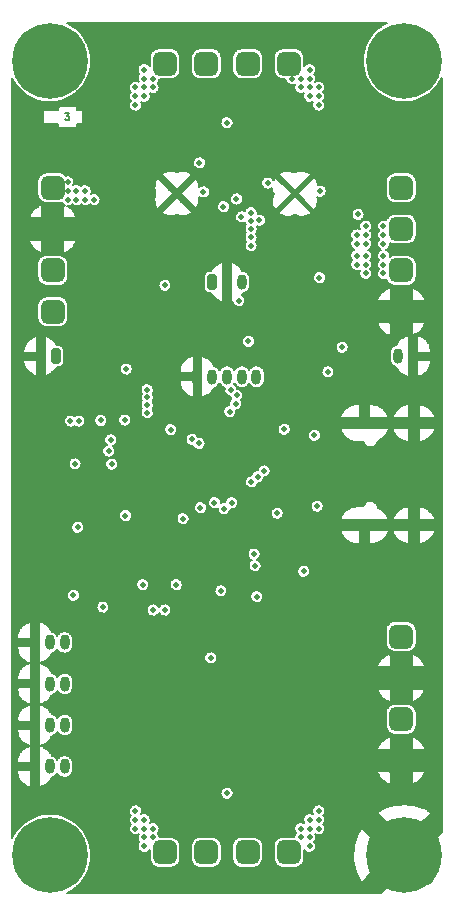
<source format=gbr>
%TF.GenerationSoftware,KiCad,Pcbnew,(5.99.0-7167-g34dbce6bce)*%
%TF.CreationDate,2021-01-04T09:35:53+03:00*%
%TF.ProjectId,ANV,414e562e-6b69-4636-9164-5f7063625858,rev?*%
%TF.SameCoordinates,Original*%
%TF.FileFunction,Copper,L3,Inr*%
%TF.FilePolarity,Positive*%
%FSLAX46Y46*%
G04 Gerber Fmt 4.6, Leading zero omitted, Abs format (unit mm)*
G04 Created by KiCad (PCBNEW (5.99.0-7167-g34dbce6bce)) date 2021-01-04 09:35:53*
%MOMM*%
%LPD*%
G01*
G04 APERTURE LIST*
G04 Aperture macros list*
%AMRoundRect*
0 Rectangle with rounded corners*
0 $1 Rounding radius*
0 $2 $3 $4 $5 $6 $7 $8 $9 X,Y pos of 4 corners*
0 Add a 4 corners polygon primitive as box body*
4,1,4,$2,$3,$4,$5,$6,$7,$8,$9,$2,$3,0*
0 Add four circle primitives for the rounded corners*
1,1,$1+$1,$2,$3,0*
1,1,$1+$1,$4,$5,0*
1,1,$1+$1,$6,$7,0*
1,1,$1+$1,$8,$9,0*
0 Add four rect primitives between the rounded corners*
20,1,$1+$1,$2,$3,$4,$5,0*
20,1,$1+$1,$4,$5,$6,$7,0*
20,1,$1+$1,$6,$7,$8,$9,0*
20,1,$1+$1,$8,$9,$2,$3,0*%
G04 Aperture macros list end*
%ADD10C,0.140000*%
%TA.AperFunction,ComponentPad*%
%ADD11RoundRect,0.200000X-0.200000X-0.450000X0.200000X-0.450000X0.200000X0.450000X-0.200000X0.450000X0*%
%TD*%
%TA.AperFunction,ComponentPad*%
%ADD12O,0.800000X1.300000*%
%TD*%
%TA.AperFunction,ComponentPad*%
%ADD13C,0.800000*%
%TD*%
%TA.AperFunction,ComponentPad*%
%ADD14C,6.400000*%
%TD*%
%TA.AperFunction,ComponentPad*%
%ADD15RoundRect,0.200000X0.200000X0.450000X-0.200000X0.450000X-0.200000X-0.450000X0.200000X-0.450000X0*%
%TD*%
%TA.AperFunction,ComponentPad*%
%ADD16RoundRect,0.500000X-0.500000X-0.500000X0.500000X-0.500000X0.500000X0.500000X-0.500000X0.500000X0*%
%TD*%
%TA.AperFunction,ComponentPad*%
%ADD17RoundRect,0.500000X0.500000X-0.500000X0.500000X0.500000X-0.500000X0.500000X-0.500000X-0.500000X0*%
%TD*%
%TA.AperFunction,ComponentPad*%
%ADD18C,0.600000*%
%TD*%
%TA.AperFunction,ComponentPad*%
%ADD19C,0.500000*%
%TD*%
%TA.AperFunction,ComponentPad*%
%ADD20O,1.600000X1.000000*%
%TD*%
%TA.AperFunction,ComponentPad*%
%ADD21O,2.100000X1.000000*%
%TD*%
%TA.AperFunction,ComponentPad*%
%ADD22RoundRect,0.500000X0.500000X0.500000X-0.500000X0.500000X-0.500000X-0.500000X0.500000X-0.500000X0*%
%TD*%
%TA.AperFunction,ComponentPad*%
%ADD23RoundRect,0.500000X-0.500000X0.500000X-0.500000X-0.500000X0.500000X-0.500000X0.500000X0.500000X0*%
%TD*%
%TA.AperFunction,ViaPad*%
%ADD24C,0.500000*%
%TD*%
%TA.AperFunction,Conductor*%
%ADD25C,0.200000*%
%TD*%
G04 APERTURE END LIST*
D10*
X20563333Y-23693333D02*
X20910000Y-23693333D01*
X20723333Y-23906666D01*
X20803333Y-23906666D01*
X20856666Y-23933333D01*
X20883333Y-23960000D01*
X20910000Y-24013333D01*
X20910000Y-24146666D01*
X20883333Y-24200000D01*
X20856666Y-24226666D01*
X20803333Y-24253333D01*
X20643333Y-24253333D01*
X20590000Y-24226666D01*
X20563333Y-24200000D01*
D11*
%TO.N,GND*%
%TO.C,J15*%
X18000000Y-72000000D03*
D12*
%TO.N,+5V*%
X19250000Y-72000000D03*
%TO.N,A3*%
X20500000Y-72000000D03*
%TD*%
D13*
%TO.N,GND*%
%TO.C,H3*%
X51650000Y-86510000D03*
X46850000Y-86510000D03*
X50947056Y-84812944D03*
X47552944Y-84812944D03*
X49250000Y-84110000D03*
X49250000Y-88910000D03*
X47552944Y-88207056D03*
X50947056Y-88207056D03*
D14*
X49250000Y-86510000D03*
%TD*%
D11*
%TO.N,GND*%
%TO.C,J1*%
X31750000Y-46000000D03*
D12*
%TO.N,Reset*%
X33000000Y-46000000D03*
%TO.N,B3*%
X34250000Y-46000000D03*
%TO.N,SWCLK*%
X35500000Y-46000000D03*
%TO.N,SWDIO*%
X36750000Y-46000000D03*
%TD*%
D15*
%TO.N,led_out*%
%TO.C,J9*%
X19749999Y-44250000D03*
D12*
%TO.N,GND*%
X18499999Y-44250000D03*
%TD*%
D13*
%TO.N,can_L*%
%TO.C,H1*%
X20947056Y-20947056D03*
X19250000Y-21650000D03*
X16850000Y-19250000D03*
X20947056Y-17552944D03*
X21650000Y-19250000D03*
X17552944Y-17552944D03*
X19250000Y-16850000D03*
D14*
X19250000Y-19250000D03*
D13*
X17552944Y-20947056D03*
%TD*%
D11*
%TO.N,GND*%
%TO.C,J19*%
X18000000Y-79000000D03*
D12*
%TO.N,+5V*%
X19250000Y-79000000D03*
%TO.N,A7*%
X20500000Y-79000000D03*
%TD*%
D16*
%TO.N,Batt_Pyro*%
%TO.C,J13*%
X36000000Y-86260000D03*
%TO.N,pyro4_out*%
X39500000Y-86260000D03*
%TD*%
D11*
%TO.N,GND*%
%TO.C,J18*%
X18000000Y-75500000D03*
D12*
%TO.N,+5V*%
X19250000Y-75500000D03*
%TO.N,A5*%
X20500000Y-75500000D03*
%TD*%
D17*
%TO.N,GND*%
%TO.C,J17*%
X49000000Y-78500000D03*
%TO.N,+3V3*%
X49000000Y-75000000D03*
%TD*%
D18*
%TO.N,GND*%
%TO.C,U4*%
X29500000Y-30000000D03*
X30000000Y-30500000D03*
X30500000Y-31000000D03*
X29500000Y-31000000D03*
X30500000Y-30000000D03*
%TD*%
D16*
%TO.N,pyro3_out*%
%TO.C,J12*%
X29000000Y-86260000D03*
%TO.N,Batt_Pyro*%
X32500000Y-86260000D03*
%TD*%
D13*
%TO.N,can_H*%
%TO.C,H2*%
X17552944Y-88207056D03*
X21650000Y-86510000D03*
X17552944Y-84812944D03*
X20947056Y-84812944D03*
D14*
X19250000Y-86510000D03*
D13*
X20947056Y-88207056D03*
X19250000Y-88910000D03*
X16850000Y-86510000D03*
X19250000Y-84110000D03*
%TD*%
D19*
%TO.N,GND*%
%TO.C,U3*%
X39410000Y-31090000D03*
X39410000Y-29910000D03*
X40590000Y-29910000D03*
X40590000Y-31090000D03*
%TD*%
D17*
%TO.N,GND*%
%TO.C,J16*%
X49000000Y-71500000D03*
%TO.N,Batt_Pyro*%
X49000000Y-68000000D03*
%TD*%
D11*
%TO.N,GND*%
%TO.C,J14*%
X18000000Y-68500000D03*
D12*
%TO.N,+5V*%
X19250000Y-68500000D03*
%TO.N,A2*%
X20500000Y-68500000D03*
%TD*%
D20*
%TO.N,GND*%
%TO.C,J4*%
X50075000Y-49930000D03*
D21*
X45895000Y-49930000D03*
X45895000Y-58570000D03*
D20*
X50075000Y-58570000D03*
%TD*%
D22*
%TO.N,Batt_Pyro*%
%TO.C,J10*%
X32499999Y-19500000D03*
%TO.N,pyro1_out*%
X28999999Y-19500000D03*
%TD*%
D15*
%TO.N,GND*%
%TO.C,J6*%
X50000000Y-44250000D03*
D12*
%TO.N,buzzer_out*%
X48750000Y-44250000D03*
%TD*%
D17*
%TO.N,GND*%
%TO.C,J2*%
X49000000Y-40500000D03*
%TO.N,Net-(J2-Pad2)*%
X49000000Y-37000000D03*
%TD*%
D22*
%TO.N,pyro2_out*%
%TO.C,J11*%
X39500000Y-19500000D03*
%TO.N,Batt_Pyro*%
X36000000Y-19500000D03*
%TD*%
D23*
%TO.N,can_L*%
%TO.C,J8*%
X19500000Y-37000000D03*
%TO.N,can_H*%
X19500000Y-40500000D03*
%TD*%
D17*
%TO.N,Net-(J3-Pad1)*%
%TO.C,J3*%
X49000000Y-33500000D03*
%TO.N,Batt_Pyro*%
X49000000Y-30000000D03*
%TD*%
D13*
%TO.N,Batt_Pyro*%
%TO.C,H4*%
X46850000Y-19250000D03*
X51650000Y-19250000D03*
X49250000Y-16850000D03*
X50947056Y-20947056D03*
D14*
X49250000Y-19250000D03*
D13*
X50947056Y-17552944D03*
X47552944Y-17552944D03*
X49250000Y-21650000D03*
X47552944Y-20947056D03*
%TD*%
D11*
%TO.N,en*%
%TO.C,J5*%
X33000000Y-38000000D03*
D12*
%TO.N,GND*%
X34250000Y-38000000D03*
%TO.N,Batt_+*%
X35500000Y-38000000D03*
%TD*%
D23*
%TO.N,+5V*%
%TO.C,J7*%
X19500000Y-30000000D03*
%TO.N,GND*%
X19500000Y-33500000D03*
%TD*%
D24*
%TO.N,*%
X29000000Y-65750000D03*
X28000000Y-65750000D03*
%TO.N,Batt_+*%
X35471232Y-32471232D03*
X35050000Y-30950000D03*
%TO.N,Net-(J2-Pad2)*%
X45250000Y-35750000D03*
X46000000Y-36500000D03*
X46000000Y-37250000D03*
X47500000Y-36500000D03*
X47500000Y-37250000D03*
X46000000Y-35750000D03*
X47500000Y-35750000D03*
X45250000Y-36500000D03*
%TO.N,GND*%
X32750000Y-32650000D03*
X45000002Y-80559999D03*
X33750000Y-28200000D03*
X28020000Y-62470000D03*
X24499999Y-80509998D03*
X39080000Y-49520000D03*
X25270000Y-28520000D03*
X43500002Y-80559999D03*
X44250002Y-80559999D03*
X43450000Y-30250000D03*
X25249999Y-80509998D03*
X42500000Y-25250000D03*
X25450000Y-89210000D03*
X44000000Y-25250000D03*
X30550000Y-58950000D03*
X32000000Y-65000000D03*
X24250000Y-25250000D03*
X25000000Y-25250000D03*
X38115000Y-59365000D03*
X44850000Y-30250000D03*
X25999999Y-80509998D03*
X35420000Y-65500000D03*
X20050000Y-52550000D03*
X31000000Y-65750000D03*
X33350000Y-31950000D03*
X36200000Y-29550000D03*
X29000000Y-39250000D03*
X20050000Y-57150000D03*
X27250000Y-28500000D03*
X44150000Y-30250000D03*
X24000000Y-33550000D03*
X43250000Y-16500000D03*
X34780000Y-62420000D03*
X23500000Y-25250000D03*
X26250000Y-28500000D03*
X34010000Y-66960000D03*
X23800000Y-55000000D03*
X40770000Y-64550000D03*
X28290000Y-50397995D03*
X26750000Y-54750000D03*
X43250000Y-25250000D03*
X31170451Y-55049213D03*
X31760000Y-62450000D03*
X19000000Y-49750000D03*
X20050000Y-56350000D03*
X20050000Y-59150000D03*
X36900000Y-29550000D03*
X27000000Y-33550000D03*
X19700000Y-49750000D03*
X44004990Y-54250835D03*
X36200000Y-30350000D03*
X43500000Y-32950000D03*
X43100000Y-89210000D03*
X25500000Y-33550000D03*
X25250000Y-16500000D03*
X33750000Y-27500000D03*
X21600000Y-54700000D03*
%TO.N,B1*%
X34660000Y-56660000D03*
X42080000Y-37600000D03*
%TO.N,+3V3*%
X36300000Y-32100000D03*
X35250000Y-39550000D03*
X37700000Y-29600000D03*
X41650000Y-50950000D03*
X21700000Y-49750000D03*
X36300000Y-34200000D03*
X45350000Y-32250000D03*
X36300000Y-33500000D03*
X25650000Y-57750000D03*
X36770000Y-64620000D03*
X36300000Y-32800000D03*
X37000000Y-32750000D03*
X41880000Y-56960000D03*
X34250000Y-81260000D03*
X30530000Y-58020000D03*
X36300000Y-34900000D03*
X33740000Y-64130000D03*
X38500000Y-57550000D03*
X32880000Y-69810000D03*
X40740000Y-62470000D03*
X34250000Y-24500000D03*
X29000000Y-38250000D03*
X21385000Y-53385000D03*
X29470000Y-50480000D03*
X42145641Y-30292835D03*
X39100000Y-50450000D03*
X21000000Y-49750000D03*
X27110000Y-63600001D03*
%TO.N,C14*%
X24250000Y-52300000D03*
X21250000Y-64500000D03*
%TO.N,Net-(J3-Pad1)*%
X45250000Y-34000000D03*
X47500000Y-33250000D03*
X46000000Y-33250000D03*
X46000000Y-34750000D03*
X47500000Y-34750000D03*
X45250000Y-34750000D03*
X47500000Y-34000000D03*
X46000000Y-34000000D03*
%TO.N,B0*%
X33999713Y-57180818D03*
X36060000Y-43010000D03*
%TO.N,B7*%
X34586091Y-47113909D03*
X27500000Y-47100000D03*
%TO.N,B5*%
X34975000Y-48285141D03*
X27500000Y-48400006D03*
%TO.N,pyro4_out*%
X42000000Y-82760000D03*
X41250000Y-83510000D03*
X41250000Y-85000000D03*
X42000000Y-83510000D03*
X40500000Y-84260000D03*
X42000000Y-84260000D03*
X41250000Y-84260000D03*
X41250000Y-85750000D03*
X40500000Y-85000000D03*
%TO.N,A6*%
X33185520Y-56654480D03*
X25720000Y-45350000D03*
%TO.N,pyro3_out*%
X27250000Y-84260000D03*
X28000000Y-84260000D03*
X26500000Y-83510000D03*
X26500000Y-84260000D03*
X28000000Y-85010000D03*
X27250000Y-83510000D03*
X27250000Y-85760000D03*
X27250000Y-85010000D03*
X26500000Y-82760000D03*
%TO.N,pyro2_out*%
X39750000Y-20750000D03*
X41250000Y-21500000D03*
X42000000Y-21500000D03*
X40500000Y-21500000D03*
X40500000Y-20750000D03*
X42000000Y-22250000D03*
X41250000Y-22250000D03*
X41250000Y-20000000D03*
X42000000Y-23000000D03*
X41250000Y-20750000D03*
%TO.N,pyro1_out*%
X27250000Y-20000000D03*
X26500000Y-21500000D03*
X26500000Y-22250000D03*
X28000000Y-20750000D03*
X27250000Y-22250000D03*
X28000000Y-21500000D03*
X27250000Y-21500000D03*
X27250000Y-20750000D03*
X26500000Y-23000000D03*
%TO.N,C13*%
X24400020Y-51349980D03*
%TO.N,Reset*%
X31300000Y-51300000D03*
%TO.N,A10*%
X36626914Y-62000000D03*
X37400000Y-53970000D03*
X29956883Y-63600001D03*
%TO.N,A9*%
X36540000Y-61010000D03*
X36860000Y-54470000D03*
%TO.N,B4*%
X27500000Y-47750003D03*
X35061091Y-47588909D03*
%TO.N,B6*%
X27500000Y-49050009D03*
X34475000Y-48950000D03*
%TO.N,A8*%
X42800000Y-45590000D03*
X36310000Y-54900000D03*
%TO.N,en*%
X33950000Y-31600000D03*
X32250000Y-30350000D03*
%TO.N,+5V*%
X21500000Y-30250000D03*
X23000000Y-31000000D03*
X22250000Y-31000000D03*
X22250000Y-30250000D03*
X31909999Y-27899999D03*
X44000000Y-43500000D03*
X20750000Y-31000000D03*
X20750000Y-30250000D03*
X21500000Y-31000000D03*
X20750000Y-29500000D03*
%TO.N,lora_reset*%
X32000000Y-57100000D03*
X23545000Y-49705000D03*
%TO.N,A15*%
X25585000Y-49665000D03*
X31880000Y-51650000D03*
%TO.N,A1*%
X21600000Y-58750000D03*
%TO.N,C15*%
X23750000Y-65500000D03*
X24500000Y-53400000D03*
%TD*%
%TO.N,GND*%
D25*
X47620351Y-16147617D02*
X47610879Y-16152611D01*
X47294828Y-16341765D01*
X47285951Y-16347752D01*
X46992176Y-16569932D01*
X46983998Y-16576844D01*
X46715937Y-16829452D01*
X46708553Y-16837206D01*
X46469341Y-17117287D01*
X46462837Y-17125793D01*
X46255273Y-17430070D01*
X46249726Y-17439229D01*
X46076238Y-17764144D01*
X46071713Y-17773848D01*
X45934330Y-18115598D01*
X45930880Y-18125734D01*
X45831209Y-18480323D01*
X45828873Y-18490773D01*
X45768081Y-18854053D01*
X45766887Y-18864694D01*
X45745685Y-19232414D01*
X45745648Y-19243122D01*
X45764283Y-19610981D01*
X45765402Y-19621630D01*
X45823656Y-19985325D01*
X45825919Y-19995791D01*
X45923112Y-20351067D01*
X45926492Y-20361227D01*
X46061485Y-20703928D01*
X46065942Y-20713663D01*
X46237158Y-21039781D01*
X46242641Y-21048979D01*
X46448076Y-21354698D01*
X46454520Y-21363249D01*
X46691770Y-21644993D01*
X46699100Y-21652799D01*
X46965391Y-21907272D01*
X46973521Y-21914240D01*
X47265738Y-22138466D01*
X47274573Y-22144515D01*
X47589296Y-22335870D01*
X47598732Y-22340930D01*
X47932281Y-22497176D01*
X47942209Y-22501188D01*
X48290682Y-22620496D01*
X48300985Y-22623411D01*
X48660304Y-22704388D01*
X48670862Y-22706174D01*
X49036825Y-22747870D01*
X49047514Y-22748505D01*
X49415840Y-22750433D01*
X49426534Y-22749910D01*
X49792914Y-22712049D01*
X49803490Y-22710374D01*
X50163637Y-22633165D01*
X50173970Y-22630357D01*
X50523673Y-22514704D01*
X50533643Y-22510797D01*
X50868810Y-22358052D01*
X50878299Y-22353091D01*
X51195009Y-22165043D01*
X51203907Y-22159087D01*
X51498455Y-21937933D01*
X51506657Y-21931050D01*
X51775598Y-21679380D01*
X51783009Y-21671652D01*
X52023197Y-21392407D01*
X52029730Y-21383923D01*
X52238355Y-21080372D01*
X52243934Y-21071233D01*
X52418556Y-20746926D01*
X52423115Y-20737237D01*
X52451000Y-20668565D01*
X52451000Y-83813736D01*
X52451001Y-83813739D01*
X52451001Y-84583205D01*
X51867001Y-85167204D01*
X51839224Y-85221721D01*
X51848795Y-85282153D01*
X51867001Y-85307212D01*
X52108124Y-85548335D01*
X51895286Y-85761173D01*
X51681073Y-85975387D01*
X51653295Y-86029904D01*
X51662866Y-86090336D01*
X51681072Y-86115395D01*
X52075677Y-86510000D01*
X51681072Y-86904605D01*
X51653295Y-86959122D01*
X51662866Y-87019554D01*
X51681072Y-87044612D01*
X51895285Y-87258826D01*
X52108124Y-87471665D01*
X51442737Y-88137052D01*
X51414960Y-88191569D01*
X51424531Y-88252001D01*
X51442737Y-88277060D01*
X51713070Y-88547393D01*
X51511386Y-88771387D01*
X51287394Y-88973071D01*
X51017060Y-88702737D01*
X50962543Y-88674960D01*
X50902111Y-88684531D01*
X50877052Y-88702737D01*
X50211665Y-89368124D01*
X49998827Y-89155286D01*
X49784613Y-88941073D01*
X49730096Y-88913295D01*
X49669664Y-88922866D01*
X49644605Y-88941072D01*
X49250000Y-89335677D01*
X48855395Y-88941072D01*
X48800878Y-88913295D01*
X48740446Y-88922866D01*
X48715388Y-88941072D01*
X48501174Y-89155285D01*
X48288335Y-89368124D01*
X48047212Y-89127001D01*
X47992695Y-89099224D01*
X47932263Y-89108795D01*
X47907204Y-89127001D01*
X47323206Y-89711000D01*
X20664855Y-89711000D01*
X20868810Y-89618052D01*
X20878299Y-89613091D01*
X21195009Y-89425043D01*
X21203907Y-89419087D01*
X21498455Y-89197933D01*
X21506657Y-89191050D01*
X21775598Y-88939380D01*
X21783009Y-88931652D01*
X22023197Y-88652407D01*
X22029730Y-88643923D01*
X22238355Y-88340372D01*
X22243934Y-88331233D01*
X22418556Y-88006926D01*
X22423115Y-87997237D01*
X22561690Y-87655968D01*
X22565176Y-87645844D01*
X22666083Y-87291605D01*
X22668456Y-87281163D01*
X22730516Y-86918098D01*
X22731746Y-86907462D01*
X22754232Y-86539819D01*
X22754416Y-86534121D01*
X22754499Y-86510346D01*
X22754355Y-86504646D01*
X22734436Y-86136854D01*
X22733280Y-86126209D01*
X22673756Y-85762720D01*
X22671456Y-85752262D01*
X22573024Y-85397327D01*
X22569609Y-85387179D01*
X22433420Y-85044951D01*
X22428929Y-85035231D01*
X22256576Y-84709713D01*
X22251061Y-84700535D01*
X22044561Y-84395535D01*
X22038087Y-84387006D01*
X21799854Y-84106091D01*
X21792497Y-84098311D01*
X21525319Y-83844769D01*
X21517165Y-83837829D01*
X21224168Y-83614625D01*
X21215312Y-83608607D01*
X20899922Y-83418352D01*
X20890467Y-83413325D01*
X20556375Y-83258245D01*
X20546434Y-83254268D01*
X20197547Y-83136176D01*
X20187233Y-83133297D01*
X19827634Y-83053576D01*
X19817071Y-83051827D01*
X19450964Y-83011408D01*
X19440273Y-83010810D01*
X19071943Y-83010167D01*
X19061250Y-83010728D01*
X18695005Y-83049868D01*
X18684435Y-83051580D01*
X18324559Y-83130046D01*
X18314236Y-83132889D01*
X17964939Y-83249762D01*
X17954983Y-83253704D01*
X17620351Y-83407617D01*
X17610879Y-83412611D01*
X17294828Y-83601765D01*
X17285951Y-83607752D01*
X16992176Y-83829932D01*
X16983998Y-83836844D01*
X16715937Y-84089452D01*
X16708553Y-84097206D01*
X16469341Y-84377287D01*
X16462837Y-84385793D01*
X16255273Y-84690070D01*
X16249726Y-84699229D01*
X16076238Y-85024144D01*
X16071713Y-85033848D01*
X16049000Y-85090348D01*
X16049000Y-82823403D01*
X25950047Y-82823403D01*
X25954195Y-82852547D01*
X25993002Y-82982308D01*
X26005536Y-83008943D01*
X26080783Y-83121558D01*
X26093004Y-83134990D01*
X26086514Y-83141901D01*
X26009507Y-83253320D01*
X25996556Y-83279756D01*
X25955716Y-83408892D01*
X25951111Y-83437966D01*
X25950047Y-83573403D01*
X25954195Y-83602547D01*
X25993002Y-83732308D01*
X26005536Y-83758943D01*
X26080783Y-83871558D01*
X26093004Y-83884990D01*
X26086514Y-83891901D01*
X26009507Y-84003320D01*
X25996556Y-84029756D01*
X25955716Y-84158892D01*
X25951111Y-84187966D01*
X25950047Y-84323403D01*
X25954195Y-84352547D01*
X25993002Y-84482308D01*
X26005536Y-84508943D01*
X26080783Y-84621558D01*
X26100594Y-84643331D01*
X26205628Y-84728842D01*
X26230966Y-84743827D01*
X26356500Y-84794673D01*
X26385123Y-84801545D01*
X26520058Y-84813232D01*
X26549437Y-84811383D01*
X26681844Y-84782877D01*
X26709382Y-84772472D01*
X26769564Y-84738768D01*
X26759507Y-84753320D01*
X26746556Y-84779756D01*
X26705716Y-84908892D01*
X26701111Y-84937966D01*
X26700047Y-85073403D01*
X26704195Y-85102547D01*
X26743002Y-85232308D01*
X26755536Y-85258943D01*
X26830783Y-85371558D01*
X26843004Y-85384990D01*
X26836514Y-85391901D01*
X26759507Y-85503320D01*
X26746556Y-85529756D01*
X26705716Y-85658892D01*
X26701111Y-85687966D01*
X26700047Y-85823403D01*
X26704195Y-85852547D01*
X26743002Y-85982308D01*
X26755536Y-86008943D01*
X26830783Y-86121558D01*
X26850594Y-86143331D01*
X26955628Y-86228842D01*
X26980966Y-86243827D01*
X27106500Y-86294673D01*
X27135123Y-86301545D01*
X27270058Y-86313232D01*
X27299437Y-86311383D01*
X27431844Y-86282877D01*
X27459382Y-86272472D01*
X27577553Y-86206293D01*
X27600813Y-86188251D01*
X27694301Y-86090250D01*
X27700500Y-86081429D01*
X27700500Y-86801317D01*
X27701217Y-86813211D01*
X27716582Y-86940179D01*
X27722256Y-86963279D01*
X27782174Y-87121849D01*
X27793195Y-87142929D01*
X27889209Y-87282630D01*
X27904939Y-87300473D01*
X28031504Y-87413238D01*
X28051037Y-87426814D01*
X28200846Y-87506134D01*
X28223053Y-87514658D01*
X28387459Y-87555954D01*
X28405361Y-87558742D01*
X28414310Y-87559305D01*
X28420526Y-87559500D01*
X29541317Y-87559500D01*
X29553211Y-87558783D01*
X29680179Y-87543418D01*
X29703279Y-87537744D01*
X29861849Y-87477826D01*
X29882929Y-87466805D01*
X30022630Y-87370791D01*
X30040473Y-87355061D01*
X30153238Y-87228496D01*
X30166814Y-87208963D01*
X30246134Y-87059154D01*
X30254658Y-87036947D01*
X30295954Y-86872541D01*
X30298742Y-86854639D01*
X30299305Y-86845690D01*
X30299500Y-86839474D01*
X30299500Y-85718683D01*
X30298783Y-85706789D01*
X30295605Y-85680526D01*
X31200500Y-85680526D01*
X31200500Y-86801317D01*
X31201217Y-86813211D01*
X31216582Y-86940179D01*
X31222256Y-86963279D01*
X31282174Y-87121849D01*
X31293195Y-87142929D01*
X31389209Y-87282630D01*
X31404939Y-87300473D01*
X31531504Y-87413238D01*
X31551037Y-87426814D01*
X31700846Y-87506134D01*
X31723053Y-87514658D01*
X31887459Y-87555954D01*
X31905361Y-87558742D01*
X31914310Y-87559305D01*
X31920526Y-87559500D01*
X33041317Y-87559500D01*
X33053211Y-87558783D01*
X33180179Y-87543418D01*
X33203279Y-87537744D01*
X33361849Y-87477826D01*
X33382929Y-87466805D01*
X33522630Y-87370791D01*
X33540473Y-87355061D01*
X33653238Y-87228496D01*
X33666814Y-87208963D01*
X33746134Y-87059154D01*
X33754658Y-87036947D01*
X33795954Y-86872541D01*
X33798742Y-86854639D01*
X33799305Y-86845690D01*
X33799500Y-86839474D01*
X33799500Y-85718683D01*
X33798783Y-85706789D01*
X33795605Y-85680526D01*
X34700500Y-85680526D01*
X34700500Y-86801317D01*
X34701217Y-86813211D01*
X34716582Y-86940179D01*
X34722256Y-86963279D01*
X34782174Y-87121849D01*
X34793195Y-87142929D01*
X34889209Y-87282630D01*
X34904939Y-87300473D01*
X35031504Y-87413238D01*
X35051037Y-87426814D01*
X35200846Y-87506134D01*
X35223053Y-87514658D01*
X35387459Y-87555954D01*
X35405361Y-87558742D01*
X35414310Y-87559305D01*
X35420526Y-87559500D01*
X36541317Y-87559500D01*
X36553211Y-87558783D01*
X36680179Y-87543418D01*
X36703279Y-87537744D01*
X36861849Y-87477826D01*
X36882929Y-87466805D01*
X37022630Y-87370791D01*
X37040473Y-87355061D01*
X37153238Y-87228496D01*
X37166814Y-87208963D01*
X37246134Y-87059154D01*
X37254658Y-87036947D01*
X37295954Y-86872541D01*
X37298742Y-86854639D01*
X37299305Y-86845690D01*
X37299500Y-86839474D01*
X37299500Y-85718683D01*
X37298783Y-85706789D01*
X37295605Y-85680526D01*
X38200500Y-85680526D01*
X38200500Y-86801317D01*
X38201217Y-86813211D01*
X38216582Y-86940179D01*
X38222256Y-86963279D01*
X38282174Y-87121849D01*
X38293195Y-87142929D01*
X38389209Y-87282630D01*
X38404939Y-87300473D01*
X38531504Y-87413238D01*
X38551037Y-87426814D01*
X38700846Y-87506134D01*
X38723053Y-87514658D01*
X38887459Y-87555954D01*
X38905361Y-87558742D01*
X38914310Y-87559305D01*
X38920526Y-87559500D01*
X40041317Y-87559500D01*
X40053211Y-87558783D01*
X40180179Y-87543418D01*
X40203279Y-87537744D01*
X40361849Y-87477826D01*
X40382929Y-87466805D01*
X40522630Y-87370791D01*
X40540473Y-87355061D01*
X40653238Y-87228496D01*
X40666814Y-87208963D01*
X40746134Y-87059154D01*
X40754658Y-87036947D01*
X40795954Y-86872541D01*
X40798742Y-86854639D01*
X40799305Y-86845690D01*
X40799500Y-86839474D01*
X40799500Y-86454744D01*
X44946470Y-86454744D01*
X44960808Y-86865320D01*
X44961618Y-86874958D01*
X45015952Y-87282176D01*
X45017698Y-87291690D01*
X45111511Y-87691662D01*
X45114177Y-87700959D01*
X45246572Y-88089868D01*
X45250132Y-88098861D01*
X45419846Y-88472994D01*
X45424267Y-88481597D01*
X45572026Y-88737523D01*
X45617496Y-88778464D01*
X45678346Y-88784860D01*
X45727767Y-88758027D01*
X46367017Y-88118777D01*
X48942168Y-88118777D01*
X48951739Y-88179209D01*
X48969945Y-88204268D01*
X49179996Y-88414319D01*
X49234513Y-88442096D01*
X49294945Y-88432525D01*
X49320004Y-88414319D01*
X49954319Y-87780004D01*
X49982096Y-87725487D01*
X49972525Y-87665055D01*
X49954319Y-87639996D01*
X49744268Y-87429945D01*
X49689751Y-87402168D01*
X49629319Y-87411739D01*
X49604260Y-87429945D01*
X48969945Y-88064260D01*
X48942168Y-88118777D01*
X46367017Y-88118777D01*
X46632999Y-87852796D01*
X46660776Y-87798279D01*
X46651205Y-87737847D01*
X46632999Y-87712788D01*
X46391876Y-87471665D01*
X46604714Y-87258827D01*
X46818927Y-87044613D01*
X46846705Y-86990096D01*
X46837134Y-86929664D01*
X46829225Y-86918777D01*
X50142168Y-86918777D01*
X50151739Y-86979209D01*
X50169945Y-87004268D01*
X50379996Y-87214319D01*
X50434513Y-87242096D01*
X50494945Y-87232525D01*
X50520004Y-87214319D01*
X51154319Y-86580004D01*
X51182096Y-86525487D01*
X51172525Y-86465055D01*
X51154319Y-86439996D01*
X50944268Y-86229945D01*
X50889751Y-86202168D01*
X50829319Y-86211739D01*
X50804260Y-86229945D01*
X50169945Y-86864260D01*
X50142168Y-86918777D01*
X46829225Y-86918777D01*
X46818928Y-86904605D01*
X46424323Y-86510000D01*
X46439810Y-86494513D01*
X47317904Y-86494513D01*
X47327475Y-86554945D01*
X47345681Y-86580004D01*
X47555732Y-86790055D01*
X47610249Y-86817832D01*
X47670681Y-86808261D01*
X47695740Y-86790055D01*
X47905791Y-86580004D01*
X47933568Y-86525487D01*
X47923997Y-86465055D01*
X47905791Y-86439996D01*
X47695740Y-86229945D01*
X47641223Y-86202168D01*
X47580791Y-86211739D01*
X47555732Y-86229945D01*
X47345681Y-86439996D01*
X47317904Y-86494513D01*
X46439810Y-86494513D01*
X46818928Y-86115395D01*
X46846705Y-86060878D01*
X46837134Y-86000446D01*
X46818928Y-85975388D01*
X46604715Y-85761174D01*
X46391876Y-85548335D01*
X46632999Y-85307212D01*
X46660776Y-85252695D01*
X46651205Y-85192263D01*
X46632999Y-85167204D01*
X46336044Y-84870249D01*
X48942168Y-84870249D01*
X48951739Y-84930681D01*
X48969945Y-84955740D01*
X49179996Y-85165791D01*
X49234513Y-85193568D01*
X49294945Y-85183997D01*
X49320004Y-85165791D01*
X49530055Y-84955740D01*
X49557832Y-84901223D01*
X49548261Y-84840791D01*
X49530055Y-84815732D01*
X49320004Y-84605681D01*
X49265487Y-84577904D01*
X49205055Y-84587475D01*
X49179996Y-84605681D01*
X48969945Y-84815732D01*
X48942168Y-84870249D01*
X46336044Y-84870249D01*
X45728406Y-84262612D01*
X45673889Y-84234835D01*
X45613457Y-84244406D01*
X45574081Y-84280741D01*
X45480809Y-84432351D01*
X45476149Y-84440827D01*
X45296055Y-84810075D01*
X45292245Y-84818965D01*
X45149042Y-85204026D01*
X45146118Y-85213246D01*
X45041174Y-85610442D01*
X45039162Y-85619903D01*
X44973479Y-86025445D01*
X44972401Y-86035057D01*
X44946605Y-86445073D01*
X44946470Y-86454744D01*
X40799500Y-86454744D01*
X40799500Y-86064740D01*
X40830783Y-86111558D01*
X40850594Y-86133331D01*
X40955628Y-86218842D01*
X40980966Y-86233827D01*
X41106500Y-86284673D01*
X41135123Y-86291545D01*
X41270058Y-86303232D01*
X41299437Y-86301383D01*
X41431844Y-86272877D01*
X41459382Y-86262472D01*
X41577553Y-86196293D01*
X41600813Y-86178251D01*
X41694301Y-86080250D01*
X41711227Y-86056166D01*
X41771766Y-85935008D01*
X41780862Y-85907012D01*
X41803100Y-85773410D01*
X41804441Y-85757930D01*
X41804497Y-85750775D01*
X41803400Y-85735282D01*
X41783264Y-85601347D01*
X41774608Y-85573210D01*
X41715979Y-85451116D01*
X41699433Y-85426770D01*
X41651594Y-85375018D01*
X41694301Y-85330250D01*
X41711227Y-85306166D01*
X41771766Y-85185008D01*
X41780862Y-85157012D01*
X41803100Y-85023410D01*
X41804441Y-85007930D01*
X41804497Y-85000775D01*
X41803400Y-84985282D01*
X41783264Y-84851347D01*
X41774608Y-84823210D01*
X41737822Y-84746604D01*
X41856500Y-84794673D01*
X41885123Y-84801545D01*
X42020058Y-84813232D01*
X42049437Y-84811383D01*
X42181844Y-84782877D01*
X42209382Y-84772472D01*
X42327553Y-84706293D01*
X42350813Y-84688251D01*
X42444301Y-84590250D01*
X42461227Y-84566166D01*
X42521766Y-84445008D01*
X42530862Y-84417012D01*
X42553100Y-84283410D01*
X42554441Y-84267930D01*
X42554497Y-84260775D01*
X42553400Y-84245282D01*
X42533264Y-84111347D01*
X42524608Y-84083210D01*
X42465979Y-83961116D01*
X42449433Y-83936770D01*
X42401594Y-83885018D01*
X42444301Y-83840250D01*
X42461227Y-83816166D01*
X42521766Y-83695008D01*
X42530862Y-83667012D01*
X42553100Y-83533410D01*
X42554441Y-83517930D01*
X42554497Y-83510775D01*
X42553400Y-83495282D01*
X42533264Y-83361347D01*
X42524608Y-83333210D01*
X42465979Y-83211116D01*
X42449433Y-83186770D01*
X42401594Y-83135018D01*
X42444301Y-83090250D01*
X42461227Y-83066166D01*
X42521766Y-82945008D01*
X42523585Y-82939407D01*
X46975671Y-82939407D01*
X47002358Y-82988152D01*
X47907204Y-83892999D01*
X47961721Y-83920776D01*
X48022153Y-83911205D01*
X48047212Y-83892999D01*
X48288335Y-83651876D01*
X48501173Y-83864714D01*
X48715387Y-84078927D01*
X48769904Y-84106705D01*
X48830336Y-84097134D01*
X48855395Y-84078928D01*
X49250000Y-83684323D01*
X49644605Y-84078928D01*
X49699122Y-84106705D01*
X49759554Y-84097134D01*
X49784612Y-84078928D01*
X49998826Y-83864715D01*
X50211665Y-83651876D01*
X50452788Y-83892999D01*
X50507305Y-83920776D01*
X50567737Y-83911205D01*
X50592796Y-83892999D01*
X51497324Y-82988471D01*
X51525101Y-82933954D01*
X51515530Y-82873522D01*
X51478605Y-82833786D01*
X51301285Y-82726397D01*
X51292777Y-82721797D01*
X50922280Y-82544284D01*
X50913363Y-82540535D01*
X50527312Y-82400024D01*
X50518072Y-82397164D01*
X50120153Y-82294996D01*
X50110679Y-82293051D01*
X49704688Y-82230200D01*
X49695068Y-82229189D01*
X49284882Y-82206256D01*
X49275210Y-82206189D01*
X48864744Y-82223393D01*
X48855112Y-82224269D01*
X48448284Y-82281445D01*
X48438783Y-82283258D01*
X48039475Y-82379861D01*
X48030196Y-82382592D01*
X47642221Y-82517699D01*
X47633253Y-82521322D01*
X47260314Y-82693644D01*
X47251743Y-82698125D01*
X47022265Y-82832759D01*
X46981642Y-82878513D01*
X46975671Y-82939407D01*
X42523585Y-82939407D01*
X42530862Y-82917012D01*
X42553100Y-82783410D01*
X42554441Y-82767930D01*
X42554497Y-82760775D01*
X42553400Y-82745282D01*
X42533264Y-82611347D01*
X42524608Y-82583210D01*
X42465979Y-82461116D01*
X42449433Y-82436770D01*
X42357496Y-82337313D01*
X42334522Y-82318907D01*
X42217405Y-82250880D01*
X42190036Y-82240044D01*
X42058093Y-82209461D01*
X42028746Y-82207151D01*
X41893644Y-82216717D01*
X41864916Y-82223139D01*
X41738599Y-82272007D01*
X41713029Y-82286592D01*
X41606665Y-82370443D01*
X41586514Y-82391901D01*
X41509507Y-82503320D01*
X41496556Y-82529756D01*
X41455716Y-82658892D01*
X41451111Y-82687966D01*
X41450047Y-82823403D01*
X41454195Y-82852547D01*
X41493002Y-82982308D01*
X41505536Y-83008943D01*
X41520917Y-83031962D01*
X41467405Y-83000880D01*
X41440036Y-82990044D01*
X41308093Y-82959461D01*
X41278746Y-82957151D01*
X41143644Y-82966717D01*
X41114916Y-82973139D01*
X40988599Y-83022007D01*
X40963029Y-83036592D01*
X40856665Y-83120443D01*
X40836514Y-83141901D01*
X40759507Y-83253320D01*
X40746556Y-83279756D01*
X40705716Y-83408892D01*
X40701111Y-83437966D01*
X40700047Y-83573403D01*
X40704195Y-83602547D01*
X40743002Y-83732308D01*
X40755536Y-83758943D01*
X40770917Y-83781962D01*
X40717405Y-83750880D01*
X40690036Y-83740044D01*
X40558093Y-83709461D01*
X40528746Y-83707151D01*
X40393644Y-83716717D01*
X40364916Y-83723139D01*
X40238599Y-83772007D01*
X40213029Y-83786592D01*
X40106665Y-83870443D01*
X40086514Y-83891901D01*
X40009507Y-84003320D01*
X39996556Y-84029756D01*
X39955716Y-84158892D01*
X39951111Y-84187966D01*
X39950047Y-84323403D01*
X39954195Y-84352547D01*
X39993002Y-84482308D01*
X40005536Y-84508943D01*
X40080783Y-84621558D01*
X40088383Y-84629911D01*
X40086514Y-84631901D01*
X40009507Y-84743320D01*
X39996556Y-84769756D01*
X39955716Y-84898892D01*
X39951111Y-84927966D01*
X39950855Y-84960500D01*
X38958683Y-84960500D01*
X38946789Y-84961217D01*
X38819821Y-84976582D01*
X38796721Y-84982256D01*
X38638151Y-85042174D01*
X38617071Y-85053195D01*
X38477370Y-85149209D01*
X38459527Y-85164939D01*
X38346762Y-85291504D01*
X38333186Y-85311037D01*
X38253866Y-85460846D01*
X38245342Y-85483053D01*
X38204046Y-85647459D01*
X38201258Y-85665361D01*
X38200695Y-85674310D01*
X38200500Y-85680526D01*
X37295605Y-85680526D01*
X37283418Y-85579821D01*
X37277744Y-85556721D01*
X37217826Y-85398151D01*
X37206805Y-85377071D01*
X37110791Y-85237370D01*
X37095061Y-85219527D01*
X36968496Y-85106762D01*
X36948963Y-85093186D01*
X36799154Y-85013866D01*
X36776947Y-85005342D01*
X36612541Y-84964046D01*
X36594639Y-84961258D01*
X36585690Y-84960695D01*
X36579474Y-84960500D01*
X35458683Y-84960500D01*
X35446789Y-84961217D01*
X35319821Y-84976582D01*
X35296721Y-84982256D01*
X35138151Y-85042174D01*
X35117071Y-85053195D01*
X34977370Y-85149209D01*
X34959527Y-85164939D01*
X34846762Y-85291504D01*
X34833186Y-85311037D01*
X34753866Y-85460846D01*
X34745342Y-85483053D01*
X34704046Y-85647459D01*
X34701258Y-85665361D01*
X34700695Y-85674310D01*
X34700500Y-85680526D01*
X33795605Y-85680526D01*
X33783418Y-85579821D01*
X33777744Y-85556721D01*
X33717826Y-85398151D01*
X33706805Y-85377071D01*
X33610791Y-85237370D01*
X33595061Y-85219527D01*
X33468496Y-85106762D01*
X33448963Y-85093186D01*
X33299154Y-85013866D01*
X33276947Y-85005342D01*
X33112541Y-84964046D01*
X33094639Y-84961258D01*
X33085690Y-84960695D01*
X33079474Y-84960500D01*
X31958683Y-84960500D01*
X31946789Y-84961217D01*
X31819821Y-84976582D01*
X31796721Y-84982256D01*
X31638151Y-85042174D01*
X31617071Y-85053195D01*
X31477370Y-85149209D01*
X31459527Y-85164939D01*
X31346762Y-85291504D01*
X31333186Y-85311037D01*
X31253866Y-85460846D01*
X31245342Y-85483053D01*
X31204046Y-85647459D01*
X31201258Y-85665361D01*
X31200695Y-85674310D01*
X31200500Y-85680526D01*
X30295605Y-85680526D01*
X30283418Y-85579821D01*
X30277744Y-85556721D01*
X30217826Y-85398151D01*
X30206805Y-85377071D01*
X30110791Y-85237370D01*
X30095061Y-85219527D01*
X29968496Y-85106762D01*
X29948963Y-85093186D01*
X29799154Y-85013866D01*
X29776947Y-85005342D01*
X29612541Y-84964046D01*
X29594639Y-84961258D01*
X29585690Y-84960695D01*
X29579474Y-84960500D01*
X28548171Y-84960500D01*
X28533264Y-84861347D01*
X28524608Y-84833210D01*
X28465979Y-84711116D01*
X28449433Y-84686770D01*
X28401594Y-84635018D01*
X28444301Y-84590250D01*
X28461227Y-84566166D01*
X28521766Y-84445008D01*
X28530862Y-84417012D01*
X28553100Y-84283410D01*
X28554441Y-84267930D01*
X28554497Y-84260775D01*
X28553400Y-84245282D01*
X28533264Y-84111347D01*
X28524608Y-84083210D01*
X28465979Y-83961116D01*
X28449433Y-83936770D01*
X28357496Y-83837313D01*
X28334522Y-83818907D01*
X28217405Y-83750880D01*
X28190036Y-83740044D01*
X28058093Y-83709461D01*
X28028746Y-83707151D01*
X27893644Y-83716717D01*
X27864916Y-83723139D01*
X27738599Y-83772007D01*
X27731176Y-83776241D01*
X27771766Y-83695008D01*
X27780862Y-83667012D01*
X27803100Y-83533410D01*
X27804441Y-83517930D01*
X27804497Y-83510775D01*
X27803400Y-83495282D01*
X27783264Y-83361347D01*
X27774608Y-83333210D01*
X27715979Y-83211116D01*
X27699433Y-83186770D01*
X27607496Y-83087313D01*
X27584522Y-83068907D01*
X27467405Y-83000880D01*
X27440036Y-82990044D01*
X27308093Y-82959461D01*
X27278746Y-82957151D01*
X27143644Y-82966717D01*
X27114916Y-82973139D01*
X26988599Y-83022007D01*
X26981176Y-83026241D01*
X27021766Y-82945008D01*
X27030862Y-82917012D01*
X27053100Y-82783410D01*
X27054441Y-82767930D01*
X27054497Y-82760775D01*
X27053400Y-82745282D01*
X27033264Y-82611347D01*
X27024608Y-82583210D01*
X26965979Y-82461116D01*
X26949433Y-82436770D01*
X26857496Y-82337313D01*
X26834522Y-82318907D01*
X26717405Y-82250880D01*
X26690036Y-82240044D01*
X26558093Y-82209461D01*
X26528746Y-82207151D01*
X26393644Y-82216717D01*
X26364916Y-82223139D01*
X26238599Y-82272007D01*
X26213029Y-82286592D01*
X26106665Y-82370443D01*
X26086514Y-82391901D01*
X26009507Y-82503320D01*
X25996556Y-82529756D01*
X25955716Y-82658892D01*
X25951111Y-82687966D01*
X25950047Y-82823403D01*
X16049000Y-82823403D01*
X16049000Y-81323403D01*
X33700047Y-81323403D01*
X33704195Y-81352547D01*
X33743002Y-81482308D01*
X33755536Y-81508943D01*
X33830783Y-81621558D01*
X33850594Y-81643331D01*
X33955628Y-81728842D01*
X33980966Y-81743827D01*
X34106500Y-81794673D01*
X34135123Y-81801545D01*
X34270058Y-81813232D01*
X34299437Y-81811383D01*
X34431844Y-81782877D01*
X34459382Y-81772472D01*
X34577553Y-81706293D01*
X34600813Y-81688251D01*
X34694301Y-81590250D01*
X34711227Y-81566166D01*
X34771766Y-81445008D01*
X34780862Y-81417012D01*
X34803100Y-81283410D01*
X34804441Y-81267930D01*
X34804497Y-81260775D01*
X34803400Y-81245282D01*
X34783264Y-81111347D01*
X34774608Y-81083210D01*
X34715979Y-80961116D01*
X34699433Y-80936770D01*
X34607496Y-80837313D01*
X34584522Y-80818907D01*
X34467405Y-80750880D01*
X34440036Y-80740044D01*
X34308093Y-80709461D01*
X34278746Y-80707151D01*
X34143644Y-80716717D01*
X34114916Y-80723139D01*
X33988599Y-80772007D01*
X33963029Y-80786592D01*
X33856665Y-80870443D01*
X33836514Y-80891901D01*
X33759507Y-81003320D01*
X33746556Y-81029756D01*
X33705716Y-81158892D01*
X33701111Y-81187966D01*
X33700047Y-81323403D01*
X16049000Y-81323403D01*
X16049000Y-79400000D01*
X16501000Y-79400000D01*
X16501000Y-79504414D01*
X16501415Y-79513473D01*
X16516593Y-79678653D01*
X16519895Y-79696467D01*
X16579753Y-79908706D01*
X16586246Y-79925619D01*
X16683779Y-80123397D01*
X16693245Y-80138845D01*
X16825186Y-80315536D01*
X16837309Y-80329000D01*
X16999241Y-80478689D01*
X17013614Y-80489718D01*
X17200113Y-80607390D01*
X17216256Y-80615615D01*
X17421077Y-80697330D01*
X17438448Y-80702476D01*
X17580686Y-80730769D01*
X17641447Y-80723577D01*
X17686377Y-80682045D01*
X17699000Y-80633671D01*
X17699000Y-79400000D01*
X17680093Y-79341809D01*
X17630593Y-79305845D01*
X17600000Y-79301000D01*
X16600000Y-79301000D01*
X16541809Y-79319907D01*
X16505845Y-79369407D01*
X16501000Y-79400000D01*
X16049000Y-79400000D01*
X16049000Y-78454592D01*
X16501000Y-78454592D01*
X16501000Y-78600000D01*
X16519907Y-78658191D01*
X16569407Y-78694155D01*
X16600000Y-78699000D01*
X17600000Y-78699000D01*
X17658191Y-78680093D01*
X17694155Y-78630593D01*
X17699000Y-78600000D01*
X17699000Y-77366329D01*
X18301000Y-77366329D01*
X18301000Y-80636622D01*
X18319907Y-80694813D01*
X18369407Y-80730777D01*
X18409056Y-80735207D01*
X18428650Y-80733407D01*
X18446467Y-80730105D01*
X18658706Y-80670247D01*
X18675619Y-80663754D01*
X18873397Y-80566221D01*
X18888845Y-80556755D01*
X19065536Y-80424814D01*
X19079000Y-80412691D01*
X19228689Y-80250759D01*
X19239718Y-80236386D01*
X19357390Y-80049887D01*
X19365615Y-80033744D01*
X19405032Y-79934944D01*
X19419638Y-79933021D01*
X19444601Y-79926332D01*
X19590636Y-79865842D01*
X19613017Y-79852920D01*
X19738420Y-79756695D01*
X19756695Y-79738420D01*
X19852920Y-79613017D01*
X19865842Y-79590636D01*
X19875000Y-79568527D01*
X19884158Y-79590636D01*
X19897080Y-79613018D01*
X19993306Y-79738421D01*
X20011581Y-79756695D01*
X20136984Y-79852920D01*
X20159365Y-79865842D01*
X20305400Y-79926332D01*
X20330364Y-79933021D01*
X20487078Y-79953653D01*
X20512922Y-79953653D01*
X20669637Y-79933021D01*
X20694601Y-79926332D01*
X20840636Y-79865842D01*
X20863017Y-79852920D01*
X20988420Y-79756695D01*
X21006695Y-79738420D01*
X21102920Y-79613017D01*
X21115842Y-79590636D01*
X21166057Y-79469406D01*
X46987656Y-79469406D01*
X46987656Y-79530592D01*
X46991022Y-79539475D01*
X47082849Y-79750665D01*
X47090516Y-79764963D01*
X47224482Y-79972042D01*
X47234380Y-79984896D01*
X47400368Y-80167315D01*
X47412234Y-80178380D01*
X47605788Y-80331239D01*
X47619301Y-80340217D01*
X47835221Y-80459412D01*
X47850019Y-80466063D01*
X47966953Y-80507471D01*
X48028118Y-80509072D01*
X48078542Y-80474416D01*
X48099000Y-80414149D01*
X48099000Y-79500000D01*
X49900999Y-79500000D01*
X49900999Y-80418189D01*
X49919906Y-80476380D01*
X49969406Y-80512344D01*
X50030592Y-80512344D01*
X50039475Y-80508978D01*
X50250665Y-80417151D01*
X50264963Y-80409484D01*
X50472042Y-80275518D01*
X50484896Y-80265620D01*
X50667315Y-80099632D01*
X50678380Y-80087766D01*
X50831239Y-79894212D01*
X50840217Y-79880699D01*
X50959412Y-79664779D01*
X50966063Y-79649981D01*
X51007471Y-79533047D01*
X51009072Y-79471882D01*
X50974416Y-79421458D01*
X50914149Y-79401000D01*
X49999999Y-79401000D01*
X49941808Y-79419907D01*
X49905844Y-79469407D01*
X49900999Y-79500000D01*
X48099000Y-79500000D01*
X48099000Y-79499999D01*
X48080093Y-79441808D01*
X48030593Y-79405844D01*
X48000000Y-79400999D01*
X47081811Y-79400999D01*
X47023620Y-79419906D01*
X46987656Y-79469406D01*
X21166057Y-79469406D01*
X21176332Y-79444601D01*
X21183021Y-79419637D01*
X21198653Y-79300901D01*
X21199500Y-79287979D01*
X21199500Y-78712021D01*
X21198653Y-78699099D01*
X21183021Y-78580363D01*
X21176332Y-78555399D01*
X21115842Y-78409364D01*
X21102920Y-78386983D01*
X21006695Y-78261580D01*
X20988420Y-78243305D01*
X20863016Y-78147080D01*
X20840635Y-78134158D01*
X20694600Y-78073668D01*
X20669636Y-78066979D01*
X20512922Y-78046347D01*
X20487078Y-78046347D01*
X20330363Y-78066979D01*
X20305399Y-78073668D01*
X20159364Y-78134158D01*
X20136983Y-78147080D01*
X20011580Y-78243305D01*
X19993305Y-78261580D01*
X19897080Y-78386984D01*
X19884158Y-78409365D01*
X19875000Y-78431474D01*
X19865842Y-78409364D01*
X19852920Y-78386983D01*
X19756695Y-78261580D01*
X19738420Y-78243305D01*
X19613016Y-78147080D01*
X19590635Y-78134158D01*
X19444600Y-78073668D01*
X19419637Y-78066979D01*
X19409442Y-78065637D01*
X19316221Y-77876603D01*
X19306755Y-77861155D01*
X19174814Y-77684464D01*
X19162691Y-77671000D01*
X19008123Y-77528118D01*
X46990928Y-77528118D01*
X47025584Y-77578542D01*
X47085851Y-77599000D01*
X48000001Y-77599000D01*
X48058192Y-77580093D01*
X48094156Y-77530593D01*
X48099001Y-77500000D01*
X48099001Y-76585851D01*
X49901000Y-76585851D01*
X49901000Y-77500001D01*
X49919907Y-77558192D01*
X49969407Y-77594156D01*
X50000000Y-77599001D01*
X50918189Y-77599001D01*
X50976380Y-77580094D01*
X51012344Y-77530594D01*
X51012344Y-77469408D01*
X51008978Y-77460525D01*
X50917151Y-77249335D01*
X50909484Y-77235037D01*
X50775518Y-77027958D01*
X50765620Y-77015104D01*
X50599632Y-76832685D01*
X50587766Y-76821620D01*
X50394212Y-76668761D01*
X50380699Y-76659783D01*
X50164779Y-76540588D01*
X50149981Y-76533937D01*
X50033047Y-76492529D01*
X49971882Y-76490928D01*
X49921458Y-76525584D01*
X49901000Y-76585851D01*
X48099001Y-76585851D01*
X48099001Y-76581811D01*
X48080094Y-76523620D01*
X48030594Y-76487656D01*
X47969408Y-76487656D01*
X47960525Y-76491022D01*
X47749335Y-76582849D01*
X47735037Y-76590516D01*
X47527958Y-76724482D01*
X47515104Y-76734380D01*
X47332685Y-76900368D01*
X47321620Y-76912234D01*
X47168761Y-77105788D01*
X47159783Y-77119301D01*
X47040588Y-77335221D01*
X47033937Y-77350019D01*
X46992529Y-77466953D01*
X46990928Y-77528118D01*
X19008123Y-77528118D01*
X19000759Y-77521311D01*
X18986386Y-77510282D01*
X18799887Y-77392610D01*
X18783744Y-77384385D01*
X18578923Y-77302670D01*
X18561552Y-77297524D01*
X18419314Y-77269231D01*
X18358553Y-77276423D01*
X18313623Y-77317955D01*
X18301000Y-77366329D01*
X17699000Y-77366329D01*
X17699000Y-77363378D01*
X17680093Y-77305187D01*
X17630593Y-77269223D01*
X17590944Y-77264793D01*
X17571350Y-77266593D01*
X17553533Y-77269895D01*
X17341294Y-77329753D01*
X17324381Y-77336246D01*
X17126603Y-77433779D01*
X17111155Y-77443245D01*
X16934464Y-77575186D01*
X16921000Y-77587309D01*
X16771311Y-77749241D01*
X16760282Y-77763614D01*
X16642610Y-77950113D01*
X16634385Y-77966256D01*
X16552670Y-78171077D01*
X16547524Y-78188448D01*
X16504503Y-78404729D01*
X16502737Y-78418862D01*
X16501136Y-78449411D01*
X16501000Y-78454592D01*
X16049000Y-78454592D01*
X16049000Y-75900000D01*
X16501000Y-75900000D01*
X16501000Y-76004414D01*
X16501415Y-76013473D01*
X16516593Y-76178653D01*
X16519895Y-76196467D01*
X16579753Y-76408706D01*
X16586246Y-76425619D01*
X16683779Y-76623397D01*
X16693245Y-76638845D01*
X16825186Y-76815536D01*
X16837309Y-76829000D01*
X16999241Y-76978689D01*
X17013614Y-76989718D01*
X17200113Y-77107390D01*
X17216256Y-77115615D01*
X17421077Y-77197330D01*
X17438448Y-77202476D01*
X17580686Y-77230769D01*
X17641447Y-77223577D01*
X17686377Y-77182045D01*
X17699000Y-77133671D01*
X17699000Y-75900000D01*
X17680093Y-75841809D01*
X17630593Y-75805845D01*
X17600000Y-75801000D01*
X16600000Y-75801000D01*
X16541809Y-75819907D01*
X16505845Y-75869407D01*
X16501000Y-75900000D01*
X16049000Y-75900000D01*
X16049000Y-74954592D01*
X16501000Y-74954592D01*
X16501000Y-75100000D01*
X16519907Y-75158191D01*
X16569407Y-75194155D01*
X16600000Y-75199000D01*
X17600000Y-75199000D01*
X17658191Y-75180093D01*
X17694155Y-75130593D01*
X17699000Y-75100000D01*
X17699000Y-73866329D01*
X18301000Y-73866329D01*
X18301000Y-77136622D01*
X18319907Y-77194813D01*
X18369407Y-77230777D01*
X18409056Y-77235207D01*
X18428650Y-77233407D01*
X18446467Y-77230105D01*
X18658706Y-77170247D01*
X18675619Y-77163754D01*
X18873397Y-77066221D01*
X18888845Y-77056755D01*
X19065536Y-76924814D01*
X19079000Y-76912691D01*
X19228689Y-76750759D01*
X19239718Y-76736386D01*
X19357390Y-76549887D01*
X19365615Y-76533744D01*
X19405032Y-76434944D01*
X19419638Y-76433021D01*
X19444601Y-76426332D01*
X19590636Y-76365842D01*
X19613017Y-76352920D01*
X19738420Y-76256695D01*
X19756695Y-76238420D01*
X19852920Y-76113017D01*
X19865842Y-76090636D01*
X19875000Y-76068527D01*
X19884158Y-76090636D01*
X19897080Y-76113018D01*
X19993306Y-76238421D01*
X20011581Y-76256695D01*
X20136984Y-76352920D01*
X20159365Y-76365842D01*
X20305400Y-76426332D01*
X20330364Y-76433021D01*
X20487078Y-76453653D01*
X20512922Y-76453653D01*
X20669637Y-76433021D01*
X20694601Y-76426332D01*
X20840636Y-76365842D01*
X20863017Y-76352920D01*
X20988420Y-76256695D01*
X21006695Y-76238420D01*
X21102920Y-76113017D01*
X21115842Y-76090636D01*
X21176332Y-75944601D01*
X21183021Y-75919637D01*
X21198653Y-75800901D01*
X21199500Y-75787979D01*
X21199500Y-75212021D01*
X21198653Y-75199099D01*
X21183021Y-75080363D01*
X21176332Y-75055399D01*
X21115842Y-74909364D01*
X21102920Y-74886983D01*
X21006695Y-74761580D01*
X20988420Y-74743305D01*
X20863016Y-74647080D01*
X20840635Y-74634158D01*
X20694600Y-74573668D01*
X20669636Y-74566979D01*
X20512922Y-74546347D01*
X20487078Y-74546347D01*
X20330363Y-74566979D01*
X20305399Y-74573668D01*
X20159364Y-74634158D01*
X20136983Y-74647080D01*
X20011580Y-74743305D01*
X19993305Y-74761580D01*
X19897080Y-74886984D01*
X19884158Y-74909365D01*
X19875000Y-74931474D01*
X19865842Y-74909364D01*
X19852920Y-74886983D01*
X19756695Y-74761580D01*
X19738420Y-74743305D01*
X19613016Y-74647080D01*
X19590635Y-74634158D01*
X19444600Y-74573668D01*
X19419637Y-74566979D01*
X19409442Y-74565637D01*
X19337882Y-74420526D01*
X47700500Y-74420526D01*
X47700500Y-75541316D01*
X47701217Y-75553210D01*
X47716582Y-75680178D01*
X47722256Y-75703278D01*
X47782174Y-75861848D01*
X47793195Y-75882928D01*
X47889209Y-76022629D01*
X47904939Y-76040472D01*
X48031504Y-76153238D01*
X48051037Y-76166814D01*
X48200846Y-76246134D01*
X48223053Y-76254658D01*
X48387459Y-76295954D01*
X48405361Y-76298742D01*
X48414310Y-76299305D01*
X48420526Y-76299500D01*
X49541316Y-76299500D01*
X49553210Y-76298783D01*
X49680178Y-76283418D01*
X49703278Y-76277744D01*
X49861848Y-76217826D01*
X49882928Y-76206805D01*
X50022629Y-76110791D01*
X50040472Y-76095061D01*
X50153238Y-75968496D01*
X50166814Y-75948963D01*
X50246134Y-75799154D01*
X50254658Y-75776947D01*
X50295954Y-75612541D01*
X50298742Y-75594639D01*
X50299305Y-75585690D01*
X50299500Y-75579474D01*
X50299500Y-74458684D01*
X50298783Y-74446790D01*
X50283418Y-74319822D01*
X50277744Y-74296722D01*
X50217826Y-74138152D01*
X50206805Y-74117072D01*
X50110791Y-73977371D01*
X50095061Y-73959528D01*
X49968496Y-73846762D01*
X49948963Y-73833186D01*
X49799154Y-73753866D01*
X49776947Y-73745342D01*
X49612541Y-73704046D01*
X49594639Y-73701258D01*
X49585690Y-73700695D01*
X49579474Y-73700500D01*
X48458684Y-73700500D01*
X48446790Y-73701217D01*
X48319822Y-73716582D01*
X48296722Y-73722256D01*
X48138152Y-73782174D01*
X48117072Y-73793195D01*
X47977371Y-73889209D01*
X47959528Y-73904939D01*
X47846762Y-74031504D01*
X47833186Y-74051037D01*
X47753866Y-74200846D01*
X47745342Y-74223053D01*
X47704046Y-74387459D01*
X47701258Y-74405361D01*
X47700695Y-74414310D01*
X47700500Y-74420526D01*
X19337882Y-74420526D01*
X19316221Y-74376603D01*
X19306755Y-74361155D01*
X19174814Y-74184464D01*
X19162691Y-74171000D01*
X19000759Y-74021311D01*
X18986386Y-74010282D01*
X18799887Y-73892610D01*
X18783744Y-73884385D01*
X18578923Y-73802670D01*
X18561552Y-73797524D01*
X18419314Y-73769231D01*
X18358553Y-73776423D01*
X18313623Y-73817955D01*
X18301000Y-73866329D01*
X17699000Y-73866329D01*
X17699000Y-73863378D01*
X17680093Y-73805187D01*
X17630593Y-73769223D01*
X17590944Y-73764793D01*
X17571350Y-73766593D01*
X17553533Y-73769895D01*
X17341294Y-73829753D01*
X17324381Y-73836246D01*
X17126603Y-73933779D01*
X17111155Y-73943245D01*
X16934464Y-74075186D01*
X16921000Y-74087309D01*
X16771311Y-74249241D01*
X16760282Y-74263614D01*
X16642610Y-74450113D01*
X16634385Y-74466256D01*
X16552670Y-74671077D01*
X16547524Y-74688448D01*
X16504503Y-74904729D01*
X16502737Y-74918862D01*
X16501136Y-74949411D01*
X16501000Y-74954592D01*
X16049000Y-74954592D01*
X16049000Y-72400000D01*
X16501000Y-72400000D01*
X16501000Y-72504414D01*
X16501415Y-72513473D01*
X16516593Y-72678653D01*
X16519895Y-72696467D01*
X16579753Y-72908706D01*
X16586246Y-72925619D01*
X16683779Y-73123397D01*
X16693245Y-73138845D01*
X16825186Y-73315536D01*
X16837309Y-73329000D01*
X16999241Y-73478689D01*
X17013614Y-73489718D01*
X17200113Y-73607390D01*
X17216256Y-73615615D01*
X17421077Y-73697330D01*
X17438448Y-73702476D01*
X17580686Y-73730769D01*
X17641447Y-73723577D01*
X17686377Y-73682045D01*
X17699000Y-73633671D01*
X17699000Y-72400000D01*
X17680093Y-72341809D01*
X17630593Y-72305845D01*
X17600000Y-72301000D01*
X16600000Y-72301000D01*
X16541809Y-72319907D01*
X16505845Y-72369407D01*
X16501000Y-72400000D01*
X16049000Y-72400000D01*
X16049000Y-71454592D01*
X16501000Y-71454592D01*
X16501000Y-71600000D01*
X16519907Y-71658191D01*
X16569407Y-71694155D01*
X16600000Y-71699000D01*
X17600000Y-71699000D01*
X17658191Y-71680093D01*
X17694155Y-71630593D01*
X17699000Y-71600000D01*
X17699000Y-70366329D01*
X18301000Y-70366329D01*
X18301000Y-73636622D01*
X18319907Y-73694813D01*
X18369407Y-73730777D01*
X18409056Y-73735207D01*
X18428650Y-73733407D01*
X18446467Y-73730105D01*
X18658706Y-73670247D01*
X18675619Y-73663754D01*
X18873397Y-73566221D01*
X18888845Y-73556755D01*
X19065536Y-73424814D01*
X19079000Y-73412691D01*
X19228689Y-73250759D01*
X19239718Y-73236386D01*
X19357390Y-73049887D01*
X19365615Y-73033744D01*
X19405032Y-72934944D01*
X19419638Y-72933021D01*
X19444601Y-72926332D01*
X19590636Y-72865842D01*
X19613017Y-72852920D01*
X19738420Y-72756695D01*
X19756695Y-72738420D01*
X19852920Y-72613017D01*
X19865842Y-72590636D01*
X19875000Y-72568527D01*
X19884158Y-72590636D01*
X19897080Y-72613018D01*
X19993306Y-72738421D01*
X20011581Y-72756695D01*
X20136984Y-72852920D01*
X20159365Y-72865842D01*
X20305400Y-72926332D01*
X20330364Y-72933021D01*
X20487078Y-72953653D01*
X20512922Y-72953653D01*
X20669637Y-72933021D01*
X20694601Y-72926332D01*
X20840636Y-72865842D01*
X20863017Y-72852920D01*
X20988420Y-72756695D01*
X21006695Y-72738420D01*
X21102920Y-72613017D01*
X21115842Y-72590636D01*
X21166057Y-72469406D01*
X46987656Y-72469406D01*
X46987656Y-72530592D01*
X46991022Y-72539475D01*
X47082849Y-72750665D01*
X47090516Y-72764963D01*
X47224482Y-72972042D01*
X47234380Y-72984896D01*
X47400368Y-73167315D01*
X47412234Y-73178380D01*
X47605788Y-73331239D01*
X47619301Y-73340217D01*
X47835221Y-73459412D01*
X47850019Y-73466063D01*
X47966953Y-73507471D01*
X48028118Y-73509072D01*
X48078542Y-73474416D01*
X48099000Y-73414149D01*
X48099000Y-72500000D01*
X49900999Y-72500000D01*
X49900999Y-73418189D01*
X49919906Y-73476380D01*
X49969406Y-73512344D01*
X50030592Y-73512344D01*
X50039475Y-73508978D01*
X50250665Y-73417151D01*
X50264963Y-73409484D01*
X50472042Y-73275518D01*
X50484896Y-73265620D01*
X50667315Y-73099632D01*
X50678380Y-73087766D01*
X50831239Y-72894212D01*
X50840217Y-72880699D01*
X50959412Y-72664779D01*
X50966063Y-72649981D01*
X51007471Y-72533047D01*
X51009072Y-72471882D01*
X50974416Y-72421458D01*
X50914149Y-72401000D01*
X49999999Y-72401000D01*
X49941808Y-72419907D01*
X49905844Y-72469407D01*
X49900999Y-72500000D01*
X48099000Y-72500000D01*
X48099000Y-72499999D01*
X48080093Y-72441808D01*
X48030593Y-72405844D01*
X48000000Y-72400999D01*
X47081811Y-72400999D01*
X47023620Y-72419906D01*
X46987656Y-72469406D01*
X21166057Y-72469406D01*
X21176332Y-72444601D01*
X21183021Y-72419637D01*
X21198653Y-72300901D01*
X21199500Y-72287979D01*
X21199500Y-71712021D01*
X21198653Y-71699099D01*
X21183021Y-71580363D01*
X21176332Y-71555399D01*
X21115842Y-71409364D01*
X21102920Y-71386983D01*
X21006695Y-71261580D01*
X20988420Y-71243305D01*
X20863016Y-71147080D01*
X20840635Y-71134158D01*
X20694600Y-71073668D01*
X20669636Y-71066979D01*
X20512922Y-71046347D01*
X20487078Y-71046347D01*
X20330363Y-71066979D01*
X20305399Y-71073668D01*
X20159364Y-71134158D01*
X20136983Y-71147080D01*
X20011580Y-71243305D01*
X19993305Y-71261580D01*
X19897080Y-71386984D01*
X19884158Y-71409365D01*
X19875000Y-71431474D01*
X19865842Y-71409364D01*
X19852920Y-71386983D01*
X19756695Y-71261580D01*
X19738420Y-71243305D01*
X19613016Y-71147080D01*
X19590635Y-71134158D01*
X19444600Y-71073668D01*
X19419637Y-71066979D01*
X19409442Y-71065637D01*
X19316221Y-70876603D01*
X19306755Y-70861155D01*
X19174814Y-70684464D01*
X19162691Y-70671000D01*
X19008123Y-70528118D01*
X46990928Y-70528118D01*
X47025584Y-70578542D01*
X47085851Y-70599000D01*
X48000001Y-70599000D01*
X48058192Y-70580093D01*
X48094156Y-70530593D01*
X48099001Y-70500000D01*
X48099001Y-69585851D01*
X49901000Y-69585851D01*
X49901000Y-70500001D01*
X49919907Y-70558192D01*
X49969407Y-70594156D01*
X50000000Y-70599001D01*
X50918189Y-70599001D01*
X50976380Y-70580094D01*
X51012344Y-70530594D01*
X51012344Y-70469408D01*
X51008978Y-70460525D01*
X50917151Y-70249335D01*
X50909484Y-70235037D01*
X50775518Y-70027958D01*
X50765620Y-70015104D01*
X50599632Y-69832685D01*
X50587766Y-69821620D01*
X50394212Y-69668761D01*
X50380699Y-69659783D01*
X50164779Y-69540588D01*
X50149981Y-69533937D01*
X50033047Y-69492529D01*
X49971882Y-69490928D01*
X49921458Y-69525584D01*
X49901000Y-69585851D01*
X48099001Y-69585851D01*
X48099001Y-69581811D01*
X48080094Y-69523620D01*
X48030594Y-69487656D01*
X47969408Y-69487656D01*
X47960525Y-69491022D01*
X47749335Y-69582849D01*
X47735037Y-69590516D01*
X47527958Y-69724482D01*
X47515104Y-69734380D01*
X47332685Y-69900368D01*
X47321620Y-69912234D01*
X47168761Y-70105788D01*
X47159783Y-70119301D01*
X47040588Y-70335221D01*
X47033937Y-70350019D01*
X46992529Y-70466953D01*
X46990928Y-70528118D01*
X19008123Y-70528118D01*
X19000759Y-70521311D01*
X18986386Y-70510282D01*
X18799887Y-70392610D01*
X18783744Y-70384385D01*
X18578923Y-70302670D01*
X18561552Y-70297524D01*
X18419314Y-70269231D01*
X18358553Y-70276423D01*
X18313623Y-70317955D01*
X18301000Y-70366329D01*
X17699000Y-70366329D01*
X17699000Y-70363378D01*
X17680093Y-70305187D01*
X17630593Y-70269223D01*
X17590944Y-70264793D01*
X17571350Y-70266593D01*
X17553533Y-70269895D01*
X17341294Y-70329753D01*
X17324381Y-70336246D01*
X17126603Y-70433779D01*
X17111155Y-70443245D01*
X16934464Y-70575186D01*
X16921000Y-70587309D01*
X16771311Y-70749241D01*
X16760282Y-70763614D01*
X16642610Y-70950113D01*
X16634385Y-70966256D01*
X16552670Y-71171077D01*
X16547524Y-71188448D01*
X16504503Y-71404729D01*
X16502737Y-71418862D01*
X16501136Y-71449411D01*
X16501000Y-71454592D01*
X16049000Y-71454592D01*
X16049000Y-68900000D01*
X16501000Y-68900000D01*
X16501000Y-69004414D01*
X16501415Y-69013473D01*
X16516593Y-69178653D01*
X16519895Y-69196467D01*
X16579753Y-69408706D01*
X16586246Y-69425619D01*
X16683779Y-69623397D01*
X16693245Y-69638845D01*
X16825186Y-69815536D01*
X16837309Y-69829000D01*
X16999241Y-69978689D01*
X17013614Y-69989718D01*
X17200113Y-70107390D01*
X17216256Y-70115615D01*
X17421077Y-70197330D01*
X17438448Y-70202476D01*
X17580686Y-70230769D01*
X17641447Y-70223577D01*
X17686377Y-70182045D01*
X17699000Y-70133671D01*
X17699000Y-68900000D01*
X17680093Y-68841809D01*
X17630593Y-68805845D01*
X17600000Y-68801000D01*
X16600000Y-68801000D01*
X16541809Y-68819907D01*
X16505845Y-68869407D01*
X16501000Y-68900000D01*
X16049000Y-68900000D01*
X16049000Y-67954592D01*
X16501000Y-67954592D01*
X16501000Y-68100000D01*
X16519907Y-68158191D01*
X16569407Y-68194155D01*
X16600000Y-68199000D01*
X17600000Y-68199000D01*
X17658191Y-68180093D01*
X17694155Y-68130593D01*
X17699000Y-68100000D01*
X17699000Y-66866329D01*
X18301000Y-66866329D01*
X18301000Y-70136622D01*
X18319907Y-70194813D01*
X18369407Y-70230777D01*
X18409056Y-70235207D01*
X18428650Y-70233407D01*
X18446467Y-70230105D01*
X18658706Y-70170247D01*
X18675619Y-70163754D01*
X18873397Y-70066221D01*
X18888845Y-70056755D01*
X19065536Y-69924814D01*
X19079000Y-69912691D01*
X19115317Y-69873403D01*
X32330047Y-69873403D01*
X32334195Y-69902547D01*
X32373002Y-70032308D01*
X32385536Y-70058943D01*
X32460783Y-70171558D01*
X32480594Y-70193331D01*
X32585628Y-70278842D01*
X32610966Y-70293827D01*
X32736500Y-70344673D01*
X32765123Y-70351545D01*
X32900058Y-70363232D01*
X32929437Y-70361383D01*
X33061844Y-70332877D01*
X33089382Y-70322472D01*
X33207553Y-70256293D01*
X33230813Y-70238251D01*
X33324301Y-70140250D01*
X33341227Y-70116166D01*
X33401766Y-69995008D01*
X33410862Y-69967012D01*
X33433100Y-69833410D01*
X33434441Y-69817930D01*
X33434497Y-69810775D01*
X33433400Y-69795282D01*
X33413264Y-69661347D01*
X33404608Y-69633210D01*
X33345979Y-69511116D01*
X33329433Y-69486770D01*
X33237496Y-69387313D01*
X33214522Y-69368907D01*
X33097405Y-69300880D01*
X33070036Y-69290044D01*
X32938093Y-69259461D01*
X32908746Y-69257151D01*
X32773644Y-69266717D01*
X32744916Y-69273139D01*
X32618599Y-69322007D01*
X32593029Y-69336592D01*
X32486665Y-69420443D01*
X32466514Y-69441901D01*
X32389507Y-69553320D01*
X32376556Y-69579756D01*
X32335716Y-69708892D01*
X32331111Y-69737966D01*
X32330047Y-69873403D01*
X19115317Y-69873403D01*
X19228689Y-69750759D01*
X19239718Y-69736386D01*
X19357390Y-69549887D01*
X19365615Y-69533744D01*
X19405032Y-69434944D01*
X19419638Y-69433021D01*
X19444601Y-69426332D01*
X19590636Y-69365842D01*
X19613017Y-69352920D01*
X19738420Y-69256695D01*
X19756695Y-69238420D01*
X19852920Y-69113017D01*
X19865842Y-69090636D01*
X19875000Y-69068527D01*
X19884158Y-69090636D01*
X19897080Y-69113018D01*
X19993306Y-69238421D01*
X20011581Y-69256695D01*
X20136984Y-69352920D01*
X20159365Y-69365842D01*
X20305400Y-69426332D01*
X20330364Y-69433021D01*
X20487078Y-69453653D01*
X20512922Y-69453653D01*
X20669637Y-69433021D01*
X20694601Y-69426332D01*
X20840636Y-69365842D01*
X20863017Y-69352920D01*
X20988420Y-69256695D01*
X21006695Y-69238420D01*
X21102920Y-69113017D01*
X21115842Y-69090636D01*
X21176332Y-68944601D01*
X21183021Y-68919637D01*
X21198653Y-68800901D01*
X21199500Y-68787979D01*
X21199500Y-68212021D01*
X21198653Y-68199099D01*
X21183021Y-68080363D01*
X21176332Y-68055399D01*
X21115842Y-67909364D01*
X21102920Y-67886983D01*
X21006695Y-67761580D01*
X20988420Y-67743305D01*
X20863016Y-67647080D01*
X20840635Y-67634158D01*
X20694600Y-67573668D01*
X20669636Y-67566979D01*
X20512922Y-67546347D01*
X20487078Y-67546347D01*
X20330363Y-67566979D01*
X20305399Y-67573668D01*
X20159364Y-67634158D01*
X20136983Y-67647080D01*
X20011580Y-67743305D01*
X19993305Y-67761580D01*
X19897080Y-67886984D01*
X19884158Y-67909365D01*
X19875000Y-67931474D01*
X19865842Y-67909364D01*
X19852920Y-67886983D01*
X19756695Y-67761580D01*
X19738420Y-67743305D01*
X19613016Y-67647080D01*
X19590635Y-67634158D01*
X19444600Y-67573668D01*
X19419637Y-67566979D01*
X19409442Y-67565637D01*
X19337882Y-67420526D01*
X47700500Y-67420526D01*
X47700500Y-68541316D01*
X47701217Y-68553210D01*
X47716582Y-68680178D01*
X47722256Y-68703278D01*
X47782174Y-68861848D01*
X47793195Y-68882928D01*
X47889209Y-69022629D01*
X47904939Y-69040472D01*
X48031504Y-69153238D01*
X48051037Y-69166814D01*
X48200846Y-69246134D01*
X48223053Y-69254658D01*
X48387459Y-69295954D01*
X48405361Y-69298742D01*
X48414310Y-69299305D01*
X48420526Y-69299500D01*
X49541316Y-69299500D01*
X49553210Y-69298783D01*
X49680178Y-69283418D01*
X49703278Y-69277744D01*
X49861848Y-69217826D01*
X49882928Y-69206805D01*
X50022629Y-69110791D01*
X50040472Y-69095061D01*
X50153238Y-68968496D01*
X50166814Y-68948963D01*
X50246134Y-68799154D01*
X50254658Y-68776947D01*
X50295954Y-68612541D01*
X50298742Y-68594639D01*
X50299305Y-68585690D01*
X50299500Y-68579474D01*
X50299500Y-67458684D01*
X50298783Y-67446790D01*
X50283418Y-67319822D01*
X50277744Y-67296722D01*
X50217826Y-67138152D01*
X50206805Y-67117072D01*
X50110791Y-66977371D01*
X50095061Y-66959528D01*
X49968496Y-66846762D01*
X49948963Y-66833186D01*
X49799154Y-66753866D01*
X49776947Y-66745342D01*
X49612541Y-66704046D01*
X49594639Y-66701258D01*
X49585690Y-66700695D01*
X49579474Y-66700500D01*
X48458684Y-66700500D01*
X48446790Y-66701217D01*
X48319822Y-66716582D01*
X48296722Y-66722256D01*
X48138152Y-66782174D01*
X48117072Y-66793195D01*
X47977371Y-66889209D01*
X47959528Y-66904939D01*
X47846762Y-67031504D01*
X47833186Y-67051037D01*
X47753866Y-67200846D01*
X47745342Y-67223053D01*
X47704046Y-67387459D01*
X47701258Y-67405361D01*
X47700695Y-67414310D01*
X47700500Y-67420526D01*
X19337882Y-67420526D01*
X19316221Y-67376603D01*
X19306755Y-67361155D01*
X19174814Y-67184464D01*
X19162691Y-67171000D01*
X19000759Y-67021311D01*
X18986386Y-67010282D01*
X18799887Y-66892610D01*
X18783744Y-66884385D01*
X18578923Y-66802670D01*
X18561552Y-66797524D01*
X18419314Y-66769231D01*
X18358553Y-66776423D01*
X18313623Y-66817955D01*
X18301000Y-66866329D01*
X17699000Y-66866329D01*
X17699000Y-66863378D01*
X17680093Y-66805187D01*
X17630593Y-66769223D01*
X17590944Y-66764793D01*
X17571350Y-66766593D01*
X17553533Y-66769895D01*
X17341294Y-66829753D01*
X17324381Y-66836246D01*
X17126603Y-66933779D01*
X17111155Y-66943245D01*
X16934464Y-67075186D01*
X16921000Y-67087309D01*
X16771311Y-67249241D01*
X16760282Y-67263614D01*
X16642610Y-67450113D01*
X16634385Y-67466256D01*
X16552670Y-67671077D01*
X16547524Y-67688448D01*
X16504503Y-67904729D01*
X16502737Y-67918862D01*
X16501136Y-67949411D01*
X16501000Y-67954592D01*
X16049000Y-67954592D01*
X16049000Y-65563403D01*
X23200047Y-65563403D01*
X23204195Y-65592547D01*
X23243002Y-65722308D01*
X23255536Y-65748943D01*
X23330783Y-65861558D01*
X23350594Y-65883331D01*
X23455628Y-65968842D01*
X23480966Y-65983827D01*
X23606500Y-66034673D01*
X23635123Y-66041545D01*
X23770058Y-66053232D01*
X23799437Y-66051383D01*
X23931844Y-66022877D01*
X23959382Y-66012472D01*
X24077553Y-65946293D01*
X24100813Y-65928251D01*
X24194301Y-65830250D01*
X24206140Y-65813403D01*
X27450047Y-65813403D01*
X27454195Y-65842547D01*
X27493002Y-65972308D01*
X27505536Y-65998943D01*
X27580783Y-66111558D01*
X27600594Y-66133331D01*
X27705628Y-66218842D01*
X27730966Y-66233827D01*
X27856500Y-66284673D01*
X27885123Y-66291545D01*
X28020058Y-66303232D01*
X28049437Y-66301383D01*
X28181844Y-66272877D01*
X28209382Y-66262472D01*
X28327553Y-66196293D01*
X28350813Y-66178251D01*
X28444301Y-66080250D01*
X28461227Y-66056166D01*
X28497913Y-65982745D01*
X28505536Y-65998943D01*
X28580783Y-66111558D01*
X28600594Y-66133331D01*
X28705628Y-66218842D01*
X28730966Y-66233827D01*
X28856500Y-66284673D01*
X28885123Y-66291545D01*
X29020058Y-66303232D01*
X29049437Y-66301383D01*
X29181844Y-66272877D01*
X29209382Y-66262472D01*
X29327553Y-66196293D01*
X29350813Y-66178251D01*
X29444301Y-66080250D01*
X29461227Y-66056166D01*
X29521766Y-65935008D01*
X29530862Y-65907012D01*
X29553100Y-65773410D01*
X29554441Y-65757930D01*
X29554497Y-65750775D01*
X29553400Y-65735282D01*
X29533264Y-65601347D01*
X29524608Y-65573210D01*
X29465979Y-65451116D01*
X29449433Y-65426770D01*
X29357496Y-65327313D01*
X29334522Y-65308907D01*
X29217405Y-65240880D01*
X29190036Y-65230044D01*
X29058093Y-65199461D01*
X29028746Y-65197151D01*
X28893644Y-65206717D01*
X28864916Y-65213139D01*
X28738599Y-65262007D01*
X28713029Y-65276592D01*
X28606665Y-65360443D01*
X28586514Y-65381901D01*
X28509507Y-65493320D01*
X28497760Y-65517299D01*
X28465979Y-65451116D01*
X28449433Y-65426770D01*
X28357496Y-65327313D01*
X28334522Y-65308907D01*
X28217405Y-65240880D01*
X28190036Y-65230044D01*
X28058093Y-65199461D01*
X28028746Y-65197151D01*
X27893644Y-65206717D01*
X27864916Y-65213139D01*
X27738599Y-65262007D01*
X27713029Y-65276592D01*
X27606665Y-65360443D01*
X27586514Y-65381901D01*
X27509507Y-65493320D01*
X27496556Y-65519756D01*
X27455716Y-65648892D01*
X27451111Y-65677966D01*
X27450047Y-65813403D01*
X24206140Y-65813403D01*
X24211227Y-65806166D01*
X24271766Y-65685008D01*
X24280862Y-65657012D01*
X24303100Y-65523410D01*
X24304441Y-65507930D01*
X24304497Y-65500775D01*
X24303400Y-65485282D01*
X24283264Y-65351347D01*
X24274608Y-65323210D01*
X24215979Y-65201116D01*
X24199433Y-65176770D01*
X24107496Y-65077313D01*
X24084522Y-65058907D01*
X23967405Y-64990880D01*
X23940036Y-64980044D01*
X23808093Y-64949461D01*
X23778746Y-64947151D01*
X23643644Y-64956717D01*
X23614916Y-64963139D01*
X23488599Y-65012007D01*
X23463029Y-65026592D01*
X23356665Y-65110443D01*
X23336514Y-65131901D01*
X23259507Y-65243320D01*
X23246556Y-65269756D01*
X23205716Y-65398892D01*
X23201111Y-65427966D01*
X23200047Y-65563403D01*
X16049000Y-65563403D01*
X16049000Y-64563403D01*
X20700047Y-64563403D01*
X20704195Y-64592547D01*
X20743002Y-64722308D01*
X20755536Y-64748943D01*
X20830783Y-64861558D01*
X20850594Y-64883331D01*
X20955628Y-64968842D01*
X20980966Y-64983827D01*
X21106500Y-65034673D01*
X21135123Y-65041545D01*
X21270058Y-65053232D01*
X21299437Y-65051383D01*
X21431844Y-65022877D01*
X21459382Y-65012472D01*
X21577553Y-64946293D01*
X21600813Y-64928251D01*
X21694301Y-64830250D01*
X21711227Y-64806166D01*
X21771766Y-64685008D01*
X21772287Y-64683403D01*
X36220047Y-64683403D01*
X36224195Y-64712547D01*
X36263002Y-64842308D01*
X36275536Y-64868943D01*
X36350783Y-64981558D01*
X36370594Y-65003331D01*
X36475628Y-65088842D01*
X36500966Y-65103827D01*
X36626500Y-65154673D01*
X36655123Y-65161545D01*
X36790058Y-65173232D01*
X36819437Y-65171383D01*
X36951844Y-65142877D01*
X36979382Y-65132472D01*
X37097553Y-65066293D01*
X37120813Y-65048251D01*
X37214301Y-64950250D01*
X37231227Y-64926166D01*
X37291766Y-64805008D01*
X37300862Y-64777012D01*
X37323100Y-64643410D01*
X37324441Y-64627930D01*
X37324497Y-64620775D01*
X37323400Y-64605282D01*
X37303264Y-64471347D01*
X37294608Y-64443210D01*
X37235979Y-64321116D01*
X37219433Y-64296770D01*
X37127496Y-64197313D01*
X37104522Y-64178907D01*
X36987405Y-64110880D01*
X36960036Y-64100044D01*
X36828093Y-64069461D01*
X36798746Y-64067151D01*
X36663644Y-64076717D01*
X36634916Y-64083139D01*
X36508599Y-64132007D01*
X36483029Y-64146592D01*
X36376665Y-64230443D01*
X36356514Y-64251901D01*
X36279507Y-64363320D01*
X36266556Y-64389756D01*
X36225716Y-64518892D01*
X36221111Y-64547966D01*
X36220047Y-64683403D01*
X21772287Y-64683403D01*
X21780862Y-64657012D01*
X21803100Y-64523410D01*
X21804441Y-64507930D01*
X21804497Y-64500775D01*
X21803400Y-64485282D01*
X21783264Y-64351347D01*
X21774608Y-64323210D01*
X21715979Y-64201116D01*
X21710738Y-64193403D01*
X33190047Y-64193403D01*
X33194195Y-64222547D01*
X33233002Y-64352308D01*
X33245536Y-64378943D01*
X33320783Y-64491558D01*
X33340594Y-64513331D01*
X33445628Y-64598842D01*
X33470966Y-64613827D01*
X33596500Y-64664673D01*
X33625123Y-64671545D01*
X33760058Y-64683232D01*
X33789437Y-64681383D01*
X33921844Y-64652877D01*
X33949382Y-64642472D01*
X34067553Y-64576293D01*
X34090813Y-64558251D01*
X34184301Y-64460250D01*
X34201227Y-64436166D01*
X34261766Y-64315008D01*
X34270862Y-64287012D01*
X34293100Y-64153410D01*
X34294441Y-64137930D01*
X34294497Y-64130775D01*
X34293400Y-64115282D01*
X34273264Y-63981347D01*
X34264608Y-63953210D01*
X34205979Y-63831116D01*
X34189433Y-63806770D01*
X34097496Y-63707313D01*
X34074522Y-63688907D01*
X33957405Y-63620880D01*
X33930036Y-63610044D01*
X33798093Y-63579461D01*
X33768746Y-63577151D01*
X33633644Y-63586717D01*
X33604916Y-63593139D01*
X33478599Y-63642007D01*
X33453029Y-63656592D01*
X33346665Y-63740443D01*
X33326514Y-63761901D01*
X33249507Y-63873320D01*
X33236556Y-63899756D01*
X33195716Y-64028892D01*
X33191111Y-64057966D01*
X33190047Y-64193403D01*
X21710738Y-64193403D01*
X21699433Y-64176770D01*
X21607496Y-64077313D01*
X21584522Y-64058907D01*
X21467405Y-63990880D01*
X21440036Y-63980044D01*
X21308093Y-63949461D01*
X21278746Y-63947151D01*
X21143644Y-63956717D01*
X21114916Y-63963139D01*
X20988599Y-64012007D01*
X20963029Y-64026592D01*
X20856665Y-64110443D01*
X20836514Y-64131901D01*
X20759507Y-64243320D01*
X20746556Y-64269756D01*
X20705716Y-64398892D01*
X20701111Y-64427966D01*
X20700047Y-64563403D01*
X16049000Y-64563403D01*
X16049000Y-63663404D01*
X26560047Y-63663404D01*
X26564195Y-63692548D01*
X26603002Y-63822309D01*
X26615536Y-63848944D01*
X26690783Y-63961559D01*
X26710594Y-63983332D01*
X26815628Y-64068843D01*
X26840966Y-64083828D01*
X26966500Y-64134674D01*
X26995123Y-64141546D01*
X27130058Y-64153233D01*
X27159437Y-64151384D01*
X27291844Y-64122878D01*
X27319382Y-64112473D01*
X27437553Y-64046294D01*
X27460813Y-64028252D01*
X27554301Y-63930251D01*
X27571227Y-63906167D01*
X27631766Y-63785009D01*
X27640862Y-63757013D01*
X27656443Y-63663404D01*
X29406930Y-63663404D01*
X29411078Y-63692548D01*
X29449885Y-63822309D01*
X29462419Y-63848944D01*
X29537666Y-63961559D01*
X29557477Y-63983332D01*
X29662511Y-64068843D01*
X29687849Y-64083828D01*
X29813383Y-64134674D01*
X29842006Y-64141546D01*
X29976941Y-64153233D01*
X30006320Y-64151384D01*
X30138727Y-64122878D01*
X30166265Y-64112473D01*
X30284436Y-64046294D01*
X30307696Y-64028252D01*
X30401184Y-63930251D01*
X30418110Y-63906167D01*
X30478649Y-63785009D01*
X30487745Y-63757013D01*
X30509983Y-63623411D01*
X30511324Y-63607931D01*
X30511380Y-63600776D01*
X30510283Y-63585283D01*
X30490147Y-63451348D01*
X30481491Y-63423211D01*
X30422862Y-63301117D01*
X30406316Y-63276771D01*
X30314379Y-63177314D01*
X30291405Y-63158908D01*
X30174288Y-63090881D01*
X30146919Y-63080045D01*
X30014976Y-63049462D01*
X29985629Y-63047152D01*
X29850527Y-63056718D01*
X29821799Y-63063140D01*
X29695482Y-63112008D01*
X29669912Y-63126593D01*
X29563548Y-63210444D01*
X29543397Y-63231902D01*
X29466390Y-63343321D01*
X29453439Y-63369757D01*
X29412599Y-63498893D01*
X29407994Y-63527967D01*
X29406930Y-63663404D01*
X27656443Y-63663404D01*
X27663100Y-63623411D01*
X27664441Y-63607931D01*
X27664497Y-63600776D01*
X27663400Y-63585283D01*
X27643264Y-63451348D01*
X27634608Y-63423211D01*
X27575979Y-63301117D01*
X27559433Y-63276771D01*
X27467496Y-63177314D01*
X27444522Y-63158908D01*
X27327405Y-63090881D01*
X27300036Y-63080045D01*
X27168093Y-63049462D01*
X27138746Y-63047152D01*
X27003644Y-63056718D01*
X26974916Y-63063140D01*
X26848599Y-63112008D01*
X26823029Y-63126593D01*
X26716665Y-63210444D01*
X26696514Y-63231902D01*
X26619507Y-63343321D01*
X26606556Y-63369757D01*
X26565716Y-63498893D01*
X26561111Y-63527967D01*
X26560047Y-63663404D01*
X16049000Y-63663404D01*
X16049000Y-61073403D01*
X35990047Y-61073403D01*
X35994195Y-61102547D01*
X36033002Y-61232308D01*
X36045536Y-61258943D01*
X36120783Y-61371558D01*
X36140594Y-61393331D01*
X36245628Y-61478842D01*
X36270966Y-61493827D01*
X36344891Y-61523770D01*
X36339943Y-61526592D01*
X36233579Y-61610443D01*
X36213428Y-61631901D01*
X36136421Y-61743320D01*
X36123470Y-61769756D01*
X36082630Y-61898892D01*
X36078025Y-61927966D01*
X36076961Y-62063403D01*
X36081109Y-62092547D01*
X36119916Y-62222308D01*
X36132450Y-62248943D01*
X36207697Y-62361558D01*
X36227508Y-62383331D01*
X36332542Y-62468842D01*
X36357880Y-62483827D01*
X36483414Y-62534673D01*
X36512037Y-62541545D01*
X36646972Y-62553232D01*
X36676351Y-62551383D01*
X36759865Y-62533403D01*
X40190047Y-62533403D01*
X40194195Y-62562547D01*
X40233002Y-62692308D01*
X40245536Y-62718943D01*
X40320783Y-62831558D01*
X40340594Y-62853331D01*
X40445628Y-62938842D01*
X40470966Y-62953827D01*
X40596500Y-63004673D01*
X40625123Y-63011545D01*
X40760058Y-63023232D01*
X40789437Y-63021383D01*
X40921844Y-62992877D01*
X40949382Y-62982472D01*
X41067553Y-62916293D01*
X41090813Y-62898251D01*
X41184301Y-62800250D01*
X41201227Y-62776166D01*
X41261766Y-62655008D01*
X41270862Y-62627012D01*
X41293100Y-62493410D01*
X41294441Y-62477930D01*
X41294497Y-62470775D01*
X41293400Y-62455282D01*
X41273264Y-62321347D01*
X41264608Y-62293210D01*
X41205979Y-62171116D01*
X41189433Y-62146770D01*
X41097496Y-62047313D01*
X41074522Y-62028907D01*
X40957405Y-61960880D01*
X40930036Y-61950044D01*
X40798093Y-61919461D01*
X40768746Y-61917151D01*
X40633644Y-61926717D01*
X40604916Y-61933139D01*
X40478599Y-61982007D01*
X40453029Y-61996592D01*
X40346665Y-62080443D01*
X40326514Y-62101901D01*
X40249507Y-62213320D01*
X40236556Y-62239756D01*
X40195716Y-62368892D01*
X40191111Y-62397966D01*
X40190047Y-62533403D01*
X36759865Y-62533403D01*
X36808758Y-62522877D01*
X36836296Y-62512472D01*
X36954467Y-62446293D01*
X36977727Y-62428251D01*
X37071215Y-62330250D01*
X37088141Y-62306166D01*
X37148680Y-62185008D01*
X37157776Y-62157012D01*
X37180014Y-62023410D01*
X37181355Y-62007930D01*
X37181411Y-62000775D01*
X37180314Y-61985282D01*
X37160178Y-61851347D01*
X37151522Y-61823210D01*
X37092893Y-61701116D01*
X37076347Y-61676770D01*
X36984410Y-61577313D01*
X36961436Y-61558907D01*
X36844319Y-61490880D01*
X36821749Y-61481944D01*
X36867553Y-61456293D01*
X36890813Y-61438251D01*
X36984301Y-61340250D01*
X37001227Y-61316166D01*
X37061766Y-61195008D01*
X37070862Y-61167012D01*
X37093100Y-61033410D01*
X37094441Y-61017930D01*
X37094497Y-61010775D01*
X37093400Y-60995282D01*
X37073264Y-60861347D01*
X37064608Y-60833210D01*
X37005979Y-60711116D01*
X36989433Y-60686770D01*
X36897496Y-60587313D01*
X36874522Y-60568907D01*
X36757405Y-60500880D01*
X36730036Y-60490044D01*
X36598093Y-60459461D01*
X36568746Y-60457151D01*
X36433644Y-60466717D01*
X36404916Y-60473139D01*
X36278599Y-60522007D01*
X36253029Y-60536592D01*
X36146665Y-60620443D01*
X36126514Y-60641901D01*
X36049507Y-60753320D01*
X36036556Y-60779756D01*
X35995716Y-60908892D01*
X35991111Y-60937966D01*
X35990047Y-61073403D01*
X16049000Y-61073403D01*
X16049000Y-58813403D01*
X21050047Y-58813403D01*
X21054195Y-58842547D01*
X21093002Y-58972308D01*
X21105536Y-58998943D01*
X21180783Y-59111558D01*
X21200594Y-59133331D01*
X21305628Y-59218842D01*
X21330966Y-59233827D01*
X21456500Y-59284673D01*
X21485123Y-59291545D01*
X21620058Y-59303232D01*
X21649437Y-59301383D01*
X21781844Y-59272877D01*
X21809382Y-59262472D01*
X21927553Y-59196293D01*
X21950813Y-59178251D01*
X22044301Y-59080250D01*
X22061227Y-59056166D01*
X22069601Y-59039406D01*
X43836243Y-59039406D01*
X43836297Y-59100756D01*
X43863495Y-59183968D01*
X43869782Y-59198924D01*
X43983665Y-59417692D01*
X43992310Y-59431421D01*
X44140395Y-59628651D01*
X44151167Y-59640783D01*
X44329476Y-59811179D01*
X44342084Y-59821389D01*
X44545828Y-59960374D01*
X44559935Y-59968387D01*
X44783644Y-60072229D01*
X44798870Y-60077831D01*
X45036535Y-60143741D01*
X45052471Y-60146781D01*
X45255126Y-60168439D01*
X45265646Y-60169000D01*
X45395000Y-60169000D01*
X45453191Y-60150093D01*
X45489155Y-60100593D01*
X45494000Y-60070000D01*
X46295999Y-60070000D01*
X46314906Y-60128191D01*
X46364406Y-60164155D01*
X46394999Y-60169000D01*
X46505816Y-60169000D01*
X46513928Y-60168667D01*
X46698918Y-60153458D01*
X46714924Y-60150808D01*
X46954128Y-60090724D01*
X46969486Y-60085496D01*
X47195665Y-59987151D01*
X47209963Y-59979484D01*
X47417042Y-59845518D01*
X47429896Y-59835620D01*
X47612315Y-59669632D01*
X47623380Y-59657766D01*
X47776239Y-59464212D01*
X47785217Y-59450699D01*
X47904412Y-59234779D01*
X47911063Y-59219981D01*
X47952471Y-59103047D01*
X47954072Y-59041882D01*
X47952371Y-59039406D01*
X48266243Y-59039406D01*
X48266297Y-59100756D01*
X48293495Y-59183968D01*
X48299782Y-59198924D01*
X48413665Y-59417692D01*
X48422310Y-59431421D01*
X48570395Y-59628651D01*
X48581167Y-59640783D01*
X48759476Y-59811179D01*
X48772084Y-59821389D01*
X48975828Y-59960374D01*
X48989935Y-59968387D01*
X49213644Y-60072229D01*
X49228870Y-60077831D01*
X49466535Y-60143741D01*
X49482471Y-60146781D01*
X49564480Y-60155545D01*
X49624351Y-60142929D01*
X49665371Y-60097530D01*
X49673690Y-60058557D01*
X50475999Y-60058557D01*
X50494906Y-60116748D01*
X50544406Y-60152712D01*
X50583111Y-60157224D01*
X50628918Y-60153458D01*
X50644924Y-60150808D01*
X50884128Y-60090724D01*
X50899486Y-60085496D01*
X51125665Y-59987151D01*
X51139963Y-59979484D01*
X51347042Y-59845518D01*
X51359896Y-59835620D01*
X51542315Y-59669632D01*
X51553380Y-59657766D01*
X51706239Y-59464212D01*
X51715217Y-59450699D01*
X51834412Y-59234779D01*
X51841063Y-59219981D01*
X51882471Y-59103047D01*
X51884072Y-59041882D01*
X51849416Y-58991458D01*
X51789149Y-58971000D01*
X50575000Y-58970999D01*
X50516809Y-58989906D01*
X50480845Y-59039406D01*
X50476000Y-59069999D01*
X50475999Y-60058557D01*
X49673690Y-60058557D01*
X49674000Y-60057106D01*
X49674001Y-59070000D01*
X49655094Y-59011809D01*
X49605594Y-58975845D01*
X49575001Y-58971000D01*
X48360398Y-58970999D01*
X48302207Y-58989906D01*
X48266243Y-59039406D01*
X47952371Y-59039406D01*
X47919416Y-58991458D01*
X47859149Y-58971000D01*
X46395000Y-58970999D01*
X46336809Y-58989906D01*
X46300845Y-59039406D01*
X46296000Y-59069999D01*
X46295999Y-60070000D01*
X45494000Y-60070000D01*
X45494001Y-59070000D01*
X45475094Y-59011809D01*
X45425594Y-58975845D01*
X45395001Y-58971000D01*
X43930398Y-58970999D01*
X43872207Y-58989906D01*
X43836243Y-59039406D01*
X22069601Y-59039406D01*
X22121766Y-58935008D01*
X22130862Y-58907012D01*
X22153100Y-58773410D01*
X22154441Y-58757930D01*
X22154497Y-58750775D01*
X22153400Y-58735282D01*
X22133264Y-58601347D01*
X22124608Y-58573210D01*
X22065979Y-58451116D01*
X22049433Y-58426770D01*
X21957496Y-58327313D01*
X21934522Y-58308907D01*
X21817405Y-58240880D01*
X21790036Y-58230044D01*
X21658093Y-58199461D01*
X21628746Y-58197151D01*
X21493644Y-58206717D01*
X21464916Y-58213139D01*
X21338599Y-58262007D01*
X21313029Y-58276592D01*
X21206665Y-58360443D01*
X21186514Y-58381901D01*
X21109507Y-58493320D01*
X21096556Y-58519756D01*
X21055716Y-58648892D01*
X21051111Y-58677966D01*
X21050047Y-58813403D01*
X16049000Y-58813403D01*
X16049000Y-57813403D01*
X25100047Y-57813403D01*
X25104195Y-57842547D01*
X25143002Y-57972308D01*
X25155536Y-57998943D01*
X25230783Y-58111558D01*
X25250594Y-58133331D01*
X25355628Y-58218842D01*
X25380966Y-58233827D01*
X25506500Y-58284673D01*
X25535123Y-58291545D01*
X25670058Y-58303232D01*
X25699437Y-58301383D01*
X25831844Y-58272877D01*
X25859382Y-58262472D01*
X25977553Y-58196293D01*
X26000813Y-58178251D01*
X26091293Y-58083403D01*
X29980047Y-58083403D01*
X29984195Y-58112547D01*
X30023002Y-58242308D01*
X30035536Y-58268943D01*
X30110783Y-58381558D01*
X30130594Y-58403331D01*
X30235628Y-58488842D01*
X30260966Y-58503827D01*
X30386500Y-58554673D01*
X30415123Y-58561545D01*
X30550058Y-58573232D01*
X30579437Y-58571383D01*
X30711844Y-58542877D01*
X30739382Y-58532472D01*
X30857553Y-58466293D01*
X30880813Y-58448251D01*
X30974301Y-58350250D01*
X30991227Y-58326166D01*
X31051766Y-58205008D01*
X31060862Y-58177012D01*
X31083100Y-58043410D01*
X31084441Y-58027930D01*
X31084497Y-58020775D01*
X31083400Y-58005282D01*
X31063264Y-57871347D01*
X31054608Y-57843210D01*
X30995979Y-57721116D01*
X30979433Y-57696770D01*
X30887496Y-57597313D01*
X30864522Y-57578907D01*
X30747405Y-57510880D01*
X30720036Y-57500044D01*
X30588093Y-57469461D01*
X30558746Y-57467151D01*
X30423644Y-57476717D01*
X30394916Y-57483139D01*
X30268599Y-57532007D01*
X30243029Y-57546592D01*
X30136665Y-57630443D01*
X30116514Y-57651901D01*
X30039507Y-57763320D01*
X30026556Y-57789756D01*
X29985716Y-57918892D01*
X29981111Y-57947966D01*
X29980047Y-58083403D01*
X26091293Y-58083403D01*
X26094301Y-58080250D01*
X26111227Y-58056166D01*
X26171766Y-57935008D01*
X26180862Y-57907012D01*
X26203100Y-57773410D01*
X26204441Y-57757930D01*
X26204497Y-57750775D01*
X26203400Y-57735282D01*
X26183264Y-57601347D01*
X26174608Y-57573210D01*
X26115979Y-57451116D01*
X26099433Y-57426770D01*
X26007496Y-57327313D01*
X25984522Y-57308907D01*
X25867405Y-57240880D01*
X25840036Y-57230044D01*
X25708093Y-57199461D01*
X25678746Y-57197151D01*
X25543644Y-57206717D01*
X25514916Y-57213139D01*
X25388599Y-57262007D01*
X25363029Y-57276592D01*
X25256665Y-57360443D01*
X25236514Y-57381901D01*
X25159507Y-57493320D01*
X25146556Y-57519756D01*
X25105716Y-57648892D01*
X25101111Y-57677966D01*
X25100047Y-57813403D01*
X16049000Y-57813403D01*
X16049000Y-57163403D01*
X31450047Y-57163403D01*
X31454195Y-57192547D01*
X31493002Y-57322308D01*
X31505536Y-57348943D01*
X31580783Y-57461558D01*
X31600594Y-57483331D01*
X31705628Y-57568842D01*
X31730966Y-57583827D01*
X31856500Y-57634673D01*
X31885123Y-57641545D01*
X32020058Y-57653232D01*
X32049437Y-57651383D01*
X32181844Y-57622877D01*
X32209382Y-57612472D01*
X32327553Y-57546293D01*
X32350813Y-57528251D01*
X32444301Y-57430250D01*
X32461227Y-57406166D01*
X32521766Y-57285008D01*
X32530862Y-57257012D01*
X32553100Y-57123410D01*
X32554441Y-57107930D01*
X32554497Y-57100775D01*
X32553400Y-57085282D01*
X32533264Y-56951347D01*
X32524608Y-56923210D01*
X32465979Y-56801116D01*
X32449433Y-56776770D01*
X32394999Y-56717883D01*
X32635567Y-56717883D01*
X32639715Y-56747027D01*
X32678522Y-56876788D01*
X32691056Y-56903423D01*
X32766303Y-57016038D01*
X32786114Y-57037811D01*
X32891148Y-57123322D01*
X32916486Y-57138307D01*
X33042020Y-57189153D01*
X33070643Y-57196025D01*
X33205578Y-57207712D01*
X33234957Y-57205863D01*
X33367364Y-57177357D01*
X33394902Y-57166952D01*
X33450612Y-57135753D01*
X33449760Y-57244221D01*
X33453908Y-57273365D01*
X33492715Y-57403126D01*
X33505249Y-57429761D01*
X33580496Y-57542376D01*
X33600307Y-57564149D01*
X33705341Y-57649660D01*
X33730679Y-57664645D01*
X33856213Y-57715491D01*
X33884836Y-57722363D01*
X34019771Y-57734050D01*
X34049150Y-57732201D01*
X34181557Y-57703695D01*
X34209095Y-57693290D01*
X34327266Y-57627111D01*
X34344938Y-57613403D01*
X37950047Y-57613403D01*
X37954195Y-57642547D01*
X37993002Y-57772308D01*
X38005536Y-57798943D01*
X38080783Y-57911558D01*
X38100594Y-57933331D01*
X38205628Y-58018842D01*
X38230966Y-58033827D01*
X38356500Y-58084673D01*
X38385123Y-58091545D01*
X38520058Y-58103232D01*
X38549437Y-58101383D01*
X38564602Y-58098118D01*
X43835928Y-58098118D01*
X43870584Y-58148542D01*
X43930851Y-58169000D01*
X45395001Y-58169001D01*
X45395004Y-58169000D01*
X47859602Y-58169001D01*
X47917793Y-58150094D01*
X47953757Y-58100594D01*
X47953755Y-58098118D01*
X48265928Y-58098118D01*
X48300584Y-58148542D01*
X48360851Y-58169000D01*
X49575000Y-58169001D01*
X49633191Y-58150094D01*
X49669155Y-58100594D01*
X49674000Y-58070001D01*
X49674000Y-58070000D01*
X50475999Y-58070000D01*
X50494906Y-58128191D01*
X50544406Y-58164155D01*
X50574999Y-58169000D01*
X51789602Y-58169001D01*
X51847793Y-58150094D01*
X51883757Y-58100594D01*
X51883703Y-58039244D01*
X51856505Y-57956032D01*
X51850218Y-57941076D01*
X51736335Y-57722308D01*
X51727690Y-57708579D01*
X51579605Y-57511349D01*
X51568833Y-57499217D01*
X51390524Y-57328821D01*
X51377916Y-57318611D01*
X51174172Y-57179626D01*
X51160065Y-57171613D01*
X50936356Y-57067771D01*
X50921130Y-57062169D01*
X50683465Y-56996259D01*
X50667529Y-56993219D01*
X50585520Y-56984455D01*
X50525649Y-56997071D01*
X50484629Y-57042470D01*
X50476000Y-57082894D01*
X50475999Y-58070000D01*
X49674000Y-58070000D01*
X49674001Y-57081443D01*
X49655094Y-57023252D01*
X49605594Y-56987288D01*
X49566889Y-56982776D01*
X49521082Y-56986542D01*
X49505076Y-56989192D01*
X49265872Y-57049276D01*
X49250514Y-57054504D01*
X49024335Y-57152849D01*
X49010037Y-57160516D01*
X48802958Y-57294482D01*
X48790104Y-57304380D01*
X48607685Y-57470368D01*
X48596620Y-57482234D01*
X48443761Y-57675788D01*
X48434783Y-57689301D01*
X48315588Y-57905221D01*
X48308937Y-57920019D01*
X48267529Y-58036953D01*
X48265928Y-58098118D01*
X47953755Y-58098118D01*
X47953703Y-58039244D01*
X47926505Y-57956032D01*
X47920218Y-57941076D01*
X47806335Y-57722308D01*
X47797690Y-57708579D01*
X47649605Y-57511349D01*
X47638833Y-57499217D01*
X47460524Y-57328821D01*
X47447916Y-57318611D01*
X47244172Y-57179626D01*
X47230065Y-57171613D01*
X47016153Y-57072319D01*
X47004042Y-56983902D01*
X46996816Y-56958020D01*
X46939629Y-56825869D01*
X46925708Y-56802884D01*
X46835089Y-56690979D01*
X46815501Y-56672584D01*
X46698128Y-56589171D01*
X46674314Y-56576722D01*
X46538832Y-56527946D01*
X46512548Y-56522359D01*
X46368941Y-56511813D01*
X46342122Y-56513500D01*
X46200968Y-56541961D01*
X46175591Y-56550798D01*
X46047291Y-56616170D01*
X46025225Y-56631507D01*
X45919232Y-56728974D01*
X45902104Y-56749678D01*
X45826225Y-56872057D01*
X45815295Y-56896606D01*
X45793682Y-56971000D01*
X45284184Y-56971000D01*
X45276072Y-56971333D01*
X45091082Y-56986542D01*
X45075076Y-56989192D01*
X44835872Y-57049276D01*
X44820514Y-57054504D01*
X44594335Y-57152849D01*
X44580037Y-57160516D01*
X44372958Y-57294482D01*
X44360104Y-57304380D01*
X44177685Y-57470368D01*
X44166620Y-57482234D01*
X44013761Y-57675788D01*
X44004783Y-57689301D01*
X43885588Y-57905221D01*
X43878937Y-57920019D01*
X43837529Y-58036953D01*
X43835928Y-58098118D01*
X38564602Y-58098118D01*
X38681844Y-58072877D01*
X38709382Y-58062472D01*
X38827553Y-57996293D01*
X38850813Y-57978251D01*
X38944301Y-57880250D01*
X38961227Y-57856166D01*
X39021766Y-57735008D01*
X39030862Y-57707012D01*
X39053100Y-57573410D01*
X39054441Y-57557930D01*
X39054497Y-57550775D01*
X39053400Y-57535282D01*
X39033264Y-57401347D01*
X39024608Y-57373210D01*
X38965979Y-57251116D01*
X38949433Y-57226770D01*
X38857496Y-57127313D01*
X38834522Y-57108907D01*
X38717405Y-57040880D01*
X38690036Y-57030044D01*
X38661386Y-57023403D01*
X41330047Y-57023403D01*
X41334195Y-57052547D01*
X41373002Y-57182308D01*
X41385536Y-57208943D01*
X41460783Y-57321558D01*
X41480594Y-57343331D01*
X41585628Y-57428842D01*
X41610966Y-57443827D01*
X41736500Y-57494673D01*
X41765123Y-57501545D01*
X41900058Y-57513232D01*
X41929437Y-57511383D01*
X42061844Y-57482877D01*
X42089382Y-57472472D01*
X42207553Y-57406293D01*
X42230813Y-57388251D01*
X42324301Y-57290250D01*
X42341227Y-57266166D01*
X42401766Y-57145008D01*
X42410862Y-57117012D01*
X42433100Y-56983410D01*
X42434441Y-56967930D01*
X42434497Y-56960775D01*
X42433400Y-56945282D01*
X42413264Y-56811347D01*
X42404608Y-56783210D01*
X42345979Y-56661116D01*
X42329433Y-56636770D01*
X42237496Y-56537313D01*
X42214522Y-56518907D01*
X42097405Y-56450880D01*
X42070036Y-56440044D01*
X41938093Y-56409461D01*
X41908746Y-56407151D01*
X41773644Y-56416717D01*
X41744916Y-56423139D01*
X41618599Y-56472007D01*
X41593029Y-56486592D01*
X41486665Y-56570443D01*
X41466514Y-56591901D01*
X41389507Y-56703320D01*
X41376556Y-56729756D01*
X41335716Y-56858892D01*
X41331111Y-56887966D01*
X41330047Y-57023403D01*
X38661386Y-57023403D01*
X38558093Y-56999461D01*
X38528746Y-56997151D01*
X38393644Y-57006717D01*
X38364916Y-57013139D01*
X38238599Y-57062007D01*
X38213029Y-57076592D01*
X38106665Y-57160443D01*
X38086514Y-57181901D01*
X38009507Y-57293320D01*
X37996556Y-57319756D01*
X37955716Y-57448892D01*
X37951111Y-57477966D01*
X37950047Y-57613403D01*
X34344938Y-57613403D01*
X34350526Y-57609069D01*
X34444014Y-57511068D01*
X34460940Y-57486984D01*
X34521479Y-57365826D01*
X34530575Y-57337830D01*
X34552813Y-57204228D01*
X34552986Y-57202226D01*
X34680058Y-57213232D01*
X34709437Y-57211383D01*
X34841844Y-57182877D01*
X34869382Y-57172472D01*
X34987553Y-57106293D01*
X35010813Y-57088251D01*
X35104301Y-56990250D01*
X35121227Y-56966166D01*
X35181766Y-56845008D01*
X35190862Y-56817012D01*
X35213100Y-56683410D01*
X35214441Y-56667930D01*
X35214497Y-56660775D01*
X35213400Y-56645282D01*
X35193264Y-56511347D01*
X35184608Y-56483210D01*
X35125979Y-56361116D01*
X35109433Y-56336770D01*
X35017496Y-56237313D01*
X34994522Y-56218907D01*
X34877405Y-56150880D01*
X34850036Y-56140044D01*
X34718093Y-56109461D01*
X34688746Y-56107151D01*
X34553644Y-56116717D01*
X34524916Y-56123139D01*
X34398599Y-56172007D01*
X34373029Y-56186592D01*
X34266665Y-56270443D01*
X34246514Y-56291901D01*
X34169507Y-56403320D01*
X34156556Y-56429756D01*
X34115716Y-56558892D01*
X34111111Y-56587966D01*
X34110682Y-56642535D01*
X34057806Y-56630279D01*
X34028459Y-56627969D01*
X33893357Y-56637535D01*
X33864629Y-56643957D01*
X33738312Y-56692825D01*
X33735906Y-56694198D01*
X33738620Y-56677890D01*
X33739961Y-56662410D01*
X33740017Y-56655255D01*
X33738920Y-56639762D01*
X33718784Y-56505827D01*
X33710128Y-56477690D01*
X33651499Y-56355596D01*
X33634953Y-56331250D01*
X33543016Y-56231793D01*
X33520042Y-56213387D01*
X33402925Y-56145360D01*
X33375556Y-56134524D01*
X33243613Y-56103941D01*
X33214266Y-56101631D01*
X33079164Y-56111197D01*
X33050436Y-56117619D01*
X32924119Y-56166487D01*
X32898549Y-56181072D01*
X32792185Y-56264923D01*
X32772034Y-56286381D01*
X32695027Y-56397800D01*
X32682076Y-56424236D01*
X32641236Y-56553372D01*
X32636631Y-56582446D01*
X32635567Y-56717883D01*
X32394999Y-56717883D01*
X32357496Y-56677313D01*
X32334522Y-56658907D01*
X32217405Y-56590880D01*
X32190036Y-56580044D01*
X32058093Y-56549461D01*
X32028746Y-56547151D01*
X31893644Y-56556717D01*
X31864916Y-56563139D01*
X31738599Y-56612007D01*
X31713029Y-56626592D01*
X31606665Y-56710443D01*
X31586514Y-56731901D01*
X31509507Y-56843320D01*
X31496556Y-56869756D01*
X31455716Y-56998892D01*
X31451111Y-57027966D01*
X31450047Y-57163403D01*
X16049000Y-57163403D01*
X16049000Y-54963403D01*
X35760047Y-54963403D01*
X35764195Y-54992547D01*
X35803002Y-55122308D01*
X35815536Y-55148943D01*
X35890783Y-55261558D01*
X35910594Y-55283331D01*
X36015628Y-55368842D01*
X36040966Y-55383827D01*
X36166500Y-55434673D01*
X36195123Y-55441545D01*
X36330058Y-55453232D01*
X36359437Y-55451383D01*
X36491844Y-55422877D01*
X36519382Y-55412472D01*
X36637553Y-55346293D01*
X36660813Y-55328251D01*
X36754301Y-55230250D01*
X36771227Y-55206166D01*
X36831766Y-55085008D01*
X36840862Y-55057012D01*
X36846962Y-55020365D01*
X36880059Y-55023232D01*
X36909437Y-55021383D01*
X37041844Y-54992877D01*
X37069382Y-54982472D01*
X37187553Y-54916293D01*
X37210813Y-54898251D01*
X37304301Y-54800250D01*
X37321227Y-54776166D01*
X37381766Y-54655008D01*
X37390862Y-54627012D01*
X37408306Y-54522214D01*
X37420059Y-54523232D01*
X37449437Y-54521383D01*
X37581844Y-54492877D01*
X37609382Y-54482472D01*
X37727553Y-54416293D01*
X37750813Y-54398251D01*
X37844301Y-54300250D01*
X37861227Y-54276166D01*
X37921766Y-54155008D01*
X37930862Y-54127012D01*
X37953100Y-53993410D01*
X37954441Y-53977930D01*
X37954497Y-53970775D01*
X37953400Y-53955282D01*
X37933264Y-53821347D01*
X37924608Y-53793210D01*
X37865979Y-53671116D01*
X37849433Y-53646770D01*
X37757496Y-53547313D01*
X37734522Y-53528907D01*
X37617405Y-53460880D01*
X37590036Y-53450044D01*
X37458093Y-53419461D01*
X37428746Y-53417151D01*
X37293644Y-53426717D01*
X37264916Y-53433139D01*
X37138599Y-53482007D01*
X37113029Y-53496592D01*
X37006665Y-53580443D01*
X36986514Y-53601901D01*
X36909507Y-53713320D01*
X36896556Y-53739756D01*
X36855716Y-53868892D01*
X36851111Y-53897966D01*
X36850939Y-53919828D01*
X36753644Y-53926717D01*
X36724916Y-53933139D01*
X36598599Y-53982007D01*
X36573029Y-53996592D01*
X36466665Y-54080443D01*
X36446514Y-54101901D01*
X36369507Y-54213320D01*
X36356556Y-54239756D01*
X36322222Y-54348321D01*
X36203644Y-54356717D01*
X36174916Y-54363139D01*
X36048599Y-54412007D01*
X36023029Y-54426592D01*
X35916665Y-54510443D01*
X35896514Y-54531901D01*
X35819507Y-54643320D01*
X35806556Y-54669756D01*
X35765716Y-54798892D01*
X35761111Y-54827966D01*
X35760047Y-54963403D01*
X16049000Y-54963403D01*
X16049000Y-53448403D01*
X20835047Y-53448403D01*
X20839195Y-53477547D01*
X20878002Y-53607308D01*
X20890536Y-53633943D01*
X20965783Y-53746558D01*
X20985594Y-53768331D01*
X21090628Y-53853842D01*
X21115966Y-53868827D01*
X21241500Y-53919673D01*
X21270123Y-53926545D01*
X21405058Y-53938232D01*
X21434437Y-53936383D01*
X21566844Y-53907877D01*
X21594382Y-53897472D01*
X21712553Y-53831293D01*
X21735813Y-53813251D01*
X21829301Y-53715250D01*
X21846227Y-53691166D01*
X21906766Y-53570008D01*
X21915862Y-53542012D01*
X21928946Y-53463403D01*
X23950047Y-53463403D01*
X23954195Y-53492547D01*
X23993002Y-53622308D01*
X24005536Y-53648943D01*
X24080783Y-53761558D01*
X24100594Y-53783331D01*
X24205628Y-53868842D01*
X24230966Y-53883827D01*
X24356500Y-53934673D01*
X24385123Y-53941545D01*
X24520058Y-53953232D01*
X24549437Y-53951383D01*
X24681844Y-53922877D01*
X24709382Y-53912472D01*
X24827553Y-53846293D01*
X24850813Y-53828251D01*
X24944301Y-53730250D01*
X24961227Y-53706166D01*
X25021766Y-53585008D01*
X25030862Y-53557012D01*
X25053100Y-53423410D01*
X25054441Y-53407930D01*
X25054497Y-53400775D01*
X25053400Y-53385282D01*
X25033264Y-53251347D01*
X25024608Y-53223210D01*
X24965979Y-53101116D01*
X24949433Y-53076770D01*
X24857496Y-52977313D01*
X24834522Y-52958907D01*
X24717405Y-52890880D01*
X24690036Y-52880044D01*
X24558093Y-52849461D01*
X24528746Y-52847151D01*
X24393644Y-52856717D01*
X24364916Y-52863139D01*
X24238599Y-52912007D01*
X24213029Y-52926592D01*
X24106665Y-53010443D01*
X24086514Y-53031901D01*
X24009507Y-53143320D01*
X23996556Y-53169756D01*
X23955716Y-53298892D01*
X23951111Y-53327966D01*
X23950047Y-53463403D01*
X21928946Y-53463403D01*
X21938100Y-53408410D01*
X21939441Y-53392930D01*
X21939497Y-53385775D01*
X21938400Y-53370282D01*
X21918264Y-53236347D01*
X21909608Y-53208210D01*
X21850979Y-53086116D01*
X21834433Y-53061770D01*
X21742496Y-52962313D01*
X21719522Y-52943907D01*
X21602405Y-52875880D01*
X21575036Y-52865044D01*
X21443093Y-52834461D01*
X21413746Y-52832151D01*
X21278644Y-52841717D01*
X21249916Y-52848139D01*
X21123599Y-52897007D01*
X21098029Y-52911592D01*
X20991665Y-52995443D01*
X20971514Y-53016901D01*
X20894507Y-53128320D01*
X20881556Y-53154756D01*
X20840716Y-53283892D01*
X20836111Y-53312966D01*
X20835047Y-53448403D01*
X16049000Y-53448403D01*
X16049000Y-52363403D01*
X23700047Y-52363403D01*
X23704195Y-52392547D01*
X23743002Y-52522308D01*
X23755536Y-52548943D01*
X23830783Y-52661558D01*
X23850594Y-52683331D01*
X23955628Y-52768842D01*
X23980966Y-52783827D01*
X24106500Y-52834673D01*
X24135123Y-52841545D01*
X24270058Y-52853232D01*
X24299437Y-52851383D01*
X24431844Y-52822877D01*
X24459382Y-52812472D01*
X24577553Y-52746293D01*
X24600813Y-52728251D01*
X24694301Y-52630250D01*
X24711227Y-52606166D01*
X24771766Y-52485008D01*
X24780862Y-52457012D01*
X24803100Y-52323410D01*
X24804441Y-52307930D01*
X24804497Y-52300775D01*
X24803400Y-52285282D01*
X24783264Y-52151347D01*
X24774608Y-52123210D01*
X24715979Y-52001116D01*
X24699433Y-51976770D01*
X24607496Y-51877313D01*
X24595502Y-51867704D01*
X24609402Y-51862452D01*
X24727573Y-51796273D01*
X24750833Y-51778231D01*
X24844321Y-51680230D01*
X24861247Y-51656146D01*
X24921786Y-51534988D01*
X24930882Y-51506992D01*
X24953120Y-51373390D01*
X24953985Y-51363403D01*
X30750047Y-51363403D01*
X30754195Y-51392547D01*
X30793002Y-51522308D01*
X30805536Y-51548943D01*
X30880783Y-51661558D01*
X30900594Y-51683331D01*
X31005628Y-51768842D01*
X31030966Y-51783827D01*
X31156500Y-51834673D01*
X31185123Y-51841545D01*
X31320058Y-51853232D01*
X31349437Y-51851384D01*
X31365697Y-51847883D01*
X31373002Y-51872308D01*
X31385536Y-51898943D01*
X31460783Y-52011558D01*
X31480594Y-52033331D01*
X31585628Y-52118842D01*
X31610966Y-52133827D01*
X31736500Y-52184673D01*
X31765123Y-52191545D01*
X31900058Y-52203232D01*
X31929437Y-52201383D01*
X32061844Y-52172877D01*
X32089382Y-52162472D01*
X32207553Y-52096293D01*
X32230813Y-52078251D01*
X32324301Y-51980250D01*
X32341227Y-51956166D01*
X32401766Y-51835008D01*
X32410862Y-51807012D01*
X32433100Y-51673410D01*
X32434441Y-51657930D01*
X32434497Y-51650775D01*
X32433400Y-51635282D01*
X32413264Y-51501347D01*
X32404608Y-51473210D01*
X32345979Y-51351116D01*
X32329433Y-51326770D01*
X32237496Y-51227313D01*
X32214522Y-51208907D01*
X32097405Y-51140880D01*
X32070036Y-51130044D01*
X31938093Y-51099461D01*
X31908746Y-51097151D01*
X31815273Y-51103769D01*
X31771880Y-51013403D01*
X41100047Y-51013403D01*
X41104195Y-51042547D01*
X41143002Y-51172308D01*
X41155536Y-51198943D01*
X41230783Y-51311558D01*
X41250594Y-51333331D01*
X41355628Y-51418842D01*
X41380966Y-51433827D01*
X41506500Y-51484673D01*
X41535123Y-51491545D01*
X41670058Y-51503232D01*
X41699437Y-51501383D01*
X41831844Y-51472877D01*
X41859382Y-51462472D01*
X41977553Y-51396293D01*
X42000813Y-51378251D01*
X42094301Y-51280250D01*
X42111227Y-51256166D01*
X42171766Y-51135008D01*
X42180862Y-51107012D01*
X42203100Y-50973410D01*
X42204441Y-50957930D01*
X42204497Y-50950775D01*
X42203400Y-50935282D01*
X42183264Y-50801347D01*
X42174608Y-50773210D01*
X42115979Y-50651116D01*
X42099433Y-50626770D01*
X42007496Y-50527313D01*
X41984522Y-50508907D01*
X41867405Y-50440880D01*
X41840036Y-50430044D01*
X41708093Y-50399461D01*
X41707395Y-50399406D01*
X43836243Y-50399406D01*
X43836297Y-50460756D01*
X43863495Y-50543968D01*
X43869782Y-50558924D01*
X43983665Y-50777692D01*
X43992310Y-50791421D01*
X44140395Y-50988651D01*
X44151167Y-51000783D01*
X44329476Y-51171179D01*
X44342084Y-51181389D01*
X44545828Y-51320374D01*
X44559935Y-51328387D01*
X44783644Y-51432229D01*
X44798870Y-51437831D01*
X45036535Y-51503741D01*
X45052471Y-51506781D01*
X45255126Y-51528439D01*
X45265646Y-51529000D01*
X45793658Y-51529000D01*
X45810325Y-51591200D01*
X45820739Y-51615972D01*
X45894038Y-51739914D01*
X45910729Y-51760973D01*
X46014658Y-51860638D01*
X46036398Y-51876433D01*
X46163301Y-51944477D01*
X46188487Y-51953844D01*
X46329013Y-51985255D01*
X46355790Y-51987503D01*
X46499587Y-51979967D01*
X46525983Y-51974932D01*
X46662456Y-51929004D01*
X46686525Y-51917056D01*
X46805620Y-51836119D01*
X46825590Y-51818138D01*
X46918532Y-51708156D01*
X46932930Y-51685468D01*
X46992872Y-51554543D01*
X47000639Y-51528818D01*
X47017116Y-51424786D01*
X47195665Y-51347151D01*
X47209963Y-51339484D01*
X47417042Y-51205518D01*
X47429896Y-51195620D01*
X47612315Y-51029632D01*
X47623380Y-51017766D01*
X47776239Y-50824212D01*
X47785217Y-50810699D01*
X47904412Y-50594779D01*
X47911063Y-50579981D01*
X47952471Y-50463047D01*
X47954072Y-50401882D01*
X47952371Y-50399406D01*
X48266243Y-50399406D01*
X48266297Y-50460756D01*
X48293495Y-50543968D01*
X48299782Y-50558924D01*
X48413665Y-50777692D01*
X48422310Y-50791421D01*
X48570395Y-50988651D01*
X48581167Y-51000783D01*
X48759476Y-51171179D01*
X48772084Y-51181389D01*
X48975828Y-51320374D01*
X48989935Y-51328387D01*
X49213644Y-51432229D01*
X49228870Y-51437831D01*
X49466535Y-51503741D01*
X49482471Y-51506781D01*
X49564480Y-51515545D01*
X49624351Y-51502929D01*
X49665371Y-51457530D01*
X49673690Y-51418557D01*
X50475999Y-51418557D01*
X50494906Y-51476748D01*
X50544406Y-51512712D01*
X50583111Y-51517224D01*
X50628918Y-51513458D01*
X50644924Y-51510808D01*
X50884128Y-51450724D01*
X50899486Y-51445496D01*
X51125665Y-51347151D01*
X51139963Y-51339484D01*
X51347042Y-51205518D01*
X51359896Y-51195620D01*
X51542315Y-51029632D01*
X51553380Y-51017766D01*
X51706239Y-50824212D01*
X51715217Y-50810699D01*
X51834412Y-50594779D01*
X51841063Y-50579981D01*
X51882471Y-50463047D01*
X51884072Y-50401882D01*
X51849416Y-50351458D01*
X51789149Y-50331000D01*
X50575000Y-50330999D01*
X50516809Y-50349906D01*
X50480845Y-50399406D01*
X50476000Y-50429999D01*
X50475999Y-51418557D01*
X49673690Y-51418557D01*
X49674000Y-51417106D01*
X49674001Y-50430000D01*
X49655094Y-50371809D01*
X49605594Y-50335845D01*
X49575001Y-50331000D01*
X48360398Y-50330999D01*
X48302207Y-50349906D01*
X48266243Y-50399406D01*
X47952371Y-50399406D01*
X47919416Y-50351458D01*
X47859149Y-50331000D01*
X46394999Y-50330999D01*
X46394996Y-50331000D01*
X43930398Y-50330999D01*
X43872207Y-50349906D01*
X43836243Y-50399406D01*
X41707395Y-50399406D01*
X41678746Y-50397151D01*
X41543644Y-50406717D01*
X41514916Y-50413139D01*
X41388599Y-50462007D01*
X41363029Y-50476592D01*
X41256665Y-50560443D01*
X41236514Y-50581901D01*
X41159507Y-50693320D01*
X41146556Y-50719756D01*
X41105716Y-50848892D01*
X41101111Y-50877966D01*
X41100047Y-51013403D01*
X31771880Y-51013403D01*
X31765979Y-51001116D01*
X31749433Y-50976770D01*
X31657496Y-50877313D01*
X31634522Y-50858907D01*
X31517405Y-50790880D01*
X31490036Y-50780044D01*
X31358093Y-50749461D01*
X31328746Y-50747151D01*
X31193644Y-50756717D01*
X31164916Y-50763139D01*
X31038599Y-50812007D01*
X31013029Y-50826592D01*
X30906665Y-50910443D01*
X30886514Y-50931901D01*
X30809507Y-51043320D01*
X30796556Y-51069756D01*
X30755716Y-51198892D01*
X30751111Y-51227966D01*
X30750047Y-51363403D01*
X24953985Y-51363403D01*
X24954461Y-51357910D01*
X24954517Y-51350755D01*
X24953420Y-51335262D01*
X24933284Y-51201327D01*
X24924628Y-51173190D01*
X24865999Y-51051096D01*
X24849453Y-51026750D01*
X24757516Y-50927293D01*
X24734542Y-50908887D01*
X24617425Y-50840860D01*
X24590056Y-50830024D01*
X24458113Y-50799441D01*
X24428766Y-50797131D01*
X24293664Y-50806697D01*
X24264936Y-50813119D01*
X24138619Y-50861987D01*
X24113049Y-50876572D01*
X24006685Y-50960423D01*
X23986534Y-50981881D01*
X23909527Y-51093300D01*
X23896576Y-51119736D01*
X23855736Y-51248872D01*
X23851131Y-51277946D01*
X23850067Y-51413383D01*
X23854215Y-51442527D01*
X23893022Y-51572288D01*
X23905556Y-51598923D01*
X23980803Y-51711538D01*
X24000614Y-51733311D01*
X24062269Y-51783506D01*
X23988599Y-51812007D01*
X23963029Y-51826592D01*
X23856665Y-51910443D01*
X23836514Y-51931901D01*
X23759507Y-52043320D01*
X23746556Y-52069756D01*
X23705716Y-52198892D01*
X23701111Y-52227966D01*
X23700047Y-52363403D01*
X16049000Y-52363403D01*
X16049000Y-50543403D01*
X28920047Y-50543403D01*
X28924195Y-50572547D01*
X28963002Y-50702308D01*
X28975536Y-50728943D01*
X29050783Y-50841558D01*
X29070594Y-50863331D01*
X29175628Y-50948842D01*
X29200966Y-50963827D01*
X29326500Y-51014673D01*
X29355123Y-51021545D01*
X29490058Y-51033232D01*
X29519437Y-51031383D01*
X29651844Y-51002877D01*
X29679382Y-50992472D01*
X29797553Y-50926293D01*
X29820813Y-50908251D01*
X29914301Y-50810250D01*
X29931227Y-50786166D01*
X29991766Y-50665008D01*
X30000862Y-50637012D01*
X30021436Y-50513403D01*
X38550047Y-50513403D01*
X38554195Y-50542547D01*
X38593002Y-50672308D01*
X38605536Y-50698943D01*
X38680783Y-50811558D01*
X38700594Y-50833331D01*
X38805628Y-50918842D01*
X38830966Y-50933827D01*
X38956500Y-50984673D01*
X38985123Y-50991545D01*
X39120058Y-51003232D01*
X39149437Y-51001383D01*
X39281844Y-50972877D01*
X39309382Y-50962472D01*
X39427553Y-50896293D01*
X39450813Y-50878251D01*
X39544301Y-50780250D01*
X39561227Y-50756166D01*
X39621766Y-50635008D01*
X39630862Y-50607012D01*
X39653100Y-50473410D01*
X39654441Y-50457930D01*
X39654497Y-50450775D01*
X39653400Y-50435282D01*
X39633264Y-50301347D01*
X39624608Y-50273210D01*
X39565979Y-50151116D01*
X39549433Y-50126770D01*
X39457496Y-50027313D01*
X39434522Y-50008907D01*
X39317405Y-49940880D01*
X39290036Y-49930044D01*
X39158093Y-49899461D01*
X39128746Y-49897151D01*
X38993644Y-49906717D01*
X38964916Y-49913139D01*
X38838599Y-49962007D01*
X38813029Y-49976592D01*
X38706665Y-50060443D01*
X38686514Y-50081901D01*
X38609507Y-50193320D01*
X38596556Y-50219756D01*
X38555716Y-50348892D01*
X38551111Y-50377966D01*
X38550047Y-50513403D01*
X30021436Y-50513403D01*
X30023100Y-50503410D01*
X30024441Y-50487930D01*
X30024497Y-50480775D01*
X30023400Y-50465282D01*
X30003264Y-50331347D01*
X29994608Y-50303210D01*
X29935979Y-50181116D01*
X29919433Y-50156770D01*
X29827496Y-50057313D01*
X29804522Y-50038907D01*
X29687405Y-49970880D01*
X29660036Y-49960044D01*
X29528093Y-49929461D01*
X29498746Y-49927151D01*
X29363644Y-49936717D01*
X29334916Y-49943139D01*
X29208599Y-49992007D01*
X29183029Y-50006592D01*
X29076665Y-50090443D01*
X29056514Y-50111901D01*
X28979507Y-50223320D01*
X28966556Y-50249756D01*
X28925716Y-50378892D01*
X28921111Y-50407966D01*
X28920047Y-50543403D01*
X16049000Y-50543403D01*
X16049000Y-49813403D01*
X20450047Y-49813403D01*
X20454195Y-49842547D01*
X20493002Y-49972308D01*
X20505536Y-49998943D01*
X20580783Y-50111558D01*
X20600594Y-50133331D01*
X20705628Y-50218842D01*
X20730966Y-50233827D01*
X20856500Y-50284673D01*
X20885123Y-50291545D01*
X21020058Y-50303232D01*
X21049437Y-50301383D01*
X21181844Y-50272877D01*
X21209382Y-50262472D01*
X21327553Y-50196293D01*
X21350812Y-50178251D01*
X21352979Y-50175979D01*
X21405628Y-50218842D01*
X21430966Y-50233827D01*
X21556500Y-50284673D01*
X21585123Y-50291545D01*
X21720058Y-50303232D01*
X21749437Y-50301383D01*
X21881844Y-50272877D01*
X21909382Y-50262472D01*
X22027553Y-50196293D01*
X22050813Y-50178251D01*
X22144301Y-50080250D01*
X22161227Y-50056166D01*
X22221766Y-49935008D01*
X22230862Y-49907012D01*
X22253100Y-49773410D01*
X22253533Y-49768403D01*
X22995047Y-49768403D01*
X22999195Y-49797547D01*
X23038002Y-49927308D01*
X23050536Y-49953943D01*
X23125783Y-50066558D01*
X23145594Y-50088331D01*
X23250628Y-50173842D01*
X23275966Y-50188827D01*
X23401500Y-50239673D01*
X23430123Y-50246545D01*
X23565058Y-50258232D01*
X23594437Y-50256383D01*
X23726844Y-50227877D01*
X23754382Y-50217472D01*
X23872553Y-50151293D01*
X23895813Y-50133251D01*
X23989301Y-50035250D01*
X24006227Y-50011166D01*
X24066766Y-49890008D01*
X24075862Y-49862012D01*
X24098100Y-49728410D01*
X24098100Y-49728403D01*
X25035047Y-49728403D01*
X25039195Y-49757547D01*
X25078002Y-49887308D01*
X25090536Y-49913943D01*
X25165783Y-50026558D01*
X25185594Y-50048331D01*
X25290628Y-50133842D01*
X25315966Y-50148827D01*
X25441500Y-50199673D01*
X25470123Y-50206545D01*
X25605058Y-50218232D01*
X25634437Y-50216383D01*
X25766844Y-50187877D01*
X25794382Y-50177472D01*
X25912553Y-50111293D01*
X25935813Y-50093251D01*
X26029301Y-49995250D01*
X26046227Y-49971166D01*
X26106766Y-49850008D01*
X26115862Y-49822012D01*
X26138100Y-49688410D01*
X26139441Y-49672930D01*
X26139497Y-49665775D01*
X26138400Y-49650282D01*
X26118264Y-49516347D01*
X26109608Y-49488210D01*
X26050979Y-49366116D01*
X26034433Y-49341770D01*
X25942496Y-49242313D01*
X25919522Y-49223907D01*
X25802405Y-49155880D01*
X25775036Y-49145044D01*
X25643093Y-49114461D01*
X25613746Y-49112151D01*
X25478644Y-49121717D01*
X25449916Y-49128139D01*
X25323599Y-49177007D01*
X25298029Y-49191592D01*
X25191665Y-49275443D01*
X25171514Y-49296901D01*
X25094507Y-49408320D01*
X25081556Y-49434756D01*
X25040716Y-49563892D01*
X25036111Y-49592966D01*
X25035047Y-49728403D01*
X24098100Y-49728403D01*
X24099441Y-49712930D01*
X24099497Y-49705775D01*
X24098400Y-49690282D01*
X24078264Y-49556347D01*
X24069608Y-49528210D01*
X24010979Y-49406116D01*
X23994433Y-49381770D01*
X23902496Y-49282313D01*
X23879522Y-49263907D01*
X23762405Y-49195880D01*
X23735036Y-49185044D01*
X23603093Y-49154461D01*
X23573746Y-49152151D01*
X23438644Y-49161717D01*
X23409916Y-49168139D01*
X23283599Y-49217007D01*
X23258029Y-49231592D01*
X23151665Y-49315443D01*
X23131514Y-49336901D01*
X23054507Y-49448320D01*
X23041556Y-49474756D01*
X23000716Y-49603892D01*
X22996111Y-49632966D01*
X22995047Y-49768403D01*
X22253533Y-49768403D01*
X22254441Y-49757930D01*
X22254497Y-49750775D01*
X22253400Y-49735282D01*
X22233264Y-49601347D01*
X22224608Y-49573210D01*
X22165979Y-49451116D01*
X22149433Y-49426770D01*
X22057496Y-49327313D01*
X22034522Y-49308907D01*
X21917405Y-49240880D01*
X21890036Y-49230044D01*
X21758093Y-49199461D01*
X21728746Y-49197151D01*
X21593644Y-49206717D01*
X21564916Y-49213139D01*
X21438599Y-49262007D01*
X21413029Y-49276592D01*
X21353129Y-49323814D01*
X21334522Y-49308907D01*
X21217405Y-49240880D01*
X21190036Y-49230044D01*
X21058093Y-49199461D01*
X21028746Y-49197151D01*
X20893644Y-49206717D01*
X20864916Y-49213139D01*
X20738599Y-49262007D01*
X20713029Y-49276592D01*
X20606665Y-49360443D01*
X20586514Y-49381901D01*
X20509507Y-49493320D01*
X20496556Y-49519756D01*
X20455716Y-49648892D01*
X20451111Y-49677966D01*
X20450047Y-49813403D01*
X16049000Y-49813403D01*
X16049000Y-47163403D01*
X26950047Y-47163403D01*
X26954195Y-47192547D01*
X26993002Y-47322308D01*
X27005536Y-47348943D01*
X27056539Y-47425274D01*
X27009507Y-47493323D01*
X26996556Y-47519759D01*
X26955716Y-47648895D01*
X26951111Y-47677969D01*
X26950047Y-47813406D01*
X26954195Y-47842550D01*
X26993002Y-47972311D01*
X27005536Y-47998946D01*
X27056539Y-48075277D01*
X27009507Y-48143326D01*
X26996556Y-48169762D01*
X26955716Y-48298898D01*
X26951111Y-48327972D01*
X26950047Y-48463409D01*
X26954195Y-48492553D01*
X26993002Y-48622314D01*
X27005536Y-48648949D01*
X27056539Y-48725280D01*
X27009507Y-48793329D01*
X26996556Y-48819765D01*
X26955716Y-48948901D01*
X26951111Y-48977975D01*
X26950047Y-49113412D01*
X26954195Y-49142556D01*
X26993002Y-49272317D01*
X27005536Y-49298952D01*
X27080783Y-49411567D01*
X27100594Y-49433340D01*
X27205628Y-49518851D01*
X27230966Y-49533836D01*
X27356500Y-49584682D01*
X27385123Y-49591554D01*
X27520058Y-49603241D01*
X27549437Y-49601392D01*
X27681844Y-49572886D01*
X27709382Y-49562481D01*
X27827553Y-49496302D01*
X27850813Y-49478260D01*
X27944301Y-49380259D01*
X27961227Y-49356175D01*
X28021766Y-49235017D01*
X28030862Y-49207021D01*
X28053100Y-49073419D01*
X28054441Y-49057939D01*
X28054497Y-49050784D01*
X28053400Y-49035291D01*
X28033264Y-48901356D01*
X28024608Y-48873219D01*
X27965979Y-48751125D01*
X27949433Y-48726778D01*
X27947906Y-48725126D01*
X27961227Y-48706172D01*
X28021766Y-48585014D01*
X28030862Y-48557018D01*
X28053100Y-48423416D01*
X28054441Y-48407936D01*
X28054497Y-48400781D01*
X28053400Y-48385288D01*
X28033264Y-48251353D01*
X28024608Y-48223216D01*
X27965979Y-48101122D01*
X27949433Y-48076775D01*
X27947906Y-48075123D01*
X27961227Y-48056169D01*
X28021766Y-47935011D01*
X28030862Y-47907015D01*
X28053100Y-47773413D01*
X28054441Y-47757933D01*
X28054497Y-47750778D01*
X28053400Y-47735285D01*
X28033264Y-47601350D01*
X28024608Y-47573213D01*
X27965979Y-47451119D01*
X27949433Y-47426772D01*
X27947906Y-47425120D01*
X27961227Y-47406166D01*
X28021766Y-47285008D01*
X28030862Y-47257012D01*
X28053100Y-47123410D01*
X28054441Y-47107930D01*
X28054497Y-47100775D01*
X28053400Y-47085282D01*
X28033264Y-46951347D01*
X28024608Y-46923210D01*
X27965979Y-46801116D01*
X27949433Y-46776770D01*
X27857496Y-46677313D01*
X27834522Y-46658907D01*
X27717405Y-46590880D01*
X27690036Y-46580044D01*
X27558093Y-46549461D01*
X27528746Y-46547151D01*
X27393644Y-46556717D01*
X27364916Y-46563139D01*
X27238599Y-46612007D01*
X27213029Y-46626592D01*
X27106665Y-46710443D01*
X27086514Y-46731901D01*
X27009507Y-46843320D01*
X26996556Y-46869756D01*
X26955716Y-46998892D01*
X26951111Y-47027966D01*
X26950047Y-47163403D01*
X16049000Y-47163403D01*
X16049000Y-46400000D01*
X30251000Y-46400000D01*
X30251000Y-46504414D01*
X30251415Y-46513473D01*
X30266593Y-46678653D01*
X30269895Y-46696467D01*
X30329753Y-46908706D01*
X30336246Y-46925619D01*
X30433779Y-47123397D01*
X30443245Y-47138845D01*
X30575186Y-47315536D01*
X30587309Y-47329000D01*
X30749241Y-47478689D01*
X30763614Y-47489718D01*
X30950113Y-47607390D01*
X30966256Y-47615615D01*
X31171077Y-47697330D01*
X31188448Y-47702476D01*
X31330686Y-47730769D01*
X31391447Y-47723577D01*
X31436377Y-47682045D01*
X31449000Y-47633671D01*
X31449000Y-46400000D01*
X31430093Y-46341809D01*
X31380593Y-46305845D01*
X31350000Y-46301000D01*
X30350000Y-46301000D01*
X30291809Y-46319907D01*
X30255845Y-46369407D01*
X30251000Y-46400000D01*
X16049000Y-46400000D01*
X16049000Y-44658369D01*
X17009081Y-44658369D01*
X17016440Y-44745097D01*
X17019261Y-44761598D01*
X17078946Y-44991556D01*
X17084507Y-45007346D01*
X17182085Y-45223961D01*
X17190226Y-45238588D01*
X17322906Y-45435665D01*
X17333395Y-45448712D01*
X17497384Y-45620618D01*
X17509922Y-45631710D01*
X17700530Y-45773526D01*
X17714758Y-45782348D01*
X17926536Y-45890022D01*
X17942046Y-45896320D01*
X18070641Y-45936250D01*
X18131821Y-45935449D01*
X18180846Y-45898840D01*
X18198999Y-45841703D01*
X18199000Y-44650000D01*
X18180093Y-44591809D01*
X18130593Y-44555845D01*
X18100000Y-44551000D01*
X17107727Y-44550999D01*
X17049536Y-44569906D01*
X17013572Y-44619406D01*
X17009081Y-44658369D01*
X16049000Y-44658369D01*
X16049000Y-43832383D01*
X17007029Y-43832383D01*
X17015280Y-43893010D01*
X17057590Y-43937208D01*
X17104449Y-43949000D01*
X18099999Y-43949001D01*
X18158190Y-43930094D01*
X18194154Y-43880594D01*
X18198999Y-43850001D01*
X18800998Y-43850001D01*
X18800999Y-43850004D01*
X18800998Y-45846526D01*
X18819905Y-45904717D01*
X18869405Y-45940681D01*
X18920324Y-45943417D01*
X18924066Y-45942632D01*
X18940104Y-45937821D01*
X19161074Y-45850555D01*
X19176068Y-45843111D01*
X19379177Y-45719862D01*
X19392704Y-45709999D01*
X19572142Y-45554290D01*
X19583812Y-45542289D01*
X19689492Y-45413403D01*
X25170047Y-45413403D01*
X25174195Y-45442547D01*
X25213002Y-45572308D01*
X25225536Y-45598943D01*
X25300783Y-45711558D01*
X25320594Y-45733331D01*
X25425628Y-45818842D01*
X25450966Y-45833827D01*
X25576500Y-45884673D01*
X25605123Y-45891545D01*
X25740058Y-45903232D01*
X25769437Y-45901383D01*
X25901844Y-45872877D01*
X25929382Y-45862472D01*
X26047553Y-45796293D01*
X26070813Y-45778251D01*
X26164301Y-45680250D01*
X26181227Y-45656166D01*
X26241766Y-45535008D01*
X26250862Y-45507012D01*
X26259587Y-45454592D01*
X30251000Y-45454592D01*
X30251000Y-45600000D01*
X30269907Y-45658191D01*
X30319407Y-45694155D01*
X30350000Y-45699000D01*
X31350000Y-45699000D01*
X31408191Y-45680093D01*
X31444155Y-45630593D01*
X31449000Y-45600000D01*
X31449000Y-44366329D01*
X32051000Y-44366329D01*
X32051000Y-47636622D01*
X32069907Y-47694813D01*
X32119407Y-47730777D01*
X32159056Y-47735207D01*
X32178650Y-47733407D01*
X32196467Y-47730105D01*
X32408706Y-47670247D01*
X32425619Y-47663754D01*
X32623397Y-47566221D01*
X32638845Y-47556755D01*
X32815536Y-47424814D01*
X32829000Y-47412691D01*
X32978689Y-47250759D01*
X32989718Y-47236386D01*
X33107390Y-47049887D01*
X33115615Y-47033744D01*
X33155032Y-46934944D01*
X33169638Y-46933021D01*
X33194601Y-46926332D01*
X33340636Y-46865842D01*
X33363017Y-46852920D01*
X33488420Y-46756695D01*
X33506695Y-46738420D01*
X33602920Y-46613017D01*
X33615842Y-46590636D01*
X33625000Y-46568527D01*
X33634158Y-46590636D01*
X33647080Y-46613018D01*
X33743306Y-46738421D01*
X33761581Y-46756695D01*
X33886984Y-46852920D01*
X33909365Y-46865842D01*
X34055400Y-46926332D01*
X34068079Y-46929729D01*
X34041807Y-47012801D01*
X34037202Y-47041875D01*
X34036138Y-47177312D01*
X34040286Y-47206456D01*
X34079093Y-47336217D01*
X34091627Y-47362852D01*
X34166874Y-47475467D01*
X34186685Y-47497240D01*
X34291719Y-47582751D01*
X34317057Y-47597736D01*
X34442591Y-47648582D01*
X34471214Y-47655454D01*
X34512089Y-47658994D01*
X34515286Y-47681456D01*
X34554093Y-47811217D01*
X34566627Y-47837852D01*
X34597082Y-47883430D01*
X34581665Y-47895584D01*
X34561514Y-47917042D01*
X34484507Y-48028461D01*
X34471556Y-48054897D01*
X34430716Y-48184033D01*
X34426111Y-48213107D01*
X34425047Y-48348544D01*
X34429195Y-48377688D01*
X34436441Y-48401917D01*
X34368644Y-48406717D01*
X34339916Y-48413139D01*
X34213599Y-48462007D01*
X34188029Y-48476592D01*
X34081665Y-48560443D01*
X34061514Y-48581901D01*
X33984507Y-48693320D01*
X33971556Y-48719756D01*
X33930716Y-48848892D01*
X33926111Y-48877966D01*
X33925047Y-49013403D01*
X33929195Y-49042547D01*
X33968002Y-49172308D01*
X33980536Y-49198943D01*
X34055783Y-49311558D01*
X34075594Y-49333331D01*
X34180628Y-49418842D01*
X34205966Y-49433827D01*
X34331500Y-49484673D01*
X34360123Y-49491545D01*
X34495058Y-49503232D01*
X34524437Y-49501383D01*
X34656844Y-49472877D01*
X34684382Y-49462472D01*
X34692156Y-49458118D01*
X43835928Y-49458118D01*
X43870584Y-49508542D01*
X43930851Y-49529000D01*
X45395000Y-49529001D01*
X45453191Y-49510094D01*
X45489155Y-49460594D01*
X45494000Y-49430001D01*
X45494000Y-49430000D01*
X46295999Y-49430000D01*
X46314906Y-49488191D01*
X46364406Y-49524155D01*
X46394999Y-49529000D01*
X47859602Y-49529001D01*
X47917793Y-49510094D01*
X47953757Y-49460594D01*
X47953755Y-49458118D01*
X48265928Y-49458118D01*
X48300584Y-49508542D01*
X48360851Y-49529000D01*
X49575000Y-49529001D01*
X49633191Y-49510094D01*
X49669155Y-49460594D01*
X49674000Y-49430001D01*
X49674000Y-49430000D01*
X50475999Y-49430000D01*
X50494906Y-49488191D01*
X50544406Y-49524155D01*
X50574999Y-49529000D01*
X51789602Y-49529001D01*
X51847793Y-49510094D01*
X51883757Y-49460594D01*
X51883703Y-49399244D01*
X51856505Y-49316032D01*
X51850218Y-49301076D01*
X51736335Y-49082308D01*
X51727690Y-49068579D01*
X51579605Y-48871349D01*
X51568833Y-48859217D01*
X51390524Y-48688821D01*
X51377916Y-48678611D01*
X51174172Y-48539626D01*
X51160065Y-48531613D01*
X50936356Y-48427771D01*
X50921130Y-48422169D01*
X50683465Y-48356259D01*
X50667529Y-48353219D01*
X50585520Y-48344455D01*
X50525649Y-48357071D01*
X50484629Y-48402470D01*
X50476000Y-48442894D01*
X50475999Y-49430000D01*
X49674000Y-49430000D01*
X49674001Y-48441443D01*
X49655094Y-48383252D01*
X49605594Y-48347288D01*
X49566889Y-48342776D01*
X49521082Y-48346542D01*
X49505076Y-48349192D01*
X49265872Y-48409276D01*
X49250514Y-48414504D01*
X49024335Y-48512849D01*
X49010037Y-48520516D01*
X48802958Y-48654482D01*
X48790104Y-48664380D01*
X48607685Y-48830368D01*
X48596620Y-48842234D01*
X48443761Y-49035788D01*
X48434783Y-49049301D01*
X48315588Y-49265221D01*
X48308937Y-49280019D01*
X48267529Y-49396953D01*
X48265928Y-49458118D01*
X47953755Y-49458118D01*
X47953703Y-49399244D01*
X47926505Y-49316032D01*
X47920218Y-49301076D01*
X47806335Y-49082308D01*
X47797690Y-49068579D01*
X47649605Y-48871349D01*
X47638833Y-48859217D01*
X47460524Y-48688821D01*
X47447916Y-48678611D01*
X47244172Y-48539626D01*
X47230065Y-48531613D01*
X47006356Y-48427771D01*
X46991130Y-48422169D01*
X46753465Y-48356259D01*
X46737529Y-48353219D01*
X46534874Y-48331561D01*
X46524354Y-48331000D01*
X46395000Y-48331000D01*
X46336809Y-48349907D01*
X46300845Y-48399407D01*
X46296000Y-48430000D01*
X46295999Y-49430000D01*
X45494000Y-49430000D01*
X45494001Y-48430000D01*
X45475094Y-48371809D01*
X45425594Y-48335845D01*
X45395001Y-48331000D01*
X45284184Y-48331000D01*
X45276072Y-48331333D01*
X45091082Y-48346542D01*
X45075076Y-48349192D01*
X44835872Y-48409276D01*
X44820514Y-48414504D01*
X44594335Y-48512849D01*
X44580037Y-48520516D01*
X44372958Y-48654482D01*
X44360104Y-48664380D01*
X44177685Y-48830368D01*
X44166620Y-48842234D01*
X44013761Y-49035788D01*
X44004783Y-49049301D01*
X43885588Y-49265221D01*
X43878937Y-49280019D01*
X43837529Y-49396953D01*
X43835928Y-49458118D01*
X34692156Y-49458118D01*
X34802553Y-49396293D01*
X34825813Y-49378251D01*
X34919301Y-49280250D01*
X34936227Y-49256166D01*
X34996766Y-49135008D01*
X35005862Y-49107012D01*
X35028100Y-48973410D01*
X35029441Y-48957930D01*
X35029497Y-48950775D01*
X35028400Y-48935282D01*
X35013655Y-48837203D01*
X35024437Y-48836524D01*
X35156844Y-48808018D01*
X35184382Y-48797613D01*
X35302553Y-48731434D01*
X35325813Y-48713392D01*
X35419301Y-48615391D01*
X35436227Y-48591307D01*
X35496766Y-48470149D01*
X35505862Y-48442153D01*
X35528100Y-48308551D01*
X35529441Y-48293071D01*
X35529497Y-48285916D01*
X35528400Y-48270423D01*
X35508264Y-48136488D01*
X35499608Y-48108351D01*
X35441115Y-47986539D01*
X35505392Y-47919159D01*
X35522318Y-47895075D01*
X35582857Y-47773917D01*
X35591953Y-47745921D01*
X35614191Y-47612319D01*
X35615532Y-47596839D01*
X35615588Y-47589684D01*
X35614491Y-47574191D01*
X35594355Y-47440256D01*
X35585699Y-47412119D01*
X35527070Y-47290025D01*
X35510524Y-47265679D01*
X35418587Y-47166222D01*
X35395613Y-47147816D01*
X35278496Y-47079789D01*
X35251127Y-47068953D01*
X35130750Y-47041051D01*
X35119355Y-46965256D01*
X35110699Y-46937119D01*
X35052070Y-46815025D01*
X35035524Y-46790679D01*
X34943587Y-46691222D01*
X34920613Y-46672816D01*
X34842050Y-46627183D01*
X34852920Y-46613017D01*
X34865842Y-46590636D01*
X34875000Y-46568527D01*
X34884158Y-46590636D01*
X34897080Y-46613018D01*
X34993306Y-46738421D01*
X35011581Y-46756695D01*
X35136984Y-46852920D01*
X35159365Y-46865842D01*
X35305400Y-46926332D01*
X35330364Y-46933021D01*
X35487078Y-46953653D01*
X35512922Y-46953653D01*
X35669637Y-46933021D01*
X35694601Y-46926332D01*
X35840636Y-46865842D01*
X35863017Y-46852920D01*
X35988420Y-46756695D01*
X36006695Y-46738420D01*
X36102920Y-46613017D01*
X36115842Y-46590636D01*
X36125000Y-46568527D01*
X36134158Y-46590636D01*
X36147080Y-46613018D01*
X36243306Y-46738421D01*
X36261581Y-46756695D01*
X36386984Y-46852920D01*
X36409365Y-46865842D01*
X36555400Y-46926332D01*
X36580364Y-46933021D01*
X36737078Y-46953653D01*
X36762922Y-46953653D01*
X36919637Y-46933021D01*
X36944601Y-46926332D01*
X37090636Y-46865842D01*
X37113017Y-46852920D01*
X37238420Y-46756695D01*
X37256695Y-46738420D01*
X37352920Y-46613017D01*
X37365842Y-46590636D01*
X37426332Y-46444601D01*
X37433021Y-46419637D01*
X37448653Y-46300901D01*
X37449500Y-46287979D01*
X37449500Y-45712021D01*
X37448653Y-45699099D01*
X37442637Y-45653403D01*
X42250047Y-45653403D01*
X42254195Y-45682547D01*
X42293002Y-45812308D01*
X42305536Y-45838943D01*
X42380783Y-45951558D01*
X42400594Y-45973331D01*
X42505628Y-46058842D01*
X42530966Y-46073827D01*
X42656500Y-46124673D01*
X42685123Y-46131545D01*
X42820058Y-46143232D01*
X42849437Y-46141383D01*
X42981844Y-46112877D01*
X43009382Y-46102472D01*
X43127553Y-46036293D01*
X43150813Y-46018251D01*
X43244301Y-45920250D01*
X43261227Y-45896166D01*
X43321766Y-45775008D01*
X43330862Y-45747012D01*
X43353100Y-45613410D01*
X43354441Y-45597930D01*
X43354497Y-45590775D01*
X43353400Y-45575282D01*
X43333264Y-45441347D01*
X43324608Y-45413210D01*
X43265979Y-45291116D01*
X43249433Y-45266770D01*
X43157496Y-45167313D01*
X43134522Y-45148907D01*
X43017405Y-45080880D01*
X42990036Y-45070044D01*
X42858093Y-45039461D01*
X42828746Y-45037151D01*
X42693644Y-45046717D01*
X42664916Y-45053139D01*
X42538599Y-45102007D01*
X42513029Y-45116592D01*
X42406665Y-45200443D01*
X42386514Y-45221901D01*
X42309507Y-45333320D01*
X42296556Y-45359756D01*
X42255716Y-45488892D01*
X42251111Y-45517966D01*
X42250047Y-45653403D01*
X37442637Y-45653403D01*
X37433021Y-45580363D01*
X37426332Y-45555399D01*
X37365842Y-45409364D01*
X37352920Y-45386983D01*
X37256695Y-45261580D01*
X37238420Y-45243305D01*
X37113016Y-45147080D01*
X37090635Y-45134158D01*
X36944600Y-45073668D01*
X36919636Y-45066979D01*
X36762922Y-45046347D01*
X36737078Y-45046347D01*
X36580363Y-45066979D01*
X36555399Y-45073668D01*
X36409364Y-45134158D01*
X36386983Y-45147080D01*
X36261580Y-45243305D01*
X36243305Y-45261580D01*
X36147080Y-45386984D01*
X36134158Y-45409365D01*
X36125000Y-45431474D01*
X36115842Y-45409364D01*
X36102920Y-45386983D01*
X36006695Y-45261580D01*
X35988420Y-45243305D01*
X35863016Y-45147080D01*
X35840635Y-45134158D01*
X35694600Y-45073668D01*
X35669636Y-45066979D01*
X35512922Y-45046347D01*
X35487078Y-45046347D01*
X35330363Y-45066979D01*
X35305399Y-45073668D01*
X35159364Y-45134158D01*
X35136983Y-45147080D01*
X35011580Y-45243305D01*
X34993305Y-45261580D01*
X34897080Y-45386984D01*
X34884158Y-45409365D01*
X34875000Y-45431474D01*
X34865842Y-45409364D01*
X34852920Y-45386983D01*
X34756695Y-45261580D01*
X34738420Y-45243305D01*
X34613016Y-45147080D01*
X34590635Y-45134158D01*
X34444600Y-45073668D01*
X34419636Y-45066979D01*
X34262922Y-45046347D01*
X34237078Y-45046347D01*
X34080363Y-45066979D01*
X34055399Y-45073668D01*
X33909364Y-45134158D01*
X33886983Y-45147080D01*
X33761580Y-45243305D01*
X33743305Y-45261580D01*
X33647080Y-45386984D01*
X33634158Y-45409365D01*
X33625000Y-45431474D01*
X33615842Y-45409364D01*
X33602920Y-45386983D01*
X33506695Y-45261580D01*
X33488420Y-45243305D01*
X33363016Y-45147080D01*
X33340635Y-45134158D01*
X33194600Y-45073668D01*
X33169637Y-45066979D01*
X33159442Y-45065637D01*
X33066221Y-44876603D01*
X33056755Y-44861155D01*
X32924814Y-44684464D01*
X32912691Y-44671000D01*
X32750759Y-44521311D01*
X32736386Y-44510282D01*
X32549887Y-44392610D01*
X32533744Y-44384385D01*
X32328923Y-44302670D01*
X32311552Y-44297524D01*
X32169314Y-44269231D01*
X32108553Y-44276423D01*
X32063623Y-44317955D01*
X32051000Y-44366329D01*
X31449000Y-44366329D01*
X31449000Y-44363378D01*
X31430093Y-44305187D01*
X31380593Y-44269223D01*
X31340944Y-44264793D01*
X31321350Y-44266593D01*
X31303533Y-44269895D01*
X31091294Y-44329753D01*
X31074381Y-44336246D01*
X30876603Y-44433779D01*
X30861155Y-44443245D01*
X30684464Y-44575186D01*
X30671000Y-44587309D01*
X30521311Y-44749241D01*
X30510282Y-44763614D01*
X30392610Y-44950113D01*
X30384385Y-44966256D01*
X30302670Y-45171077D01*
X30297524Y-45188448D01*
X30254503Y-45404729D01*
X30252737Y-45418862D01*
X30251136Y-45449411D01*
X30251000Y-45454592D01*
X26259587Y-45454592D01*
X26273100Y-45373410D01*
X26274441Y-45357930D01*
X26274497Y-45350775D01*
X26273400Y-45335282D01*
X26253264Y-45201347D01*
X26244608Y-45173210D01*
X26185979Y-45051116D01*
X26169433Y-45026770D01*
X26077496Y-44927313D01*
X26054522Y-44908907D01*
X25937405Y-44840880D01*
X25910036Y-44830044D01*
X25778093Y-44799461D01*
X25748746Y-44797151D01*
X25613644Y-44806717D01*
X25584916Y-44813139D01*
X25458599Y-44862007D01*
X25433029Y-44876592D01*
X25326665Y-44960443D01*
X25306514Y-44981901D01*
X25229507Y-45093320D01*
X25216556Y-45119756D01*
X25175716Y-45248892D01*
X25171111Y-45277966D01*
X25170047Y-45413403D01*
X19689492Y-45413403D01*
X19734451Y-45358573D01*
X19743933Y-45344776D01*
X19826629Y-45199500D01*
X19981566Y-45199500D01*
X19997053Y-45198281D01*
X20090791Y-45183434D01*
X20120249Y-45173863D01*
X20233290Y-45116266D01*
X20258349Y-45098060D01*
X20348058Y-45008351D01*
X20366264Y-44983292D01*
X20423861Y-44870251D01*
X20433432Y-44840793D01*
X20448279Y-44747055D01*
X20449498Y-44731568D01*
X20449499Y-43768433D01*
X20448280Y-43752946D01*
X20433433Y-43659208D01*
X20423862Y-43629750D01*
X20390057Y-43563403D01*
X43450047Y-43563403D01*
X43454195Y-43592547D01*
X43493002Y-43722308D01*
X43505536Y-43748943D01*
X43580783Y-43861558D01*
X43600594Y-43883331D01*
X43705628Y-43968842D01*
X43730966Y-43983827D01*
X43856500Y-44034673D01*
X43885123Y-44041545D01*
X44020058Y-44053232D01*
X44049437Y-44051383D01*
X44181844Y-44022877D01*
X44209382Y-44012472D01*
X44299468Y-43962021D01*
X48050500Y-43962021D01*
X48050500Y-44537978D01*
X48051347Y-44550900D01*
X48066979Y-44669636D01*
X48073668Y-44694600D01*
X48134158Y-44840635D01*
X48147080Y-44863016D01*
X48243305Y-44988420D01*
X48261580Y-45006695D01*
X48386983Y-45102920D01*
X48409364Y-45115842D01*
X48555399Y-45176332D01*
X48580362Y-45183021D01*
X48590559Y-45184363D01*
X48683779Y-45373396D01*
X48693245Y-45388844D01*
X48825186Y-45565535D01*
X48837308Y-45578999D01*
X48999240Y-45728689D01*
X49013614Y-45739718D01*
X49200113Y-45857390D01*
X49216256Y-45865615D01*
X49421077Y-45947330D01*
X49438448Y-45952476D01*
X49580686Y-45980769D01*
X49641447Y-45973577D01*
X49686377Y-45932045D01*
X49698229Y-45886622D01*
X50300999Y-45886622D01*
X50319906Y-45944813D01*
X50369406Y-45980777D01*
X50409055Y-45985207D01*
X50428649Y-45983407D01*
X50446466Y-45980105D01*
X50658705Y-45920247D01*
X50675618Y-45913754D01*
X50873396Y-45816221D01*
X50888844Y-45806755D01*
X51065535Y-45674814D01*
X51078999Y-45662691D01*
X51228688Y-45500759D01*
X51239717Y-45486386D01*
X51357389Y-45299887D01*
X51365614Y-45283744D01*
X51447330Y-45078923D01*
X51452476Y-45061552D01*
X51495497Y-44845271D01*
X51497263Y-44831138D01*
X51498864Y-44800589D01*
X51499000Y-44795408D01*
X51499000Y-44650000D01*
X51480093Y-44591809D01*
X51430593Y-44555845D01*
X51400000Y-44551000D01*
X50400000Y-44550999D01*
X50341809Y-44569906D01*
X50305845Y-44619406D01*
X50301000Y-44649999D01*
X50300999Y-45886622D01*
X49698229Y-45886622D01*
X49699000Y-45883671D01*
X49699001Y-44649999D01*
X49699000Y-44649996D01*
X49699000Y-43850000D01*
X50300999Y-43850000D01*
X50319906Y-43908191D01*
X50369406Y-43944155D01*
X50399999Y-43949000D01*
X51400000Y-43949001D01*
X51458191Y-43930094D01*
X51494155Y-43880594D01*
X51499000Y-43850001D01*
X51499000Y-43745587D01*
X51498585Y-43736528D01*
X51483407Y-43571348D01*
X51480105Y-43553534D01*
X51420247Y-43341295D01*
X51413754Y-43324382D01*
X51316221Y-43126604D01*
X51306755Y-43111156D01*
X51174814Y-42934465D01*
X51162692Y-42921001D01*
X51000760Y-42771311D01*
X50986386Y-42760282D01*
X50799887Y-42642610D01*
X50783744Y-42634385D01*
X50578923Y-42552670D01*
X50561552Y-42547524D01*
X50419314Y-42519231D01*
X50358553Y-42526423D01*
X50313623Y-42567955D01*
X50301000Y-42616329D01*
X50300999Y-43850000D01*
X49699000Y-43850000D01*
X49699001Y-42613378D01*
X49680094Y-42555187D01*
X49630594Y-42519223D01*
X49590945Y-42514793D01*
X49571351Y-42516593D01*
X49553534Y-42519895D01*
X49341295Y-42579753D01*
X49324382Y-42586246D01*
X49126604Y-42683779D01*
X49111156Y-42693245D01*
X48934465Y-42825186D01*
X48921001Y-42837309D01*
X48771312Y-42999241D01*
X48760283Y-43013614D01*
X48642611Y-43200113D01*
X48634386Y-43216256D01*
X48594969Y-43315056D01*
X48580363Y-43316979D01*
X48555400Y-43323668D01*
X48409365Y-43384158D01*
X48386984Y-43397080D01*
X48261581Y-43493305D01*
X48243306Y-43511579D01*
X48147080Y-43636982D01*
X48134158Y-43659364D01*
X48073668Y-43805399D01*
X48066979Y-43830363D01*
X48051347Y-43949099D01*
X48050500Y-43962021D01*
X44299468Y-43962021D01*
X44327553Y-43946293D01*
X44350813Y-43928251D01*
X44444301Y-43830250D01*
X44461227Y-43806166D01*
X44521766Y-43685008D01*
X44530862Y-43657012D01*
X44553100Y-43523410D01*
X44554441Y-43507930D01*
X44554497Y-43500775D01*
X44553400Y-43485282D01*
X44533264Y-43351347D01*
X44524608Y-43323210D01*
X44465979Y-43201116D01*
X44449433Y-43176770D01*
X44357496Y-43077313D01*
X44334522Y-43058907D01*
X44217405Y-42990880D01*
X44190036Y-42980044D01*
X44058093Y-42949461D01*
X44028746Y-42947151D01*
X43893644Y-42956717D01*
X43864916Y-42963139D01*
X43738599Y-43012007D01*
X43713029Y-43026592D01*
X43606665Y-43110443D01*
X43586514Y-43131901D01*
X43509507Y-43243320D01*
X43496556Y-43269756D01*
X43455716Y-43398892D01*
X43451111Y-43427966D01*
X43450047Y-43563403D01*
X20390057Y-43563403D01*
X20366265Y-43516709D01*
X20348059Y-43491651D01*
X20258350Y-43401941D01*
X20233291Y-43383734D01*
X20120250Y-43326137D01*
X20090792Y-43316566D01*
X19997054Y-43301719D01*
X19981567Y-43300500D01*
X19828932Y-43300500D01*
X19817913Y-43276038D01*
X19809772Y-43261411D01*
X19683198Y-43073403D01*
X35510047Y-43073403D01*
X35514195Y-43102547D01*
X35553002Y-43232308D01*
X35565536Y-43258943D01*
X35640783Y-43371558D01*
X35660594Y-43393331D01*
X35765628Y-43478842D01*
X35790966Y-43493827D01*
X35916500Y-43544673D01*
X35945123Y-43551545D01*
X36080058Y-43563232D01*
X36109437Y-43561383D01*
X36241844Y-43532877D01*
X36269382Y-43522472D01*
X36387553Y-43456293D01*
X36410813Y-43438251D01*
X36504301Y-43340250D01*
X36521227Y-43316166D01*
X36581766Y-43195008D01*
X36590862Y-43167012D01*
X36613100Y-43033410D01*
X36614441Y-43017930D01*
X36614497Y-43010775D01*
X36613400Y-42995282D01*
X36593264Y-42861347D01*
X36584608Y-42833210D01*
X36525979Y-42711116D01*
X36509433Y-42686770D01*
X36417496Y-42587313D01*
X36394522Y-42568907D01*
X36277405Y-42500880D01*
X36250036Y-42490044D01*
X36118093Y-42459461D01*
X36088746Y-42457151D01*
X35953644Y-42466717D01*
X35924916Y-42473139D01*
X35798599Y-42522007D01*
X35773029Y-42536592D01*
X35666665Y-42620443D01*
X35646514Y-42641901D01*
X35569507Y-42753320D01*
X35556556Y-42779756D01*
X35515716Y-42908892D01*
X35511111Y-42937966D01*
X35510047Y-43073403D01*
X19683198Y-43073403D01*
X19677092Y-43064334D01*
X19666602Y-43051287D01*
X19502613Y-42879382D01*
X19490076Y-42868290D01*
X19299468Y-42726474D01*
X19285240Y-42717652D01*
X19073462Y-42609978D01*
X19057952Y-42603680D01*
X18929357Y-42563750D01*
X18868177Y-42564551D01*
X18819152Y-42601160D01*
X18800999Y-42658297D01*
X18800998Y-43850001D01*
X18198999Y-43850001D01*
X18199000Y-42653474D01*
X18180093Y-42595283D01*
X18130593Y-42559319D01*
X18079674Y-42556583D01*
X18075932Y-42557368D01*
X18059894Y-42562179D01*
X17838924Y-42649445D01*
X17823930Y-42656889D01*
X17620821Y-42780138D01*
X17607294Y-42790001D01*
X17427856Y-42945710D01*
X17416186Y-42957711D01*
X17265547Y-43141427D01*
X17256065Y-43155224D01*
X17138535Y-43361695D01*
X17131513Y-43376891D01*
X17050451Y-43600212D01*
X17046090Y-43616374D01*
X17007029Y-43832383D01*
X16049000Y-43832383D01*
X16049000Y-39920526D01*
X18200500Y-39920526D01*
X18200500Y-41041316D01*
X18201217Y-41053210D01*
X18216582Y-41180178D01*
X18222256Y-41203278D01*
X18282174Y-41361848D01*
X18293195Y-41382928D01*
X18389209Y-41522629D01*
X18404939Y-41540472D01*
X18531504Y-41653237D01*
X18551037Y-41666813D01*
X18700846Y-41746133D01*
X18723053Y-41754657D01*
X18887459Y-41795954D01*
X18905361Y-41798742D01*
X18914310Y-41799305D01*
X18920526Y-41799500D01*
X20041316Y-41799500D01*
X20053210Y-41798783D01*
X20180178Y-41783418D01*
X20203278Y-41777744D01*
X20361848Y-41717826D01*
X20382928Y-41706805D01*
X20522629Y-41610791D01*
X20540472Y-41595061D01*
X20652426Y-41469406D01*
X46987656Y-41469406D01*
X46987656Y-41530592D01*
X46991022Y-41539475D01*
X47082849Y-41750665D01*
X47090516Y-41764963D01*
X47224482Y-41972042D01*
X47234380Y-41984896D01*
X47400368Y-42167315D01*
X47412234Y-42178380D01*
X47605788Y-42331239D01*
X47619301Y-42340217D01*
X47835221Y-42459412D01*
X47850019Y-42466063D01*
X47966953Y-42507471D01*
X48028118Y-42509072D01*
X48078542Y-42474416D01*
X48099000Y-42414149D01*
X48099000Y-41500000D01*
X49900999Y-41500000D01*
X49900999Y-42418189D01*
X49919906Y-42476380D01*
X49969406Y-42512344D01*
X50030592Y-42512344D01*
X50039475Y-42508978D01*
X50250665Y-42417151D01*
X50264963Y-42409484D01*
X50472042Y-42275518D01*
X50484896Y-42265620D01*
X50667315Y-42099632D01*
X50678380Y-42087766D01*
X50831239Y-41894212D01*
X50840217Y-41880699D01*
X50959412Y-41664779D01*
X50966063Y-41649981D01*
X51007471Y-41533047D01*
X51009072Y-41471882D01*
X50974416Y-41421458D01*
X50914149Y-41401000D01*
X49999999Y-41401000D01*
X49941808Y-41419907D01*
X49905844Y-41469407D01*
X49900999Y-41500000D01*
X48099000Y-41500000D01*
X48099000Y-41499999D01*
X48080093Y-41441808D01*
X48030593Y-41405844D01*
X48000000Y-41400999D01*
X47081811Y-41400999D01*
X47023620Y-41419906D01*
X46987656Y-41469406D01*
X20652426Y-41469406D01*
X20653237Y-41468496D01*
X20666813Y-41448963D01*
X20746133Y-41299154D01*
X20754657Y-41276947D01*
X20795954Y-41112541D01*
X20798742Y-41094639D01*
X20799305Y-41085690D01*
X20799500Y-41079474D01*
X20799500Y-39958684D01*
X20798783Y-39946790D01*
X20783418Y-39819822D01*
X20777744Y-39796722D01*
X20717826Y-39638152D01*
X20706805Y-39617072D01*
X20610791Y-39477371D01*
X20595061Y-39459528D01*
X20468496Y-39346763D01*
X20448963Y-39333187D01*
X20299154Y-39253867D01*
X20276947Y-39245343D01*
X20112541Y-39204046D01*
X20094639Y-39201258D01*
X20085690Y-39200695D01*
X20079474Y-39200500D01*
X18958684Y-39200500D01*
X18946790Y-39201217D01*
X18819822Y-39216582D01*
X18796722Y-39222256D01*
X18638152Y-39282174D01*
X18617072Y-39293195D01*
X18477371Y-39389209D01*
X18459528Y-39404939D01*
X18346763Y-39531504D01*
X18333187Y-39551037D01*
X18253867Y-39700846D01*
X18245343Y-39723053D01*
X18204046Y-39887459D01*
X18201258Y-39905361D01*
X18200695Y-39914310D01*
X18200500Y-39920526D01*
X16049000Y-39920526D01*
X16049000Y-38313403D01*
X28450047Y-38313403D01*
X28454195Y-38342547D01*
X28493002Y-38472308D01*
X28505536Y-38498943D01*
X28580783Y-38611558D01*
X28600594Y-38633331D01*
X28705628Y-38718842D01*
X28730966Y-38733827D01*
X28856500Y-38784673D01*
X28885123Y-38791545D01*
X29020058Y-38803232D01*
X29049437Y-38801383D01*
X29181844Y-38772877D01*
X29209382Y-38762472D01*
X29327553Y-38696293D01*
X29350813Y-38678251D01*
X29444301Y-38580250D01*
X29461227Y-38556166D01*
X29521766Y-38435008D01*
X29530862Y-38407012D01*
X29553100Y-38273410D01*
X29554441Y-38257930D01*
X29554497Y-38250775D01*
X29553400Y-38235282D01*
X29533264Y-38101347D01*
X29524608Y-38073210D01*
X29465979Y-37951116D01*
X29449433Y-37926770D01*
X29357496Y-37827313D01*
X29334522Y-37808907D01*
X29217405Y-37740880D01*
X29190036Y-37730044D01*
X29058093Y-37699461D01*
X29028746Y-37697151D01*
X28893644Y-37706717D01*
X28864916Y-37713139D01*
X28738599Y-37762007D01*
X28713029Y-37776592D01*
X28606665Y-37860443D01*
X28586514Y-37881901D01*
X28509507Y-37993320D01*
X28496556Y-38019756D01*
X28455716Y-38148892D01*
X28451111Y-38177966D01*
X28450047Y-38313403D01*
X16049000Y-38313403D01*
X16049000Y-36420526D01*
X18200500Y-36420526D01*
X18200500Y-37541316D01*
X18201217Y-37553210D01*
X18216582Y-37680178D01*
X18222256Y-37703278D01*
X18282174Y-37861848D01*
X18293195Y-37882928D01*
X18389209Y-38022629D01*
X18404939Y-38040472D01*
X18531504Y-38153237D01*
X18551037Y-38166813D01*
X18700846Y-38246133D01*
X18723053Y-38254657D01*
X18887459Y-38295954D01*
X18905361Y-38298742D01*
X18914310Y-38299305D01*
X18920526Y-38299500D01*
X20041316Y-38299500D01*
X20053210Y-38298783D01*
X20180178Y-38283418D01*
X20203278Y-38277744D01*
X20361848Y-38217826D01*
X20382928Y-38206805D01*
X20522629Y-38110791D01*
X20540472Y-38095061D01*
X20653237Y-37968496D01*
X20666813Y-37948963D01*
X20746133Y-37799154D01*
X20754657Y-37776947D01*
X20795954Y-37612541D01*
X20798742Y-37594639D01*
X20799305Y-37585690D01*
X20799500Y-37579474D01*
X20799500Y-37518432D01*
X32300500Y-37518432D01*
X32300500Y-38481568D01*
X32301719Y-38497055D01*
X32316566Y-38590793D01*
X32326137Y-38620251D01*
X32383734Y-38733292D01*
X32401940Y-38758351D01*
X32491649Y-38848060D01*
X32516708Y-38866266D01*
X32629749Y-38923863D01*
X32659207Y-38933434D01*
X32752945Y-38948281D01*
X32768432Y-38949500D01*
X32921067Y-38949500D01*
X32932086Y-38973962D01*
X32940227Y-38988589D01*
X33072907Y-39185666D01*
X33083397Y-39198713D01*
X33247387Y-39370618D01*
X33259924Y-39381710D01*
X33450532Y-39523526D01*
X33464760Y-39532348D01*
X33676538Y-39640022D01*
X33692048Y-39646320D01*
X33820642Y-39686250D01*
X33881822Y-39685449D01*
X33930847Y-39648841D01*
X33949000Y-39591703D01*
X33949000Y-36408297D01*
X34551000Y-36408297D01*
X34551000Y-39596526D01*
X34569907Y-39654717D01*
X34619407Y-39690681D01*
X34670326Y-39693417D01*
X34674068Y-39692632D01*
X34690106Y-39687821D01*
X34714816Y-39678062D01*
X34743002Y-39772308D01*
X34755536Y-39798943D01*
X34830783Y-39911558D01*
X34850594Y-39933331D01*
X34955628Y-40018842D01*
X34980966Y-40033827D01*
X35106500Y-40084673D01*
X35135123Y-40091545D01*
X35270058Y-40103232D01*
X35299437Y-40101383D01*
X35431844Y-40072877D01*
X35459382Y-40062472D01*
X35577553Y-39996293D01*
X35600813Y-39978251D01*
X35694301Y-39880250D01*
X35711227Y-39856166D01*
X35771766Y-39735008D01*
X35780862Y-39707012D01*
X35803100Y-39573410D01*
X35804441Y-39557930D01*
X35804497Y-39550775D01*
X35803400Y-39535282D01*
X35802323Y-39528118D01*
X46990928Y-39528118D01*
X47025584Y-39578542D01*
X47085851Y-39599000D01*
X48000001Y-39599000D01*
X48058192Y-39580093D01*
X48094156Y-39530593D01*
X48099001Y-39500000D01*
X48099001Y-38585851D01*
X49901000Y-38585851D01*
X49901000Y-39500001D01*
X49919907Y-39558192D01*
X49969407Y-39594156D01*
X50000000Y-39599001D01*
X50918189Y-39599001D01*
X50976380Y-39580094D01*
X51012344Y-39530594D01*
X51012344Y-39469408D01*
X51008978Y-39460525D01*
X50917151Y-39249335D01*
X50909484Y-39235037D01*
X50775518Y-39027958D01*
X50765620Y-39015104D01*
X50599632Y-38832685D01*
X50587766Y-38821620D01*
X50394212Y-38668761D01*
X50380699Y-38659783D01*
X50164779Y-38540588D01*
X50149981Y-38533937D01*
X50033047Y-38492529D01*
X49971882Y-38490928D01*
X49921458Y-38525584D01*
X49901000Y-38585851D01*
X48099001Y-38585851D01*
X48099001Y-38581811D01*
X48080094Y-38523620D01*
X48030594Y-38487656D01*
X47969408Y-38487656D01*
X47960525Y-38491022D01*
X47749335Y-38582849D01*
X47735037Y-38590516D01*
X47527958Y-38724482D01*
X47515104Y-38734380D01*
X47332685Y-38900368D01*
X47321620Y-38912234D01*
X47168761Y-39105788D01*
X47159783Y-39119301D01*
X47040588Y-39335221D01*
X47033937Y-39350019D01*
X46992529Y-39466953D01*
X46990928Y-39528118D01*
X35802323Y-39528118D01*
X35783264Y-39401347D01*
X35774608Y-39373210D01*
X35715979Y-39251116D01*
X35699433Y-39226770D01*
X35607496Y-39127313D01*
X35584522Y-39108907D01*
X35510398Y-39065852D01*
X35579236Y-38944922D01*
X35669637Y-38933021D01*
X35694601Y-38926332D01*
X35840636Y-38865842D01*
X35863017Y-38852920D01*
X35988420Y-38756695D01*
X36006695Y-38738420D01*
X36102920Y-38613017D01*
X36115842Y-38590636D01*
X36176332Y-38444601D01*
X36183021Y-38419637D01*
X36198653Y-38300901D01*
X36199500Y-38287979D01*
X36199500Y-37712021D01*
X36198653Y-37699099D01*
X36193954Y-37663403D01*
X41530047Y-37663403D01*
X41534195Y-37692547D01*
X41573002Y-37822308D01*
X41585536Y-37848943D01*
X41660783Y-37961558D01*
X41680594Y-37983331D01*
X41785628Y-38068842D01*
X41810966Y-38083827D01*
X41936500Y-38134673D01*
X41965123Y-38141545D01*
X42100058Y-38153232D01*
X42129437Y-38151383D01*
X42261844Y-38122877D01*
X42289382Y-38112472D01*
X42407553Y-38046293D01*
X42430813Y-38028251D01*
X42524301Y-37930250D01*
X42541227Y-37906166D01*
X42601766Y-37785008D01*
X42610862Y-37757012D01*
X42633100Y-37623410D01*
X42634441Y-37607930D01*
X42634497Y-37600775D01*
X42633400Y-37585282D01*
X42613264Y-37451347D01*
X42604608Y-37423210D01*
X42545979Y-37301116D01*
X42529433Y-37276770D01*
X42437496Y-37177313D01*
X42414522Y-37158907D01*
X42297405Y-37090880D01*
X42270036Y-37080044D01*
X42138093Y-37049461D01*
X42108746Y-37047151D01*
X41973644Y-37056717D01*
X41944916Y-37063139D01*
X41818599Y-37112007D01*
X41793029Y-37126592D01*
X41686665Y-37210443D01*
X41666514Y-37231901D01*
X41589507Y-37343320D01*
X41576556Y-37369756D01*
X41535716Y-37498892D01*
X41531111Y-37527966D01*
X41530047Y-37663403D01*
X36193954Y-37663403D01*
X36183021Y-37580363D01*
X36176332Y-37555399D01*
X36115842Y-37409364D01*
X36102920Y-37386983D01*
X36006695Y-37261580D01*
X35988420Y-37243305D01*
X35863016Y-37147080D01*
X35840635Y-37134158D01*
X35694600Y-37073668D01*
X35669636Y-37066979D01*
X35581107Y-37055324D01*
X35567915Y-37026038D01*
X35559773Y-37011411D01*
X35427093Y-36814334D01*
X35416603Y-36801287D01*
X35252613Y-36629382D01*
X35240076Y-36618290D01*
X35049468Y-36476474D01*
X35035240Y-36467652D01*
X34823462Y-36359978D01*
X34807952Y-36353680D01*
X34679358Y-36313750D01*
X34618178Y-36314551D01*
X34569153Y-36351159D01*
X34551000Y-36408297D01*
X33949000Y-36408297D01*
X33949000Y-36403474D01*
X33930093Y-36345283D01*
X33880593Y-36309319D01*
X33829674Y-36306583D01*
X33825932Y-36307368D01*
X33809894Y-36312179D01*
X33588924Y-36399445D01*
X33573930Y-36406889D01*
X33370821Y-36530138D01*
X33357294Y-36540001D01*
X33177856Y-36695711D01*
X33166186Y-36707712D01*
X33015548Y-36891428D01*
X33006066Y-36905225D01*
X32923371Y-37050500D01*
X32768432Y-37050500D01*
X32752945Y-37051719D01*
X32659207Y-37066566D01*
X32629749Y-37076137D01*
X32516708Y-37133734D01*
X32491649Y-37151940D01*
X32401940Y-37241649D01*
X32383734Y-37266708D01*
X32326137Y-37379749D01*
X32316566Y-37409207D01*
X32301719Y-37502945D01*
X32300500Y-37518432D01*
X20799500Y-37518432D01*
X20799500Y-36458684D01*
X20798783Y-36446790D01*
X20783418Y-36319822D01*
X20777744Y-36296722D01*
X20717826Y-36138152D01*
X20706805Y-36117072D01*
X20610791Y-35977371D01*
X20595061Y-35959528D01*
X20468496Y-35846763D01*
X20448963Y-35833187D01*
X20299154Y-35753867D01*
X20276947Y-35745343D01*
X20112541Y-35704046D01*
X20094639Y-35701258D01*
X20085690Y-35700695D01*
X20079474Y-35700500D01*
X18958684Y-35700500D01*
X18946790Y-35701217D01*
X18819822Y-35716582D01*
X18796722Y-35722256D01*
X18638152Y-35782174D01*
X18617072Y-35793195D01*
X18477371Y-35889209D01*
X18459528Y-35904939D01*
X18346763Y-36031504D01*
X18333187Y-36051037D01*
X18253867Y-36200846D01*
X18245343Y-36223053D01*
X18204046Y-36387459D01*
X18201258Y-36405361D01*
X18200695Y-36414310D01*
X18200500Y-36420526D01*
X16049000Y-36420526D01*
X16049000Y-34469406D01*
X17487656Y-34469406D01*
X17487656Y-34530592D01*
X17491022Y-34539475D01*
X17582849Y-34750664D01*
X17590516Y-34764962D01*
X17724482Y-34972041D01*
X17734380Y-34984895D01*
X17900368Y-35167314D01*
X17912234Y-35178379D01*
X18105788Y-35331238D01*
X18119301Y-35340216D01*
X18335221Y-35459411D01*
X18350019Y-35466062D01*
X18466953Y-35507470D01*
X18528118Y-35509071D01*
X18578542Y-35474415D01*
X18599000Y-35414148D01*
X18599000Y-34500000D01*
X20400999Y-34500000D01*
X20400999Y-35418189D01*
X20419906Y-35476380D01*
X20469406Y-35512344D01*
X20530592Y-35512344D01*
X20539475Y-35508978D01*
X20750664Y-35417151D01*
X20764962Y-35409484D01*
X20972041Y-35275518D01*
X20984895Y-35265620D01*
X21167314Y-35099632D01*
X21178379Y-35087766D01*
X21331238Y-34894212D01*
X21340216Y-34880699D01*
X21459411Y-34664779D01*
X21466062Y-34649981D01*
X21507470Y-34533047D01*
X21509071Y-34471882D01*
X21474415Y-34421458D01*
X21414148Y-34401000D01*
X20499999Y-34401000D01*
X20441808Y-34419907D01*
X20405844Y-34469407D01*
X20400999Y-34500000D01*
X18599000Y-34500000D01*
X18599000Y-34499999D01*
X18580093Y-34441808D01*
X18530593Y-34405844D01*
X18500000Y-34400999D01*
X17581811Y-34400999D01*
X17523620Y-34419906D01*
X17487656Y-34469406D01*
X16049000Y-34469406D01*
X16049000Y-32528118D01*
X17490929Y-32528118D01*
X17525585Y-32578542D01*
X17585852Y-32599000D01*
X18500001Y-32599000D01*
X18558192Y-32580093D01*
X18594156Y-32530593D01*
X18599001Y-32500000D01*
X18599001Y-31581811D01*
X18580094Y-31523620D01*
X18530594Y-31487656D01*
X18469408Y-31487656D01*
X18460525Y-31491022D01*
X18249336Y-31582849D01*
X18235038Y-31590516D01*
X18027959Y-31724482D01*
X18015105Y-31734380D01*
X17832686Y-31900368D01*
X17821621Y-31912234D01*
X17668762Y-32105788D01*
X17659784Y-32119301D01*
X17540589Y-32335221D01*
X17533938Y-32350019D01*
X17492530Y-32466953D01*
X17490929Y-32528118D01*
X16049000Y-32528118D01*
X16049000Y-29420526D01*
X18200500Y-29420526D01*
X18200500Y-30541316D01*
X18201217Y-30553210D01*
X18216582Y-30680178D01*
X18222256Y-30703278D01*
X18282174Y-30861848D01*
X18293195Y-30882928D01*
X18389209Y-31022629D01*
X18404939Y-31040472D01*
X18531504Y-31153237D01*
X18551037Y-31166813D01*
X18700846Y-31246133D01*
X18723053Y-31254657D01*
X18887459Y-31295954D01*
X18905361Y-31298742D01*
X18914310Y-31299305D01*
X18920526Y-31299500D01*
X20041316Y-31299500D01*
X20053210Y-31298783D01*
X20180178Y-31283418D01*
X20203278Y-31277744D01*
X20260366Y-31256172D01*
X20330783Y-31361558D01*
X20350594Y-31383331D01*
X20455628Y-31468842D01*
X20480966Y-31483827D01*
X20500339Y-31491674D01*
X20471882Y-31490929D01*
X20421458Y-31525585D01*
X20401000Y-31585852D01*
X20401000Y-32500001D01*
X20419907Y-32558192D01*
X20469407Y-32594156D01*
X20500000Y-32599001D01*
X21418189Y-32599001D01*
X21476380Y-32580094D01*
X21509408Y-32534635D01*
X34921279Y-32534635D01*
X34925427Y-32563779D01*
X34964234Y-32693540D01*
X34976768Y-32720175D01*
X35052015Y-32832790D01*
X35071826Y-32854563D01*
X35176860Y-32940074D01*
X35202198Y-32955059D01*
X35327732Y-33005905D01*
X35356355Y-33012777D01*
X35491290Y-33024464D01*
X35520669Y-33022615D01*
X35653076Y-32994109D01*
X35680614Y-32983704D01*
X35766990Y-32935331D01*
X35793002Y-33022308D01*
X35805536Y-33048943D01*
X35873525Y-33150695D01*
X35809507Y-33243320D01*
X35796556Y-33269756D01*
X35755716Y-33398892D01*
X35751111Y-33427966D01*
X35750047Y-33563403D01*
X35754195Y-33592547D01*
X35793002Y-33722308D01*
X35805536Y-33748943D01*
X35873525Y-33850695D01*
X35809507Y-33943320D01*
X35796556Y-33969756D01*
X35755716Y-34098892D01*
X35751111Y-34127966D01*
X35750047Y-34263403D01*
X35754195Y-34292547D01*
X35793002Y-34422308D01*
X35805536Y-34448943D01*
X35873525Y-34550695D01*
X35809507Y-34643320D01*
X35796556Y-34669756D01*
X35755716Y-34798892D01*
X35751111Y-34827966D01*
X35750047Y-34963403D01*
X35754195Y-34992547D01*
X35793002Y-35122308D01*
X35805536Y-35148943D01*
X35880783Y-35261558D01*
X35900594Y-35283331D01*
X36005628Y-35368842D01*
X36030966Y-35383827D01*
X36156500Y-35434673D01*
X36185123Y-35441545D01*
X36320058Y-35453232D01*
X36349437Y-35451383D01*
X36481844Y-35422877D01*
X36509382Y-35412472D01*
X36627553Y-35346293D01*
X36650813Y-35328251D01*
X36744301Y-35230250D01*
X36761227Y-35206166D01*
X36821766Y-35085008D01*
X36830862Y-35057012D01*
X36853100Y-34923410D01*
X36854441Y-34907930D01*
X36854497Y-34900775D01*
X36853400Y-34885282D01*
X36833264Y-34751347D01*
X36824608Y-34723210D01*
X36765979Y-34601116D01*
X36749433Y-34576769D01*
X36725068Y-34550411D01*
X36744300Y-34530250D01*
X36761227Y-34506166D01*
X36821766Y-34385008D01*
X36830862Y-34357012D01*
X36853100Y-34223410D01*
X36854441Y-34207930D01*
X36854497Y-34200775D01*
X36853400Y-34185282D01*
X36835077Y-34063403D01*
X44700047Y-34063403D01*
X44704195Y-34092547D01*
X44743002Y-34222308D01*
X44755536Y-34248943D01*
X44830783Y-34361558D01*
X44843004Y-34374990D01*
X44836514Y-34381901D01*
X44759507Y-34493320D01*
X44746556Y-34519756D01*
X44705716Y-34648892D01*
X44701111Y-34677966D01*
X44700047Y-34813403D01*
X44704195Y-34842547D01*
X44743002Y-34972308D01*
X44755536Y-34998943D01*
X44830783Y-35111558D01*
X44850594Y-35133331D01*
X44955628Y-35218842D01*
X44980966Y-35233827D01*
X45020280Y-35249751D01*
X44988599Y-35262007D01*
X44963029Y-35276592D01*
X44856665Y-35360443D01*
X44836514Y-35381901D01*
X44759507Y-35493320D01*
X44746556Y-35519756D01*
X44705716Y-35648892D01*
X44701111Y-35677966D01*
X44700047Y-35813403D01*
X44704195Y-35842547D01*
X44743002Y-35972308D01*
X44755536Y-35998943D01*
X44830783Y-36111558D01*
X44843004Y-36124990D01*
X44836514Y-36131901D01*
X44759507Y-36243320D01*
X44746556Y-36269756D01*
X44705716Y-36398892D01*
X44701111Y-36427966D01*
X44700047Y-36563403D01*
X44704195Y-36592547D01*
X44743002Y-36722308D01*
X44755536Y-36748943D01*
X44830783Y-36861558D01*
X44850594Y-36883331D01*
X44955628Y-36968842D01*
X44980966Y-36983827D01*
X45106500Y-37034673D01*
X45135123Y-37041545D01*
X45270058Y-37053232D01*
X45299437Y-37051383D01*
X45431844Y-37022877D01*
X45459382Y-37012472D01*
X45519564Y-36978768D01*
X45509507Y-36993320D01*
X45496556Y-37019756D01*
X45455716Y-37148892D01*
X45451111Y-37177966D01*
X45450047Y-37313403D01*
X45454195Y-37342547D01*
X45493002Y-37472308D01*
X45505536Y-37498943D01*
X45580783Y-37611558D01*
X45600594Y-37633331D01*
X45705628Y-37718842D01*
X45730966Y-37733827D01*
X45856500Y-37784673D01*
X45885123Y-37791545D01*
X46020058Y-37803232D01*
X46049437Y-37801383D01*
X46181844Y-37772877D01*
X46209382Y-37762472D01*
X46327553Y-37696293D01*
X46350813Y-37678251D01*
X46444301Y-37580250D01*
X46461227Y-37556166D01*
X46521766Y-37435008D01*
X46530862Y-37407012D01*
X46553100Y-37273410D01*
X46554441Y-37257930D01*
X46554497Y-37250775D01*
X46553400Y-37235282D01*
X46533264Y-37101347D01*
X46524608Y-37073210D01*
X46465979Y-36951116D01*
X46449433Y-36926770D01*
X46401594Y-36875018D01*
X46444301Y-36830250D01*
X46461227Y-36806166D01*
X46521766Y-36685008D01*
X46530862Y-36657012D01*
X46553100Y-36523410D01*
X46554441Y-36507930D01*
X46554497Y-36500775D01*
X46553400Y-36485282D01*
X46533264Y-36351347D01*
X46524608Y-36323210D01*
X46465979Y-36201116D01*
X46449433Y-36176770D01*
X46401594Y-36125018D01*
X46444301Y-36080250D01*
X46461227Y-36056166D01*
X46521766Y-35935008D01*
X46530862Y-35907012D01*
X46553100Y-35773410D01*
X46554441Y-35757930D01*
X46554497Y-35750775D01*
X46553400Y-35735282D01*
X46533264Y-35601347D01*
X46524608Y-35573210D01*
X46465979Y-35451116D01*
X46449433Y-35426770D01*
X46357496Y-35327313D01*
X46334522Y-35308907D01*
X46232393Y-35249585D01*
X46327553Y-35196293D01*
X46350813Y-35178251D01*
X46444301Y-35080250D01*
X46461227Y-35056166D01*
X46521766Y-34935008D01*
X46530862Y-34907012D01*
X46553100Y-34773410D01*
X46554441Y-34757930D01*
X46554497Y-34750775D01*
X46553400Y-34735282D01*
X46533264Y-34601347D01*
X46524608Y-34573210D01*
X46465979Y-34451116D01*
X46449433Y-34426770D01*
X46401594Y-34375018D01*
X46444301Y-34330250D01*
X46461227Y-34306166D01*
X46521766Y-34185008D01*
X46530862Y-34157012D01*
X46553100Y-34023410D01*
X46554441Y-34007930D01*
X46554497Y-34000775D01*
X46553400Y-33985282D01*
X46533264Y-33851347D01*
X46524608Y-33823210D01*
X46465979Y-33701116D01*
X46449433Y-33676770D01*
X46401594Y-33625018D01*
X46444301Y-33580250D01*
X46461227Y-33556166D01*
X46521766Y-33435008D01*
X46530862Y-33407012D01*
X46546443Y-33313403D01*
X46950047Y-33313403D01*
X46954195Y-33342547D01*
X46993002Y-33472308D01*
X47005536Y-33498943D01*
X47080783Y-33611558D01*
X47093004Y-33624990D01*
X47086514Y-33631901D01*
X47009507Y-33743320D01*
X46996556Y-33769756D01*
X46955716Y-33898892D01*
X46951111Y-33927966D01*
X46950047Y-34063403D01*
X46954195Y-34092547D01*
X46993002Y-34222308D01*
X47005536Y-34248943D01*
X47080783Y-34361558D01*
X47093004Y-34374990D01*
X47086514Y-34381901D01*
X47009507Y-34493320D01*
X46996556Y-34519756D01*
X46955716Y-34648892D01*
X46951111Y-34677966D01*
X46950047Y-34813403D01*
X46954195Y-34842547D01*
X46993002Y-34972308D01*
X47005536Y-34998943D01*
X47080783Y-35111558D01*
X47100594Y-35133331D01*
X47205628Y-35218842D01*
X47230966Y-35233827D01*
X47270280Y-35249751D01*
X47238599Y-35262007D01*
X47213029Y-35276592D01*
X47106665Y-35360443D01*
X47086514Y-35381901D01*
X47009507Y-35493320D01*
X46996556Y-35519756D01*
X46955716Y-35648892D01*
X46951111Y-35677966D01*
X46950047Y-35813403D01*
X46954195Y-35842547D01*
X46993002Y-35972308D01*
X47005536Y-35998943D01*
X47080783Y-36111558D01*
X47093004Y-36124990D01*
X47086514Y-36131901D01*
X47009507Y-36243320D01*
X46996556Y-36269756D01*
X46955716Y-36398892D01*
X46951111Y-36427966D01*
X46950047Y-36563403D01*
X46954195Y-36592547D01*
X46993002Y-36722308D01*
X47005536Y-36748943D01*
X47080783Y-36861558D01*
X47093004Y-36874990D01*
X47086514Y-36881901D01*
X47009507Y-36993320D01*
X46996556Y-37019756D01*
X46955716Y-37148892D01*
X46951111Y-37177966D01*
X46950047Y-37313403D01*
X46954195Y-37342547D01*
X46993002Y-37472308D01*
X47005536Y-37498943D01*
X47080783Y-37611558D01*
X47100594Y-37633331D01*
X47205628Y-37718842D01*
X47230966Y-37733827D01*
X47356500Y-37784673D01*
X47385123Y-37791545D01*
X47520058Y-37803232D01*
X47549437Y-37801383D01*
X47681844Y-37772877D01*
X47709382Y-37762472D01*
X47738468Y-37746183D01*
X47782174Y-37861848D01*
X47793195Y-37882928D01*
X47889209Y-38022629D01*
X47904939Y-38040472D01*
X48031504Y-38153238D01*
X48051037Y-38166814D01*
X48200846Y-38246134D01*
X48223053Y-38254658D01*
X48387459Y-38295954D01*
X48405361Y-38298742D01*
X48414310Y-38299305D01*
X48420526Y-38299500D01*
X49541316Y-38299500D01*
X49553210Y-38298783D01*
X49680178Y-38283418D01*
X49703278Y-38277744D01*
X49861848Y-38217826D01*
X49882928Y-38206805D01*
X50022629Y-38110791D01*
X50040472Y-38095061D01*
X50153238Y-37968496D01*
X50166814Y-37948963D01*
X50246134Y-37799154D01*
X50254658Y-37776947D01*
X50295954Y-37612541D01*
X50298742Y-37594639D01*
X50299305Y-37585690D01*
X50299500Y-37579474D01*
X50299500Y-36458684D01*
X50298783Y-36446790D01*
X50283418Y-36319822D01*
X50277744Y-36296722D01*
X50217826Y-36138152D01*
X50206805Y-36117072D01*
X50110791Y-35977371D01*
X50095061Y-35959528D01*
X49968496Y-35846762D01*
X49948963Y-35833186D01*
X49799154Y-35753866D01*
X49776947Y-35745342D01*
X49612541Y-35704046D01*
X49594639Y-35701258D01*
X49585690Y-35700695D01*
X49579474Y-35700500D01*
X48458684Y-35700500D01*
X48446790Y-35701217D01*
X48319822Y-35716582D01*
X48296722Y-35722256D01*
X48138152Y-35782174D01*
X48117072Y-35793195D01*
X48041118Y-35845397D01*
X48053100Y-35773410D01*
X48054441Y-35757930D01*
X48054497Y-35750775D01*
X48053400Y-35735282D01*
X48033264Y-35601347D01*
X48024608Y-35573210D01*
X47965979Y-35451116D01*
X47949433Y-35426770D01*
X47857496Y-35327313D01*
X47834522Y-35308907D01*
X47732393Y-35249585D01*
X47827553Y-35196293D01*
X47850813Y-35178251D01*
X47944301Y-35080250D01*
X47961227Y-35056166D01*
X48021766Y-34935008D01*
X48030862Y-34907012D01*
X48053100Y-34773410D01*
X48054441Y-34757930D01*
X48054497Y-34750775D01*
X48053400Y-34735282D01*
X48042181Y-34660659D01*
X48051037Y-34666814D01*
X48200846Y-34746134D01*
X48223053Y-34754658D01*
X48387459Y-34795954D01*
X48405361Y-34798742D01*
X48414310Y-34799305D01*
X48420526Y-34799500D01*
X49541316Y-34799500D01*
X49553210Y-34798783D01*
X49680178Y-34783418D01*
X49703278Y-34777744D01*
X49861848Y-34717826D01*
X49882928Y-34706805D01*
X50022629Y-34610791D01*
X50040472Y-34595061D01*
X50153238Y-34468496D01*
X50166814Y-34448963D01*
X50246134Y-34299154D01*
X50254658Y-34276947D01*
X50295954Y-34112541D01*
X50298742Y-34094639D01*
X50299305Y-34085690D01*
X50299500Y-34079474D01*
X50299500Y-32958684D01*
X50298783Y-32946790D01*
X50283418Y-32819822D01*
X50277744Y-32796722D01*
X50217826Y-32638152D01*
X50206805Y-32617072D01*
X50110791Y-32477371D01*
X50095061Y-32459528D01*
X49968496Y-32346762D01*
X49948963Y-32333186D01*
X49799154Y-32253866D01*
X49776947Y-32245342D01*
X49612541Y-32204046D01*
X49594639Y-32201258D01*
X49585690Y-32200695D01*
X49579474Y-32200500D01*
X48458684Y-32200500D01*
X48446790Y-32201217D01*
X48319822Y-32216582D01*
X48296722Y-32222256D01*
X48138152Y-32282174D01*
X48117072Y-32293195D01*
X47977371Y-32389209D01*
X47959528Y-32404939D01*
X47846762Y-32531504D01*
X47833186Y-32551037D01*
X47753866Y-32700846D01*
X47745342Y-32723053D01*
X47737877Y-32752771D01*
X47717405Y-32740880D01*
X47690036Y-32730044D01*
X47558093Y-32699461D01*
X47528746Y-32697151D01*
X47393644Y-32706717D01*
X47364916Y-32713139D01*
X47238599Y-32762007D01*
X47213029Y-32776592D01*
X47106665Y-32860443D01*
X47086514Y-32881901D01*
X47009507Y-32993320D01*
X46996556Y-33019756D01*
X46955716Y-33148892D01*
X46951111Y-33177966D01*
X46950047Y-33313403D01*
X46546443Y-33313403D01*
X46553100Y-33273410D01*
X46554441Y-33257930D01*
X46554497Y-33250775D01*
X46553400Y-33235282D01*
X46533264Y-33101347D01*
X46524608Y-33073210D01*
X46465979Y-32951116D01*
X46449433Y-32926770D01*
X46357496Y-32827313D01*
X46334522Y-32808907D01*
X46217405Y-32740880D01*
X46190036Y-32730044D01*
X46058093Y-32699461D01*
X46028746Y-32697151D01*
X45893644Y-32706717D01*
X45864916Y-32713139D01*
X45738599Y-32762007D01*
X45713029Y-32776592D01*
X45606665Y-32860443D01*
X45586514Y-32881901D01*
X45509507Y-32993320D01*
X45496556Y-33019756D01*
X45455716Y-33148892D01*
X45451111Y-33177966D01*
X45450047Y-33313403D01*
X45454195Y-33342547D01*
X45493002Y-33472308D01*
X45505536Y-33498943D01*
X45520917Y-33521962D01*
X45467405Y-33490880D01*
X45440036Y-33480044D01*
X45308093Y-33449461D01*
X45278746Y-33447151D01*
X45143644Y-33456717D01*
X45114916Y-33463139D01*
X44988599Y-33512007D01*
X44963029Y-33526592D01*
X44856665Y-33610443D01*
X44836514Y-33631901D01*
X44759507Y-33743320D01*
X44746556Y-33769756D01*
X44705716Y-33898892D01*
X44701111Y-33927966D01*
X44700047Y-34063403D01*
X36835077Y-34063403D01*
X36833264Y-34051347D01*
X36824608Y-34023210D01*
X36765979Y-33901116D01*
X36749433Y-33876769D01*
X36725068Y-33850411D01*
X36744300Y-33830250D01*
X36761227Y-33806166D01*
X36821766Y-33685008D01*
X36830862Y-33657012D01*
X36853100Y-33523410D01*
X36854441Y-33507930D01*
X36854497Y-33500775D01*
X36853400Y-33485282D01*
X36833264Y-33351347D01*
X36824608Y-33323210D01*
X36793934Y-33259331D01*
X36856500Y-33284673D01*
X36885123Y-33291545D01*
X37020058Y-33303232D01*
X37049437Y-33301383D01*
X37181844Y-33272877D01*
X37209382Y-33262472D01*
X37327553Y-33196293D01*
X37350813Y-33178251D01*
X37444301Y-33080250D01*
X37461227Y-33056166D01*
X37521766Y-32935008D01*
X37530862Y-32907012D01*
X37553100Y-32773410D01*
X37554441Y-32757930D01*
X37554497Y-32750775D01*
X37553400Y-32735282D01*
X37533264Y-32601347D01*
X37524608Y-32573210D01*
X37465979Y-32451116D01*
X37449433Y-32426770D01*
X37357496Y-32327313D01*
X37334522Y-32308907D01*
X37217405Y-32240880D01*
X37190036Y-32230044D01*
X37058093Y-32199461D01*
X37028746Y-32197151D01*
X36893644Y-32206717D01*
X36864916Y-32213139D01*
X36836323Y-32224201D01*
X36853100Y-32123410D01*
X36853505Y-32118730D01*
X38621555Y-32118730D01*
X38631126Y-32179162D01*
X38669388Y-32219693D01*
X38825699Y-32311034D01*
X38841625Y-32318528D01*
X39051160Y-32395207D01*
X39068161Y-32399763D01*
X39287963Y-32438125D01*
X39305503Y-32439598D01*
X39528625Y-32438429D01*
X39546147Y-32436772D01*
X39765535Y-32396111D01*
X39782488Y-32391378D01*
X39991209Y-32312509D01*
X40000520Y-32308008D01*
X40005699Y-32311034D01*
X40021625Y-32318528D01*
X40231160Y-32395207D01*
X40248161Y-32399763D01*
X40467963Y-32438125D01*
X40485503Y-32439598D01*
X40708625Y-32438429D01*
X40726147Y-32436772D01*
X40945535Y-32396111D01*
X40962488Y-32391378D01*
X41168843Y-32313403D01*
X44800047Y-32313403D01*
X44804195Y-32342547D01*
X44843002Y-32472308D01*
X44855536Y-32498943D01*
X44930783Y-32611558D01*
X44950594Y-32633331D01*
X45055628Y-32718842D01*
X45080966Y-32733827D01*
X45206500Y-32784673D01*
X45235123Y-32791545D01*
X45370058Y-32803232D01*
X45399437Y-32801383D01*
X45531844Y-32772877D01*
X45559382Y-32762472D01*
X45677553Y-32696293D01*
X45700813Y-32678251D01*
X45794301Y-32580250D01*
X45811227Y-32556166D01*
X45871766Y-32435008D01*
X45880862Y-32407012D01*
X45903100Y-32273410D01*
X45904441Y-32257930D01*
X45904497Y-32250775D01*
X45903400Y-32235282D01*
X45883264Y-32101347D01*
X45874608Y-32073210D01*
X45815979Y-31951116D01*
X45799433Y-31926770D01*
X45707496Y-31827313D01*
X45684522Y-31808907D01*
X45567405Y-31740880D01*
X45540036Y-31730044D01*
X45408093Y-31699461D01*
X45378746Y-31697151D01*
X45243644Y-31706717D01*
X45214916Y-31713139D01*
X45088599Y-31762007D01*
X45063029Y-31776592D01*
X44956665Y-31860443D01*
X44936514Y-31881901D01*
X44859507Y-31993320D01*
X44846556Y-32019756D01*
X44805716Y-32148892D01*
X44801111Y-32177966D01*
X44800047Y-32313403D01*
X41168843Y-32313403D01*
X41171209Y-32312509D01*
X41187056Y-32304848D01*
X41331024Y-32218684D01*
X41371246Y-32172577D01*
X41376684Y-32111634D01*
X41350187Y-32063732D01*
X40070004Y-30783549D01*
X40015487Y-30755772D01*
X39955055Y-30765343D01*
X39929996Y-30783549D01*
X38649332Y-32064213D01*
X38621555Y-32118730D01*
X36853505Y-32118730D01*
X36854441Y-32107930D01*
X36854497Y-32100775D01*
X36853400Y-32085282D01*
X36833264Y-31951347D01*
X36824608Y-31923210D01*
X36765979Y-31801116D01*
X36749433Y-31776770D01*
X36657496Y-31677313D01*
X36634522Y-31658907D01*
X36517405Y-31590880D01*
X36490036Y-31580044D01*
X36358093Y-31549461D01*
X36328746Y-31547151D01*
X36193644Y-31556717D01*
X36164916Y-31563139D01*
X36038599Y-31612007D01*
X36013029Y-31626592D01*
X35906665Y-31710443D01*
X35886514Y-31731901D01*
X35809507Y-31843320D01*
X35796556Y-31869756D01*
X35755716Y-31998892D01*
X35755399Y-32000891D01*
X35688637Y-31962112D01*
X35661268Y-31951276D01*
X35529325Y-31920693D01*
X35499978Y-31918383D01*
X35364876Y-31927949D01*
X35336148Y-31934371D01*
X35209831Y-31983239D01*
X35184261Y-31997824D01*
X35077897Y-32081675D01*
X35057746Y-32103133D01*
X34980739Y-32214552D01*
X34967788Y-32240988D01*
X34926948Y-32370124D01*
X34922343Y-32399198D01*
X34921279Y-32534635D01*
X21509408Y-32534635D01*
X21512344Y-32530594D01*
X21512344Y-32469408D01*
X21508978Y-32460525D01*
X21417151Y-32249336D01*
X21409484Y-32235038D01*
X21317391Y-32092684D01*
X28718312Y-32092684D01*
X28727883Y-32153116D01*
X28759308Y-32189266D01*
X28790715Y-32211258D01*
X28805661Y-32219887D01*
X29011825Y-32316023D01*
X29028041Y-32321926D01*
X29247766Y-32380801D01*
X29264761Y-32383797D01*
X29491372Y-32403623D01*
X29508628Y-32403623D01*
X29735239Y-32383797D01*
X29752234Y-32380801D01*
X29971959Y-32321926D01*
X29988175Y-32316023D01*
X30000000Y-32310509D01*
X30011825Y-32316023D01*
X30028041Y-32321926D01*
X30247766Y-32380801D01*
X30264761Y-32383797D01*
X30491372Y-32403623D01*
X30508628Y-32403623D01*
X30735239Y-32383797D01*
X30752234Y-32380801D01*
X30971959Y-32321926D01*
X30988175Y-32316023D01*
X31194339Y-32219887D01*
X31209285Y-32211258D01*
X31240692Y-32189266D01*
X31277514Y-32140401D01*
X31278581Y-32079225D01*
X31253911Y-32038167D01*
X30070004Y-30854260D01*
X30015487Y-30826483D01*
X29955055Y-30836054D01*
X29929996Y-30854260D01*
X28746089Y-32038167D01*
X28718312Y-32092684D01*
X21317391Y-32092684D01*
X21275518Y-32027959D01*
X21265620Y-32015105D01*
X21099632Y-31832686D01*
X21087766Y-31821621D01*
X20894212Y-31668762D01*
X20880699Y-31659784D01*
X20672352Y-31544769D01*
X20770058Y-31553232D01*
X20799437Y-31551383D01*
X20931844Y-31522877D01*
X20959382Y-31512472D01*
X21077553Y-31446293D01*
X21100813Y-31428251D01*
X21124837Y-31403068D01*
X21205628Y-31468842D01*
X21230966Y-31483827D01*
X21356500Y-31534673D01*
X21385123Y-31541545D01*
X21520058Y-31553232D01*
X21549437Y-31551383D01*
X21681844Y-31522877D01*
X21709382Y-31512472D01*
X21827553Y-31446293D01*
X21850813Y-31428251D01*
X21874837Y-31403068D01*
X21955628Y-31468842D01*
X21980966Y-31483827D01*
X22106500Y-31534673D01*
X22135123Y-31541545D01*
X22270058Y-31553232D01*
X22299437Y-31551383D01*
X22431844Y-31522877D01*
X22459382Y-31512472D01*
X22577553Y-31446293D01*
X22600813Y-31428251D01*
X22624837Y-31403068D01*
X22705628Y-31468842D01*
X22730966Y-31483827D01*
X22856500Y-31534673D01*
X22885123Y-31541545D01*
X23020058Y-31553232D01*
X23049437Y-31551383D01*
X23181844Y-31522877D01*
X23209382Y-31512472D01*
X23327553Y-31446293D01*
X23350813Y-31428251D01*
X23444301Y-31330250D01*
X23461227Y-31306166D01*
X23521766Y-31185008D01*
X23530862Y-31157012D01*
X23553100Y-31023410D01*
X23554441Y-31007930D01*
X23554497Y-31000775D01*
X23553400Y-30985282D01*
X23533264Y-30851347D01*
X23524608Y-30823210D01*
X23465979Y-30701116D01*
X23449433Y-30676770D01*
X23357496Y-30577313D01*
X23334522Y-30558907D01*
X23217405Y-30490880D01*
X23190036Y-30480044D01*
X23058093Y-30449461D01*
X23028746Y-30447151D01*
X22893644Y-30456717D01*
X22864916Y-30463139D01*
X22738599Y-30512007D01*
X22731176Y-30516241D01*
X22771766Y-30435008D01*
X22780862Y-30407012D01*
X22803100Y-30273410D01*
X22804441Y-30257930D01*
X22804497Y-30250775D01*
X22803400Y-30235282D01*
X22783264Y-30101347D01*
X22774608Y-30073210D01*
X22735310Y-29991372D01*
X28096377Y-29991372D01*
X28096377Y-30008628D01*
X28116203Y-30235239D01*
X28119199Y-30252234D01*
X28178074Y-30471959D01*
X28183977Y-30488175D01*
X28189491Y-30500000D01*
X28183977Y-30511825D01*
X28178074Y-30528041D01*
X28119199Y-30747766D01*
X28116203Y-30764761D01*
X28096377Y-30991372D01*
X28096377Y-31008628D01*
X28116203Y-31235239D01*
X28119199Y-31252234D01*
X28178074Y-31471959D01*
X28183977Y-31488175D01*
X28280113Y-31694339D01*
X28288742Y-31709285D01*
X28310734Y-31740692D01*
X28359599Y-31777514D01*
X28420775Y-31778581D01*
X28461833Y-31753911D01*
X29645740Y-30570004D01*
X29673517Y-30515487D01*
X29668612Y-30484513D01*
X30326483Y-30484513D01*
X30336054Y-30544945D01*
X30354260Y-30570004D01*
X31538167Y-31753911D01*
X31592684Y-31781688D01*
X31653116Y-31772117D01*
X31689266Y-31740692D01*
X31711258Y-31709285D01*
X31719887Y-31694339D01*
X31734312Y-31663403D01*
X33400047Y-31663403D01*
X33404195Y-31692547D01*
X33443002Y-31822308D01*
X33455536Y-31848943D01*
X33530783Y-31961558D01*
X33550594Y-31983331D01*
X33655628Y-32068842D01*
X33680966Y-32083827D01*
X33806500Y-32134673D01*
X33835123Y-32141545D01*
X33970058Y-32153232D01*
X33999437Y-32151383D01*
X34131844Y-32122877D01*
X34159382Y-32112472D01*
X34277553Y-32046293D01*
X34300813Y-32028251D01*
X34394301Y-31930250D01*
X34411227Y-31906166D01*
X34471766Y-31785008D01*
X34480862Y-31757012D01*
X34503100Y-31623410D01*
X34504441Y-31607930D01*
X34504497Y-31600775D01*
X34503400Y-31585282D01*
X34483264Y-31451347D01*
X34474608Y-31423210D01*
X34415979Y-31301116D01*
X34399433Y-31276770D01*
X34307496Y-31177313D01*
X34284522Y-31158907D01*
X34167405Y-31090880D01*
X34140036Y-31080044D01*
X34008093Y-31049461D01*
X33978746Y-31047151D01*
X33843644Y-31056717D01*
X33814916Y-31063139D01*
X33688599Y-31112007D01*
X33663029Y-31126592D01*
X33556665Y-31210443D01*
X33536514Y-31231901D01*
X33459507Y-31343320D01*
X33446556Y-31369756D01*
X33405716Y-31498892D01*
X33401111Y-31527966D01*
X33400047Y-31663403D01*
X31734312Y-31663403D01*
X31816023Y-31488175D01*
X31821926Y-31471959D01*
X31880801Y-31252234D01*
X31883797Y-31235239D01*
X31903205Y-31013403D01*
X34500047Y-31013403D01*
X34504195Y-31042547D01*
X34543002Y-31172308D01*
X34555536Y-31198943D01*
X34630783Y-31311558D01*
X34650594Y-31333331D01*
X34755628Y-31418842D01*
X34780966Y-31433827D01*
X34906500Y-31484673D01*
X34935123Y-31491545D01*
X35070058Y-31503232D01*
X35099437Y-31501383D01*
X35231844Y-31472877D01*
X35259382Y-31462472D01*
X35377553Y-31396293D01*
X35400813Y-31378251D01*
X35494301Y-31280250D01*
X35511227Y-31256166D01*
X35571766Y-31135008D01*
X35580862Y-31107012D01*
X35603100Y-30973410D01*
X35604441Y-30957930D01*
X35604497Y-30950775D01*
X35603400Y-30935282D01*
X35583264Y-30801347D01*
X35574608Y-30773210D01*
X35515979Y-30651116D01*
X35499433Y-30626770D01*
X35407496Y-30527313D01*
X35384522Y-30508907D01*
X35267405Y-30440880D01*
X35240036Y-30430044D01*
X35108093Y-30399461D01*
X35078746Y-30397151D01*
X34943644Y-30406717D01*
X34914916Y-30413139D01*
X34788599Y-30462007D01*
X34763029Y-30476592D01*
X34656665Y-30560443D01*
X34636514Y-30581901D01*
X34559507Y-30693320D01*
X34546556Y-30719756D01*
X34505716Y-30848892D01*
X34501111Y-30877966D01*
X34500047Y-31013403D01*
X31903205Y-31013403D01*
X31903623Y-31008628D01*
X31903623Y-30991372D01*
X31883797Y-30764761D01*
X31882892Y-30759625D01*
X31955628Y-30818842D01*
X31980966Y-30833827D01*
X32106500Y-30884673D01*
X32135123Y-30891545D01*
X32270058Y-30903232D01*
X32299437Y-30901383D01*
X32431844Y-30872877D01*
X32459382Y-30862472D01*
X32577553Y-30796293D01*
X32600813Y-30778251D01*
X32694301Y-30680250D01*
X32711227Y-30656166D01*
X32771766Y-30535008D01*
X32780862Y-30507012D01*
X32803100Y-30373410D01*
X32804441Y-30357930D01*
X32804497Y-30350775D01*
X32803400Y-30335282D01*
X32783264Y-30201347D01*
X32774608Y-30173210D01*
X32715979Y-30051116D01*
X32699433Y-30026770D01*
X32607496Y-29927313D01*
X32584522Y-29908907D01*
X32467405Y-29840880D01*
X32440036Y-29830044D01*
X32308093Y-29799461D01*
X32278746Y-29797151D01*
X32143644Y-29806717D01*
X32114916Y-29813139D01*
X31988599Y-29862007D01*
X31963029Y-29876592D01*
X31898062Y-29927808D01*
X31883797Y-29764761D01*
X31880801Y-29747766D01*
X31858197Y-29663403D01*
X37150047Y-29663403D01*
X37154195Y-29692547D01*
X37193002Y-29822308D01*
X37205536Y-29848943D01*
X37280783Y-29961558D01*
X37300594Y-29983331D01*
X37405628Y-30068842D01*
X37430966Y-30083827D01*
X37556500Y-30134673D01*
X37585123Y-30141545D01*
X37720058Y-30153232D01*
X37749437Y-30151383D01*
X37881844Y-30122877D01*
X37909382Y-30112472D01*
X38027553Y-30046293D01*
X38050813Y-30028251D01*
X38061626Y-30016916D01*
X38093365Y-30224334D01*
X38097564Y-30241427D01*
X38169838Y-30452522D01*
X38176997Y-30468601D01*
X38193748Y-30498697D01*
X38116708Y-30690339D01*
X38111621Y-30707189D01*
X38066374Y-30925678D01*
X38064351Y-30943162D01*
X38058510Y-31166210D01*
X38059615Y-31183777D01*
X38093365Y-31404334D01*
X38097564Y-31421427D01*
X38169838Y-31632522D01*
X38176996Y-31648601D01*
X38278007Y-31830083D01*
X38322828Y-31871733D01*
X38383570Y-31879084D01*
X38434515Y-31851940D01*
X39716451Y-30570004D01*
X39744228Y-30515487D01*
X39739323Y-30484513D01*
X40255772Y-30484513D01*
X40265343Y-30544945D01*
X40283549Y-30570004D01*
X41566277Y-31852732D01*
X41620794Y-31880509D01*
X41681226Y-31870938D01*
X41723284Y-31829967D01*
X41828785Y-31635660D01*
X41835775Y-31619506D01*
X41905835Y-31407665D01*
X41909854Y-31390529D01*
X41941292Y-31169631D01*
X41942246Y-31158274D01*
X41943966Y-31092592D01*
X41943608Y-31081199D01*
X41923773Y-30858958D01*
X41920656Y-30841636D01*
X41906155Y-30788630D01*
X42002141Y-30827508D01*
X42030764Y-30834380D01*
X42165699Y-30846067D01*
X42195078Y-30844218D01*
X42327485Y-30815712D01*
X42355023Y-30805307D01*
X42473194Y-30739128D01*
X42496454Y-30721086D01*
X42589942Y-30623085D01*
X42606868Y-30599001D01*
X42667407Y-30477843D01*
X42676503Y-30449847D01*
X42698741Y-30316245D01*
X42700082Y-30300765D01*
X42700138Y-30293610D01*
X42699041Y-30278117D01*
X42678905Y-30144182D01*
X42670249Y-30116045D01*
X42611620Y-29993951D01*
X42595074Y-29969605D01*
X42503137Y-29870148D01*
X42480163Y-29851742D01*
X42363046Y-29783715D01*
X42335677Y-29772879D01*
X42203734Y-29742296D01*
X42174387Y-29739986D01*
X42039285Y-29749552D01*
X42010557Y-29755974D01*
X41933314Y-29785857D01*
X41923773Y-29678958D01*
X41920656Y-29661636D01*
X41861780Y-29446419D01*
X41855645Y-29429921D01*
X41851164Y-29420526D01*
X47700500Y-29420526D01*
X47700500Y-30541316D01*
X47701217Y-30553210D01*
X47716582Y-30680178D01*
X47722256Y-30703278D01*
X47782174Y-30861848D01*
X47793195Y-30882928D01*
X47889209Y-31022629D01*
X47904939Y-31040472D01*
X48031504Y-31153238D01*
X48051037Y-31166814D01*
X48200846Y-31246134D01*
X48223053Y-31254658D01*
X48387459Y-31295954D01*
X48405361Y-31298742D01*
X48414310Y-31299305D01*
X48420526Y-31299500D01*
X49541316Y-31299500D01*
X49553210Y-31298783D01*
X49680178Y-31283418D01*
X49703278Y-31277744D01*
X49861848Y-31217826D01*
X49882928Y-31206805D01*
X50022629Y-31110791D01*
X50040472Y-31095061D01*
X50153238Y-30968496D01*
X50166814Y-30948963D01*
X50246134Y-30799154D01*
X50254658Y-30776947D01*
X50295954Y-30612541D01*
X50298742Y-30594639D01*
X50299305Y-30585690D01*
X50299500Y-30579474D01*
X50299500Y-29458684D01*
X50298783Y-29446790D01*
X50283418Y-29319822D01*
X50277744Y-29296722D01*
X50217826Y-29138152D01*
X50206805Y-29117072D01*
X50110791Y-28977371D01*
X50095061Y-28959528D01*
X49968496Y-28846762D01*
X49948963Y-28833186D01*
X49799154Y-28753866D01*
X49776947Y-28745342D01*
X49612541Y-28704046D01*
X49594639Y-28701258D01*
X49585690Y-28700695D01*
X49579474Y-28700500D01*
X48458684Y-28700500D01*
X48446790Y-28701217D01*
X48319822Y-28716582D01*
X48296722Y-28722256D01*
X48138152Y-28782174D01*
X48117072Y-28793195D01*
X47977371Y-28889209D01*
X47959528Y-28904939D01*
X47846762Y-29031504D01*
X47833186Y-29051037D01*
X47753866Y-29200846D01*
X47745342Y-29223053D01*
X47704046Y-29387459D01*
X47701258Y-29405361D01*
X47700695Y-29414310D01*
X47700500Y-29420526D01*
X41851164Y-29420526D01*
X41759587Y-29228532D01*
X41750627Y-29213383D01*
X41713903Y-29162276D01*
X41664592Y-29126053D01*
X41603408Y-29125732D01*
X41563503Y-29150042D01*
X40283549Y-30429996D01*
X40255772Y-30484513D01*
X39739323Y-30484513D01*
X39734657Y-30455055D01*
X39716451Y-30429996D01*
X38436923Y-29150468D01*
X38382406Y-29122691D01*
X38321974Y-29132262D01*
X38283054Y-29167863D01*
X38207922Y-29287633D01*
X38199931Y-29303316D01*
X38184941Y-29340604D01*
X38165979Y-29301116D01*
X38149433Y-29276770D01*
X38057496Y-29177313D01*
X38034522Y-29158907D01*
X37917405Y-29090880D01*
X37890036Y-29080044D01*
X37758093Y-29049461D01*
X37728746Y-29047151D01*
X37593644Y-29056717D01*
X37564916Y-29063139D01*
X37438599Y-29112007D01*
X37413029Y-29126592D01*
X37306665Y-29210443D01*
X37286514Y-29231901D01*
X37209507Y-29343320D01*
X37196556Y-29369756D01*
X37155716Y-29498892D01*
X37151111Y-29527966D01*
X37150047Y-29663403D01*
X31858197Y-29663403D01*
X31821926Y-29528041D01*
X31816023Y-29511825D01*
X31719887Y-29305661D01*
X31711258Y-29290715D01*
X31689266Y-29259308D01*
X31640401Y-29222486D01*
X31579225Y-29221419D01*
X31538167Y-29246089D01*
X30354260Y-30429996D01*
X30326483Y-30484513D01*
X29668612Y-30484513D01*
X29663946Y-30455055D01*
X29645740Y-30429996D01*
X28461833Y-29246089D01*
X28407316Y-29218312D01*
X28346884Y-29227883D01*
X28310734Y-29259308D01*
X28288742Y-29290715D01*
X28280113Y-29305661D01*
X28183977Y-29511825D01*
X28178074Y-29528041D01*
X28119199Y-29747766D01*
X28116203Y-29764761D01*
X28096377Y-29991372D01*
X22735310Y-29991372D01*
X22715979Y-29951116D01*
X22699433Y-29926770D01*
X22607496Y-29827313D01*
X22584522Y-29808907D01*
X22467405Y-29740880D01*
X22440036Y-29730044D01*
X22308093Y-29699461D01*
X22278746Y-29697151D01*
X22143644Y-29706717D01*
X22114916Y-29713139D01*
X21988599Y-29762007D01*
X21963029Y-29776592D01*
X21874861Y-29846098D01*
X21857496Y-29827313D01*
X21834522Y-29808907D01*
X21717405Y-29740880D01*
X21690036Y-29730044D01*
X21558093Y-29699461D01*
X21528746Y-29697151D01*
X21393644Y-29706717D01*
X21364916Y-29713139D01*
X21238599Y-29762007D01*
X21231176Y-29766241D01*
X21271766Y-29685008D01*
X21280862Y-29657012D01*
X21303100Y-29523410D01*
X21304441Y-29507930D01*
X21304497Y-29500775D01*
X21303400Y-29485282D01*
X21283264Y-29351347D01*
X21274608Y-29323210D01*
X21215979Y-29201116D01*
X21199433Y-29176770D01*
X21107496Y-29077313D01*
X21084522Y-29058907D01*
X20967405Y-28990880D01*
X20940036Y-28980044D01*
X20808093Y-28949461D01*
X20778746Y-28947151D01*
X20643644Y-28956717D01*
X20614916Y-28963139D01*
X20602485Y-28967948D01*
X20595061Y-28959528D01*
X20551566Y-28920775D01*
X28721419Y-28920775D01*
X28746089Y-28961833D01*
X29929996Y-30145740D01*
X29984513Y-30173517D01*
X30044945Y-30163946D01*
X30070004Y-30145740D01*
X31253911Y-28961833D01*
X31281688Y-28907316D01*
X31272117Y-28846884D01*
X31263390Y-28836844D01*
X38623593Y-28836844D01*
X38625194Y-28898009D01*
X38648512Y-28934967D01*
X39929996Y-30216451D01*
X39984513Y-30244228D01*
X40044945Y-30234657D01*
X40070004Y-30216451D01*
X41349302Y-28937153D01*
X41377079Y-28882636D01*
X41367508Y-28822204D01*
X41334515Y-28784978D01*
X41249818Y-28728064D01*
X41234394Y-28719584D01*
X41030087Y-28629900D01*
X41013405Y-28624286D01*
X40796445Y-28572198D01*
X40779033Y-28569627D01*
X40556278Y-28556783D01*
X40538685Y-28557336D01*
X40317177Y-28584142D01*
X40299961Y-28587801D01*
X40086700Y-28653408D01*
X40070404Y-28660059D01*
X40000723Y-28696024D01*
X39850087Y-28629900D01*
X39833405Y-28624286D01*
X39616445Y-28572198D01*
X39599033Y-28569627D01*
X39376278Y-28556783D01*
X39358685Y-28557336D01*
X39137177Y-28584142D01*
X39119961Y-28587801D01*
X38906700Y-28653408D01*
X38890404Y-28660059D01*
X38692131Y-28762395D01*
X38677270Y-28771825D01*
X38658249Y-28786420D01*
X38623593Y-28836844D01*
X31263390Y-28836844D01*
X31240692Y-28810734D01*
X31209285Y-28788742D01*
X31194339Y-28780113D01*
X30988175Y-28683977D01*
X30971959Y-28678074D01*
X30752234Y-28619199D01*
X30735239Y-28616203D01*
X30508628Y-28596377D01*
X30491372Y-28596377D01*
X30264761Y-28616203D01*
X30247766Y-28619199D01*
X30028041Y-28678074D01*
X30011825Y-28683977D01*
X30000000Y-28689491D01*
X29988175Y-28683977D01*
X29971959Y-28678074D01*
X29752234Y-28619199D01*
X29735239Y-28616203D01*
X29508628Y-28596377D01*
X29491372Y-28596377D01*
X29264761Y-28616203D01*
X29247766Y-28619199D01*
X29028041Y-28678074D01*
X29011825Y-28683977D01*
X28805661Y-28780113D01*
X28790715Y-28788742D01*
X28759308Y-28810734D01*
X28722486Y-28859599D01*
X28721419Y-28920775D01*
X20551566Y-28920775D01*
X20468496Y-28846763D01*
X20448963Y-28833187D01*
X20299154Y-28753867D01*
X20276947Y-28745343D01*
X20112541Y-28704046D01*
X20094639Y-28701258D01*
X20085690Y-28700695D01*
X20079474Y-28700500D01*
X18958684Y-28700500D01*
X18946790Y-28701217D01*
X18819822Y-28716582D01*
X18796722Y-28722256D01*
X18638152Y-28782174D01*
X18617072Y-28793195D01*
X18477371Y-28889209D01*
X18459528Y-28904939D01*
X18346763Y-29031504D01*
X18333187Y-29051037D01*
X18253867Y-29200846D01*
X18245343Y-29223053D01*
X18204046Y-29387459D01*
X18201258Y-29405361D01*
X18200695Y-29414310D01*
X18200500Y-29420526D01*
X16049000Y-29420526D01*
X16049000Y-27963402D01*
X31360046Y-27963402D01*
X31364194Y-27992546D01*
X31403001Y-28122307D01*
X31415535Y-28148942D01*
X31490782Y-28261557D01*
X31510593Y-28283330D01*
X31615627Y-28368841D01*
X31640965Y-28383826D01*
X31766499Y-28434672D01*
X31795122Y-28441544D01*
X31930057Y-28453231D01*
X31959436Y-28451382D01*
X32091843Y-28422876D01*
X32119381Y-28412471D01*
X32237552Y-28346292D01*
X32260812Y-28328250D01*
X32354300Y-28230249D01*
X32371226Y-28206165D01*
X32431765Y-28085007D01*
X32440861Y-28057011D01*
X32463099Y-27923409D01*
X32464440Y-27907929D01*
X32464496Y-27900774D01*
X32463399Y-27885281D01*
X32443263Y-27751346D01*
X32434607Y-27723209D01*
X32375978Y-27601115D01*
X32359432Y-27576769D01*
X32267495Y-27477312D01*
X32244521Y-27458906D01*
X32127404Y-27390879D01*
X32100035Y-27380043D01*
X31968092Y-27349460D01*
X31938745Y-27347150D01*
X31803643Y-27356716D01*
X31774915Y-27363138D01*
X31648598Y-27412006D01*
X31623028Y-27426591D01*
X31516664Y-27510442D01*
X31496513Y-27531900D01*
X31419506Y-27643319D01*
X31406555Y-27669755D01*
X31365715Y-27798891D01*
X31361110Y-27827965D01*
X31360046Y-27963402D01*
X16049000Y-27963402D01*
X16049000Y-23500000D01*
X18651000Y-23500000D01*
X18651000Y-24500000D01*
X18669907Y-24558191D01*
X18719407Y-24594155D01*
X18750000Y-24599000D01*
X19964334Y-24599000D01*
X19964334Y-24813400D01*
X19983241Y-24871591D01*
X20032741Y-24907555D01*
X20063334Y-24912400D01*
X21436667Y-24912400D01*
X21494858Y-24893493D01*
X21530822Y-24843993D01*
X21535667Y-24813400D01*
X21535667Y-24599000D01*
X22000000Y-24599000D01*
X22058191Y-24580093D01*
X22070317Y-24563403D01*
X33700047Y-24563403D01*
X33704195Y-24592547D01*
X33743002Y-24722308D01*
X33755536Y-24748943D01*
X33830783Y-24861558D01*
X33850594Y-24883331D01*
X33955628Y-24968842D01*
X33980966Y-24983827D01*
X34106500Y-25034673D01*
X34135123Y-25041545D01*
X34270058Y-25053232D01*
X34299437Y-25051383D01*
X34431844Y-25022877D01*
X34459382Y-25012472D01*
X34577553Y-24946293D01*
X34600813Y-24928251D01*
X34694301Y-24830250D01*
X34711227Y-24806166D01*
X34771766Y-24685008D01*
X34780862Y-24657012D01*
X34803100Y-24523410D01*
X34804441Y-24507930D01*
X34804497Y-24500775D01*
X34803400Y-24485282D01*
X34783264Y-24351347D01*
X34774608Y-24323210D01*
X34715979Y-24201116D01*
X34699433Y-24176770D01*
X34607496Y-24077313D01*
X34584522Y-24058907D01*
X34467405Y-23990880D01*
X34440036Y-23980044D01*
X34308093Y-23949461D01*
X34278746Y-23947151D01*
X34143644Y-23956717D01*
X34114916Y-23963139D01*
X33988599Y-24012007D01*
X33963029Y-24026592D01*
X33856665Y-24110443D01*
X33836514Y-24131901D01*
X33759507Y-24243320D01*
X33746556Y-24269756D01*
X33705716Y-24398892D01*
X33701111Y-24427966D01*
X33700047Y-24563403D01*
X22070317Y-24563403D01*
X22094155Y-24530593D01*
X22099000Y-24500000D01*
X22099000Y-23500000D01*
X22080093Y-23441809D01*
X22030593Y-23405845D01*
X22000000Y-23401000D01*
X21535667Y-23401000D01*
X21535667Y-23211800D01*
X21516760Y-23153609D01*
X21467260Y-23117645D01*
X21436667Y-23112800D01*
X20063334Y-23112800D01*
X20005143Y-23131707D01*
X19969179Y-23181207D01*
X19964334Y-23211800D01*
X19964334Y-23401000D01*
X18750000Y-23401000D01*
X18691809Y-23419907D01*
X18655845Y-23469407D01*
X18651000Y-23500000D01*
X16049000Y-23500000D01*
X16049000Y-20672233D01*
X16061485Y-20703928D01*
X16065942Y-20713663D01*
X16237158Y-21039781D01*
X16242641Y-21048979D01*
X16448076Y-21354698D01*
X16454520Y-21363249D01*
X16691770Y-21644993D01*
X16699100Y-21652799D01*
X16965391Y-21907272D01*
X16973521Y-21914240D01*
X17265738Y-22138466D01*
X17274573Y-22144515D01*
X17589296Y-22335870D01*
X17598732Y-22340930D01*
X17932281Y-22497176D01*
X17942209Y-22501188D01*
X18290682Y-22620496D01*
X18300985Y-22623411D01*
X18660304Y-22704388D01*
X18670862Y-22706174D01*
X19036825Y-22747870D01*
X19047514Y-22748505D01*
X19415840Y-22750433D01*
X19426534Y-22749910D01*
X19792914Y-22712049D01*
X19803490Y-22710374D01*
X20163637Y-22633165D01*
X20173970Y-22630357D01*
X20523673Y-22514704D01*
X20533643Y-22510797D01*
X20868810Y-22358052D01*
X20878299Y-22353091D01*
X21195009Y-22165043D01*
X21203907Y-22159087D01*
X21498455Y-21937933D01*
X21506657Y-21931050D01*
X21775598Y-21679380D01*
X21783009Y-21671652D01*
X21876117Y-21563403D01*
X25950047Y-21563403D01*
X25954195Y-21592547D01*
X25993002Y-21722308D01*
X26005536Y-21748943D01*
X26080783Y-21861558D01*
X26093004Y-21874990D01*
X26086514Y-21881901D01*
X26009507Y-21993320D01*
X25996556Y-22019756D01*
X25955716Y-22148892D01*
X25951111Y-22177966D01*
X25950047Y-22313403D01*
X25954195Y-22342547D01*
X25993002Y-22472308D01*
X26005536Y-22498943D01*
X26080783Y-22611558D01*
X26093004Y-22624990D01*
X26086514Y-22631901D01*
X26009507Y-22743320D01*
X25996556Y-22769756D01*
X25955716Y-22898892D01*
X25951111Y-22927966D01*
X25950047Y-23063403D01*
X25954195Y-23092547D01*
X25993002Y-23222308D01*
X26005536Y-23248943D01*
X26080783Y-23361558D01*
X26100594Y-23383331D01*
X26205628Y-23468842D01*
X26230966Y-23483827D01*
X26356500Y-23534673D01*
X26385123Y-23541545D01*
X26520058Y-23553232D01*
X26549437Y-23551383D01*
X26681844Y-23522877D01*
X26709382Y-23512472D01*
X26827553Y-23446293D01*
X26850813Y-23428251D01*
X26944301Y-23330250D01*
X26961227Y-23306166D01*
X27021766Y-23185008D01*
X27030862Y-23157012D01*
X27053100Y-23023410D01*
X27054441Y-23007930D01*
X27054497Y-23000775D01*
X27053400Y-22985282D01*
X27033264Y-22851347D01*
X27024608Y-22823210D01*
X26981861Y-22734189D01*
X27106500Y-22784673D01*
X27135123Y-22791545D01*
X27270058Y-22803232D01*
X27299437Y-22801383D01*
X27431844Y-22772877D01*
X27459382Y-22762472D01*
X27577553Y-22696293D01*
X27600813Y-22678251D01*
X27694301Y-22580250D01*
X27711227Y-22556166D01*
X27771766Y-22435008D01*
X27780862Y-22407012D01*
X27803100Y-22273410D01*
X27804441Y-22257930D01*
X27804497Y-22250775D01*
X27803400Y-22235282D01*
X27783264Y-22101347D01*
X27774608Y-22073210D01*
X27731861Y-21984189D01*
X27856500Y-22034673D01*
X27885123Y-22041545D01*
X28020058Y-22053232D01*
X28049437Y-22051383D01*
X28181844Y-22022877D01*
X28209382Y-22012472D01*
X28327553Y-21946293D01*
X28350813Y-21928251D01*
X28444301Y-21830250D01*
X28461227Y-21806166D01*
X28521766Y-21685008D01*
X28530862Y-21657012D01*
X28553100Y-21523410D01*
X28554441Y-21507930D01*
X28554497Y-21500775D01*
X28553400Y-21485282D01*
X28533264Y-21351347D01*
X28524608Y-21323210D01*
X28465979Y-21201116D01*
X28449433Y-21176770D01*
X28401594Y-21125018D01*
X28444301Y-21080250D01*
X28461227Y-21056166D01*
X28521766Y-20935008D01*
X28530862Y-20907012D01*
X28548757Y-20799500D01*
X29541315Y-20799500D01*
X29553209Y-20798783D01*
X29680177Y-20783418D01*
X29703277Y-20777744D01*
X29861847Y-20717826D01*
X29882927Y-20706805D01*
X30022628Y-20610791D01*
X30040471Y-20595061D01*
X30153237Y-20468496D01*
X30166813Y-20448963D01*
X30246133Y-20299154D01*
X30254657Y-20276947D01*
X30295953Y-20112541D01*
X30298741Y-20094639D01*
X30299304Y-20085690D01*
X30299499Y-20079474D01*
X30299499Y-18958684D01*
X30298782Y-18946790D01*
X30295604Y-18920526D01*
X31200499Y-18920526D01*
X31200499Y-20041316D01*
X31201216Y-20053210D01*
X31216581Y-20180178D01*
X31222255Y-20203278D01*
X31282173Y-20361848D01*
X31293194Y-20382928D01*
X31389208Y-20522629D01*
X31404938Y-20540472D01*
X31531503Y-20653238D01*
X31551036Y-20666814D01*
X31700845Y-20746134D01*
X31723052Y-20754658D01*
X31887458Y-20795954D01*
X31905360Y-20798742D01*
X31914309Y-20799305D01*
X31920525Y-20799500D01*
X33041315Y-20799500D01*
X33053209Y-20798783D01*
X33180177Y-20783418D01*
X33203277Y-20777744D01*
X33361847Y-20717826D01*
X33382927Y-20706805D01*
X33522628Y-20610791D01*
X33540471Y-20595061D01*
X33653237Y-20468496D01*
X33666813Y-20448963D01*
X33746133Y-20299154D01*
X33754657Y-20276947D01*
X33795953Y-20112541D01*
X33798741Y-20094639D01*
X33799304Y-20085690D01*
X33799499Y-20079474D01*
X33799499Y-18958684D01*
X33798782Y-18946790D01*
X33795604Y-18920526D01*
X34700500Y-18920526D01*
X34700500Y-20041316D01*
X34701217Y-20053210D01*
X34716582Y-20180178D01*
X34722256Y-20203278D01*
X34782174Y-20361848D01*
X34793195Y-20382928D01*
X34889209Y-20522629D01*
X34904939Y-20540472D01*
X35031504Y-20653238D01*
X35051037Y-20666814D01*
X35200846Y-20746134D01*
X35223053Y-20754658D01*
X35387459Y-20795954D01*
X35405361Y-20798742D01*
X35414310Y-20799305D01*
X35420526Y-20799500D01*
X36541316Y-20799500D01*
X36553210Y-20798783D01*
X36680178Y-20783418D01*
X36703278Y-20777744D01*
X36861848Y-20717826D01*
X36882928Y-20706805D01*
X37022629Y-20610791D01*
X37040472Y-20595061D01*
X37153238Y-20468496D01*
X37166814Y-20448963D01*
X37246134Y-20299154D01*
X37254658Y-20276947D01*
X37295954Y-20112541D01*
X37298742Y-20094639D01*
X37299305Y-20085690D01*
X37299500Y-20079474D01*
X37299500Y-18958684D01*
X37298783Y-18946790D01*
X37295605Y-18920526D01*
X38200500Y-18920526D01*
X38200500Y-20041316D01*
X38201217Y-20053210D01*
X38216582Y-20180178D01*
X38222256Y-20203278D01*
X38282174Y-20361848D01*
X38293195Y-20382928D01*
X38389209Y-20522629D01*
X38404939Y-20540472D01*
X38531504Y-20653238D01*
X38551037Y-20666814D01*
X38700846Y-20746134D01*
X38723053Y-20754658D01*
X38887459Y-20795954D01*
X38905361Y-20798742D01*
X38914310Y-20799305D01*
X38920526Y-20799500D01*
X39200156Y-20799500D01*
X39200047Y-20813403D01*
X39204195Y-20842547D01*
X39243002Y-20972308D01*
X39255536Y-20998943D01*
X39330783Y-21111558D01*
X39350594Y-21133331D01*
X39455628Y-21218842D01*
X39480966Y-21233827D01*
X39606500Y-21284673D01*
X39635123Y-21291545D01*
X39770058Y-21303232D01*
X39799437Y-21301383D01*
X39931844Y-21272877D01*
X39959382Y-21262472D01*
X40019564Y-21228768D01*
X40009507Y-21243320D01*
X39996556Y-21269756D01*
X39955716Y-21398892D01*
X39951111Y-21427966D01*
X39950047Y-21563403D01*
X39954195Y-21592547D01*
X39993002Y-21722308D01*
X40005536Y-21748943D01*
X40080783Y-21861558D01*
X40100594Y-21883331D01*
X40205628Y-21968842D01*
X40230966Y-21983827D01*
X40356500Y-22034673D01*
X40385123Y-22041545D01*
X40520058Y-22053232D01*
X40549437Y-22051383D01*
X40681844Y-22022877D01*
X40709382Y-22012472D01*
X40769564Y-21978768D01*
X40759507Y-21993320D01*
X40746556Y-22019756D01*
X40705716Y-22148892D01*
X40701111Y-22177966D01*
X40700047Y-22313403D01*
X40704195Y-22342547D01*
X40743002Y-22472308D01*
X40755536Y-22498943D01*
X40830783Y-22611558D01*
X40850594Y-22633331D01*
X40955628Y-22718842D01*
X40980966Y-22733827D01*
X41106500Y-22784673D01*
X41135123Y-22791545D01*
X41270058Y-22803232D01*
X41299437Y-22801383D01*
X41431844Y-22772877D01*
X41459382Y-22762472D01*
X41519564Y-22728768D01*
X41509507Y-22743320D01*
X41496556Y-22769756D01*
X41455716Y-22898892D01*
X41451111Y-22927966D01*
X41450047Y-23063403D01*
X41454195Y-23092547D01*
X41493002Y-23222308D01*
X41505536Y-23248943D01*
X41580783Y-23361558D01*
X41600594Y-23383331D01*
X41705628Y-23468842D01*
X41730966Y-23483827D01*
X41856500Y-23534673D01*
X41885123Y-23541545D01*
X42020058Y-23553232D01*
X42049437Y-23551383D01*
X42181844Y-23522877D01*
X42209382Y-23512472D01*
X42327553Y-23446293D01*
X42350813Y-23428251D01*
X42444301Y-23330250D01*
X42461227Y-23306166D01*
X42521766Y-23185008D01*
X42530862Y-23157012D01*
X42553100Y-23023410D01*
X42554441Y-23007930D01*
X42554497Y-23000775D01*
X42553400Y-22985282D01*
X42533264Y-22851347D01*
X42524608Y-22823210D01*
X42465979Y-22701116D01*
X42449433Y-22676770D01*
X42401594Y-22625018D01*
X42444301Y-22580250D01*
X42461227Y-22556166D01*
X42521766Y-22435008D01*
X42530862Y-22407012D01*
X42553100Y-22273410D01*
X42554441Y-22257930D01*
X42554497Y-22250775D01*
X42553400Y-22235282D01*
X42533264Y-22101347D01*
X42524608Y-22073210D01*
X42465979Y-21951116D01*
X42449433Y-21926770D01*
X42401594Y-21875018D01*
X42444301Y-21830250D01*
X42461227Y-21806166D01*
X42521766Y-21685008D01*
X42530862Y-21657012D01*
X42553100Y-21523410D01*
X42554441Y-21507930D01*
X42554497Y-21500775D01*
X42553400Y-21485282D01*
X42533264Y-21351347D01*
X42524608Y-21323210D01*
X42465979Y-21201116D01*
X42449433Y-21176770D01*
X42357496Y-21077313D01*
X42334522Y-21058907D01*
X42217405Y-20990880D01*
X42190036Y-20980044D01*
X42058093Y-20949461D01*
X42028746Y-20947151D01*
X41893644Y-20956717D01*
X41864916Y-20963139D01*
X41738599Y-21012007D01*
X41731176Y-21016241D01*
X41771766Y-20935008D01*
X41780862Y-20907012D01*
X41803100Y-20773410D01*
X41804441Y-20757930D01*
X41804497Y-20750775D01*
X41803400Y-20735282D01*
X41783264Y-20601347D01*
X41774608Y-20573210D01*
X41715979Y-20451116D01*
X41699433Y-20426770D01*
X41651594Y-20375018D01*
X41694301Y-20330250D01*
X41711227Y-20306166D01*
X41771766Y-20185008D01*
X41780862Y-20157012D01*
X41803100Y-20023410D01*
X41804441Y-20007930D01*
X41804497Y-20000775D01*
X41803400Y-19985282D01*
X41783264Y-19851347D01*
X41774608Y-19823210D01*
X41715979Y-19701116D01*
X41699433Y-19676770D01*
X41607496Y-19577313D01*
X41584522Y-19558907D01*
X41467405Y-19490880D01*
X41440036Y-19480044D01*
X41308093Y-19449461D01*
X41278746Y-19447151D01*
X41143644Y-19456717D01*
X41114916Y-19463139D01*
X40988599Y-19512007D01*
X40963029Y-19526592D01*
X40856665Y-19610443D01*
X40836514Y-19631901D01*
X40799500Y-19685455D01*
X40799500Y-18958684D01*
X40798783Y-18946790D01*
X40783418Y-18819822D01*
X40777744Y-18796722D01*
X40717826Y-18638152D01*
X40706805Y-18617072D01*
X40610791Y-18477371D01*
X40595061Y-18459528D01*
X40468496Y-18346762D01*
X40448963Y-18333186D01*
X40299154Y-18253866D01*
X40276947Y-18245342D01*
X40112541Y-18204046D01*
X40094639Y-18201258D01*
X40085690Y-18200695D01*
X40079474Y-18200500D01*
X38958684Y-18200500D01*
X38946790Y-18201217D01*
X38819822Y-18216582D01*
X38796722Y-18222256D01*
X38638152Y-18282174D01*
X38617072Y-18293195D01*
X38477371Y-18389209D01*
X38459528Y-18404939D01*
X38346762Y-18531504D01*
X38333186Y-18551037D01*
X38253866Y-18700846D01*
X38245342Y-18723053D01*
X38204046Y-18887459D01*
X38201258Y-18905361D01*
X38200695Y-18914310D01*
X38200500Y-18920526D01*
X37295605Y-18920526D01*
X37283418Y-18819822D01*
X37277744Y-18796722D01*
X37217826Y-18638152D01*
X37206805Y-18617072D01*
X37110791Y-18477371D01*
X37095061Y-18459528D01*
X36968496Y-18346762D01*
X36948963Y-18333186D01*
X36799154Y-18253866D01*
X36776947Y-18245342D01*
X36612541Y-18204046D01*
X36594639Y-18201258D01*
X36585690Y-18200695D01*
X36579474Y-18200500D01*
X35458684Y-18200500D01*
X35446790Y-18201217D01*
X35319822Y-18216582D01*
X35296722Y-18222256D01*
X35138152Y-18282174D01*
X35117072Y-18293195D01*
X34977371Y-18389209D01*
X34959528Y-18404939D01*
X34846762Y-18531504D01*
X34833186Y-18551037D01*
X34753866Y-18700846D01*
X34745342Y-18723053D01*
X34704046Y-18887459D01*
X34701258Y-18905361D01*
X34700695Y-18914310D01*
X34700500Y-18920526D01*
X33795604Y-18920526D01*
X33783417Y-18819822D01*
X33777743Y-18796722D01*
X33717825Y-18638152D01*
X33706804Y-18617072D01*
X33610790Y-18477371D01*
X33595060Y-18459528D01*
X33468495Y-18346762D01*
X33448962Y-18333186D01*
X33299153Y-18253866D01*
X33276946Y-18245342D01*
X33112540Y-18204046D01*
X33094638Y-18201258D01*
X33085689Y-18200695D01*
X33079473Y-18200500D01*
X31958683Y-18200500D01*
X31946789Y-18201217D01*
X31819821Y-18216582D01*
X31796721Y-18222256D01*
X31638151Y-18282174D01*
X31617071Y-18293195D01*
X31477370Y-18389209D01*
X31459527Y-18404939D01*
X31346761Y-18531504D01*
X31333185Y-18551037D01*
X31253865Y-18700846D01*
X31245341Y-18723053D01*
X31204045Y-18887459D01*
X31201257Y-18905361D01*
X31200694Y-18914310D01*
X31200499Y-18920526D01*
X30295604Y-18920526D01*
X30283417Y-18819822D01*
X30277743Y-18796722D01*
X30217825Y-18638152D01*
X30206804Y-18617072D01*
X30110790Y-18477371D01*
X30095060Y-18459528D01*
X29968495Y-18346762D01*
X29948962Y-18333186D01*
X29799153Y-18253866D01*
X29776946Y-18245342D01*
X29612540Y-18204046D01*
X29594638Y-18201258D01*
X29585689Y-18200695D01*
X29579473Y-18200500D01*
X28458683Y-18200500D01*
X28446789Y-18201217D01*
X28319821Y-18216582D01*
X28296721Y-18222256D01*
X28138151Y-18282174D01*
X28117071Y-18293195D01*
X27977370Y-18389209D01*
X27959527Y-18404939D01*
X27846761Y-18531504D01*
X27833185Y-18551037D01*
X27753865Y-18700846D01*
X27745341Y-18723053D01*
X27704045Y-18887459D01*
X27701257Y-18905361D01*
X27700694Y-18914310D01*
X27700499Y-18920526D01*
X27700499Y-19678339D01*
X27699433Y-19676770D01*
X27607496Y-19577313D01*
X27584522Y-19558907D01*
X27467405Y-19490880D01*
X27440036Y-19480044D01*
X27308093Y-19449461D01*
X27278746Y-19447151D01*
X27143644Y-19456717D01*
X27114916Y-19463139D01*
X26988599Y-19512007D01*
X26963029Y-19526592D01*
X26856665Y-19610443D01*
X26836514Y-19631901D01*
X26759507Y-19743320D01*
X26746556Y-19769756D01*
X26705716Y-19898892D01*
X26701111Y-19927966D01*
X26700047Y-20063403D01*
X26704195Y-20092547D01*
X26743002Y-20222308D01*
X26755536Y-20248943D01*
X26830783Y-20361558D01*
X26843004Y-20374990D01*
X26836514Y-20381901D01*
X26759507Y-20493320D01*
X26746556Y-20519756D01*
X26705716Y-20648892D01*
X26701111Y-20677966D01*
X26700047Y-20813403D01*
X26704195Y-20842547D01*
X26743002Y-20972308D01*
X26755536Y-20998943D01*
X26770917Y-21021962D01*
X26717405Y-20990880D01*
X26690036Y-20980044D01*
X26558093Y-20949461D01*
X26528746Y-20947151D01*
X26393644Y-20956717D01*
X26364916Y-20963139D01*
X26238599Y-21012007D01*
X26213029Y-21026592D01*
X26106665Y-21110443D01*
X26086514Y-21131901D01*
X26009507Y-21243320D01*
X25996556Y-21269756D01*
X25955716Y-21398892D01*
X25951111Y-21427966D01*
X25950047Y-21563403D01*
X21876117Y-21563403D01*
X22023197Y-21392407D01*
X22029730Y-21383923D01*
X22238355Y-21080372D01*
X22243934Y-21071233D01*
X22418556Y-20746926D01*
X22423115Y-20737237D01*
X22561690Y-20395968D01*
X22565176Y-20385844D01*
X22666083Y-20031605D01*
X22668456Y-20021163D01*
X22730516Y-19658098D01*
X22731746Y-19647462D01*
X22754232Y-19279819D01*
X22754416Y-19274121D01*
X22754499Y-19250346D01*
X22754355Y-19244646D01*
X22734436Y-18876854D01*
X22733280Y-18866209D01*
X22673756Y-18502720D01*
X22671456Y-18492262D01*
X22573024Y-18137327D01*
X22569609Y-18127179D01*
X22433420Y-17784951D01*
X22428929Y-17775231D01*
X22256576Y-17449713D01*
X22251061Y-17440535D01*
X22044561Y-17135535D01*
X22038087Y-17127006D01*
X21799854Y-16846091D01*
X21792497Y-16838311D01*
X21525319Y-16584769D01*
X21517165Y-16577829D01*
X21224168Y-16354625D01*
X21215312Y-16348607D01*
X20899922Y-16158352D01*
X20890467Y-16153325D01*
X20665718Y-16049000D01*
X47834760Y-16049000D01*
X47620351Y-16147617D01*
%TA.AperFunction,Conductor*%
G36*
X47620351Y-16147617D02*
G01*
X47610879Y-16152611D01*
X47294828Y-16341765D01*
X47285951Y-16347752D01*
X46992176Y-16569932D01*
X46983998Y-16576844D01*
X46715937Y-16829452D01*
X46708553Y-16837206D01*
X46469341Y-17117287D01*
X46462837Y-17125793D01*
X46255273Y-17430070D01*
X46249726Y-17439229D01*
X46076238Y-17764144D01*
X46071713Y-17773848D01*
X45934330Y-18115598D01*
X45930880Y-18125734D01*
X45831209Y-18480323D01*
X45828873Y-18490773D01*
X45768081Y-18854053D01*
X45766887Y-18864694D01*
X45745685Y-19232414D01*
X45745648Y-19243122D01*
X45764283Y-19610981D01*
X45765402Y-19621630D01*
X45823656Y-19985325D01*
X45825919Y-19995791D01*
X45923112Y-20351067D01*
X45926492Y-203612
... [186797 chars truncated]
</source>
